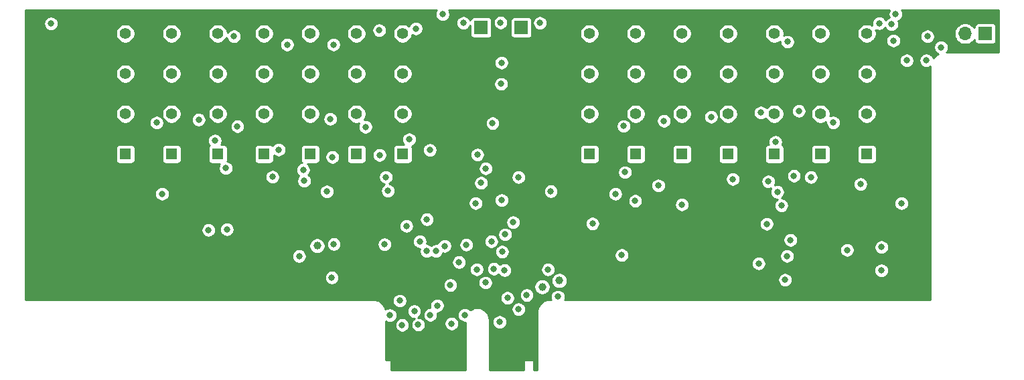
<source format=gbr>
G04 #@! TF.GenerationSoftware,KiCad,Pcbnew,(5.1.5)-3*
G04 #@! TF.CreationDate,2020-01-31T09:50:25-08:00*
G04 #@! TF.ProjectId,pin_driver,70696e5f-6472-4697-9665-722e6b696361,rev?*
G04 #@! TF.SameCoordinates,Original*
G04 #@! TF.FileFunction,Copper,L3,Inr*
G04 #@! TF.FilePolarity,Positive*
%FSLAX46Y46*%
G04 Gerber Fmt 4.6, Leading zero omitted, Abs format (unit mm)*
G04 Created by KiCad (PCBNEW (5.1.5)-3) date 2020-01-31 09:50:25*
%MOMM*%
%LPD*%
G04 APERTURE LIST*
%ADD10O,1.700000X1.700000*%
%ADD11R,1.700000X1.700000*%
%ADD12R,1.400000X1.400000*%
%ADD13C,1.400000*%
%ADD14C,0.800000*%
%ADD15C,1.000000*%
%ADD16C,0.254000*%
G04 APERTURE END LIST*
D10*
X170180000Y-122682000D03*
D11*
X172720000Y-122682000D03*
X114046000Y-121920000D03*
X108966000Y-121920000D03*
D12*
X99060000Y-137922000D03*
D13*
X99060000Y-132842000D03*
X99060000Y-127762000D03*
X99060000Y-122682000D03*
D12*
X93218000Y-137922000D03*
D13*
X93218000Y-132842000D03*
X93218000Y-127762000D03*
X93218000Y-122682000D03*
D12*
X87376000Y-137922000D03*
D13*
X87376000Y-132842000D03*
X87376000Y-127762000D03*
X87376000Y-122682000D03*
D12*
X81534000Y-137922000D03*
D13*
X81534000Y-132842000D03*
X81534000Y-127762000D03*
X81534000Y-122682000D03*
D12*
X75692000Y-137922000D03*
D13*
X75692000Y-132842000D03*
X75692000Y-127762000D03*
X75692000Y-122682000D03*
D12*
X69850000Y-137922000D03*
D13*
X69850000Y-132842000D03*
X69850000Y-127762000D03*
X69850000Y-122682000D03*
D12*
X64008000Y-137922000D03*
D13*
X64008000Y-132842000D03*
X64008000Y-127762000D03*
X64008000Y-122682000D03*
D12*
X157734000Y-137922000D03*
D13*
X157734000Y-132842000D03*
X157734000Y-127762000D03*
X157734000Y-122682000D03*
D12*
X151892000Y-137922000D03*
D13*
X151892000Y-132842000D03*
X151892000Y-127762000D03*
X151892000Y-122682000D03*
D12*
X146050000Y-137922000D03*
D13*
X146050000Y-132842000D03*
X146050000Y-127762000D03*
X146050000Y-122682000D03*
D12*
X140208000Y-137922000D03*
D13*
X140208000Y-132842000D03*
X140208000Y-127762000D03*
X140208000Y-122682000D03*
D12*
X134366000Y-137922000D03*
D13*
X134366000Y-132842000D03*
X134366000Y-127762000D03*
X134366000Y-122682000D03*
D12*
X128524000Y-137922000D03*
D13*
X128524000Y-132842000D03*
X128524000Y-127762000D03*
X128524000Y-122682000D03*
D12*
X122682000Y-137922000D03*
D13*
X122682000Y-132842000D03*
X122682000Y-127762000D03*
X122682000Y-122682000D03*
D14*
X99009200Y-159562800D03*
X101041200Y-159537400D03*
X103428800Y-157099000D03*
X105262260Y-159380340D03*
X106904765Y-158288113D03*
X111328200Y-159181800D03*
X54610000Y-121412000D03*
X126771400Y-150723600D03*
X147421600Y-153847800D03*
X148107400Y-148793200D03*
X162128200Y-144170400D03*
X159588200Y-152654000D03*
X102133400Y-146202400D03*
X97459800Y-158318200D03*
X90119200Y-153568400D03*
X85979000Y-150850600D03*
X102514400Y-137414000D03*
X90373200Y-149326600D03*
X96774000Y-149352000D03*
X99542600Y-147040600D03*
X86487000Y-139928600D03*
X96951800Y-140843000D03*
X146431000Y-142722600D03*
X111556800Y-126365000D03*
X111531400Y-129057400D03*
X110439200Y-134035800D03*
X111582200Y-143764000D03*
X104368600Y-149555200D03*
X102108000Y-150215600D03*
X106197400Y-151612600D03*
X111963200Y-152628600D03*
X117805200Y-142646400D03*
X123063000Y-146735800D03*
X118694200Y-155981400D03*
X144068800Y-151790400D03*
X159613600Y-149707600D03*
X145084800Y-146761200D03*
X140817600Y-141097000D03*
X148539200Y-140665200D03*
X150672800Y-140868400D03*
X146202400Y-136398000D03*
X159308800Y-121386600D03*
X161391600Y-120218200D03*
X165277800Y-126060200D03*
X162788600Y-126085600D03*
X165404800Y-123037600D03*
X74523600Y-147548600D03*
X76860400Y-147472400D03*
X68656200Y-142951200D03*
X76708000Y-139725400D03*
X75336400Y-136220200D03*
X82600800Y-140817600D03*
X94361000Y-134493000D03*
X89916000Y-133502400D03*
X78181200Y-134416800D03*
X73279000Y-133578600D03*
X67970400Y-133959600D03*
X127000000Y-134391400D03*
X132105400Y-133731000D03*
X138074400Y-133223000D03*
X153517600Y-133934200D03*
X147701000Y-123723400D03*
X161112200Y-123571000D03*
X156946600Y-141732000D03*
X127177800Y-140233400D03*
X131394200Y-141909800D03*
X97205800Y-142570200D03*
X89484200Y-142671800D03*
X105105200Y-154508200D03*
X149148800Y-132486400D03*
X111455200Y-121285000D03*
X106730800Y-121335800D03*
X116433600Y-121335800D03*
X113715800Y-140868400D03*
X108508800Y-137998200D03*
X99898200Y-136067800D03*
X104114600Y-120243600D03*
X77749400Y-123037600D03*
X96139000Y-138049000D03*
X90195400Y-138303000D03*
X117449600Y-152552400D03*
X96113600Y-122250200D03*
X84455000Y-124079000D03*
X90322400Y-124079000D03*
X144348200Y-132689600D03*
X83388200Y-137363200D03*
X100736400Y-122047000D03*
X104876600Y-158089600D03*
X53111400Y-128752600D03*
X118592600Y-150647400D03*
X150571200Y-153924000D03*
X151079200Y-147726400D03*
X160553400Y-144170400D03*
X101981000Y-144246600D03*
X147664010Y-150835500D03*
D15*
X118872719Y-153938390D03*
X116713000Y-154736800D03*
D14*
X109575600Y-139750800D03*
X110606607Y-152447431D03*
X108991400Y-141579600D03*
X109524800Y-154203400D03*
X108305600Y-144145000D03*
X108432600Y-152527000D03*
X146954630Y-144430711D03*
X107112232Y-149411687D03*
X103276400Y-150190202D03*
X101236368Y-148988911D03*
X113030000Y-146558000D03*
X86614000Y-141325600D03*
X145288000Y-141401800D03*
D15*
X88265000Y-149529800D03*
D14*
X134366000Y-144322800D03*
X114757200Y-155778200D03*
X128473200Y-143865600D03*
X113724473Y-157555554D03*
X125958600Y-142976600D03*
X112316463Y-156147543D03*
X111633000Y-150291800D03*
X102565200Y-158292800D03*
X110275210Y-148976077D03*
X100533202Y-157810200D03*
X98704400Y-156489400D03*
X112014000Y-148107400D03*
X155244800Y-150063200D03*
X160883600Y-121513600D03*
X167132000Y-124409200D03*
D16*
G36*
X103293104Y-119804501D02*
G01*
X103223224Y-119973204D01*
X103187600Y-120152299D01*
X103187600Y-120334901D01*
X103223224Y-120513996D01*
X103293104Y-120682699D01*
X103394552Y-120834528D01*
X103523672Y-120963648D01*
X103675501Y-121065096D01*
X103844204Y-121134976D01*
X104023299Y-121170600D01*
X104205901Y-121170600D01*
X104384996Y-121134976D01*
X104553699Y-121065096D01*
X104705528Y-120963648D01*
X104834648Y-120834528D01*
X104936096Y-120682699D01*
X105005976Y-120513996D01*
X105041600Y-120334901D01*
X105041600Y-120152299D01*
X105005976Y-119973204D01*
X104936096Y-119804501D01*
X104868276Y-119703000D01*
X160620953Y-119703000D01*
X160570104Y-119779101D01*
X160500224Y-119947804D01*
X160464600Y-120126899D01*
X160464600Y-120309501D01*
X160500224Y-120488596D01*
X160564015Y-120642599D01*
X160444501Y-120692104D01*
X160292672Y-120793552D01*
X160163552Y-120922672D01*
X160136674Y-120962898D01*
X160130296Y-120947501D01*
X160028848Y-120795672D01*
X159899728Y-120666552D01*
X159747899Y-120565104D01*
X159579196Y-120495224D01*
X159400101Y-120459600D01*
X159217499Y-120459600D01*
X159038404Y-120495224D01*
X158869701Y-120565104D01*
X158717872Y-120666552D01*
X158588752Y-120795672D01*
X158487304Y-120947501D01*
X158417424Y-121116204D01*
X158381800Y-121295299D01*
X158381800Y-121477901D01*
X158417424Y-121656996D01*
X158420834Y-121665228D01*
X158315202Y-121594647D01*
X158091903Y-121502153D01*
X157854849Y-121455000D01*
X157613151Y-121455000D01*
X157376097Y-121502153D01*
X157152798Y-121594647D01*
X156951833Y-121728927D01*
X156780927Y-121899833D01*
X156646647Y-122100798D01*
X156554153Y-122324097D01*
X156507000Y-122561151D01*
X156507000Y-122802849D01*
X156554153Y-123039903D01*
X156646647Y-123263202D01*
X156780927Y-123464167D01*
X156951833Y-123635073D01*
X157152798Y-123769353D01*
X157376097Y-123861847D01*
X157613151Y-123909000D01*
X157854849Y-123909000D01*
X158091903Y-123861847D01*
X158315202Y-123769353D01*
X158516167Y-123635073D01*
X158671541Y-123479699D01*
X160185200Y-123479699D01*
X160185200Y-123662301D01*
X160220824Y-123841396D01*
X160290704Y-124010099D01*
X160392152Y-124161928D01*
X160521272Y-124291048D01*
X160673101Y-124392496D01*
X160841804Y-124462376D01*
X161020899Y-124498000D01*
X161203501Y-124498000D01*
X161382596Y-124462376D01*
X161551299Y-124392496D01*
X161703128Y-124291048D01*
X161832248Y-124161928D01*
X161933696Y-124010099D01*
X162003576Y-123841396D01*
X162039200Y-123662301D01*
X162039200Y-123479699D01*
X162003576Y-123300604D01*
X161933696Y-123131901D01*
X161832248Y-122980072D01*
X161798475Y-122946299D01*
X164477800Y-122946299D01*
X164477800Y-123128901D01*
X164513424Y-123307996D01*
X164583304Y-123476699D01*
X164684752Y-123628528D01*
X164813872Y-123757648D01*
X164965701Y-123859096D01*
X165134404Y-123928976D01*
X165313499Y-123964600D01*
X165496101Y-123964600D01*
X165675196Y-123928976D01*
X165843899Y-123859096D01*
X165995728Y-123757648D01*
X166124848Y-123628528D01*
X166226296Y-123476699D01*
X166296176Y-123307996D01*
X166331800Y-123128901D01*
X166331800Y-122946299D01*
X166296176Y-122767204D01*
X166226296Y-122598501D01*
X166191469Y-122546377D01*
X168803000Y-122546377D01*
X168803000Y-122817623D01*
X168855917Y-123083656D01*
X168959718Y-123334254D01*
X169110414Y-123559787D01*
X169302213Y-123751586D01*
X169527746Y-123902282D01*
X169778344Y-124006083D01*
X170044377Y-124059000D01*
X170315623Y-124059000D01*
X170581656Y-124006083D01*
X170832254Y-123902282D01*
X171057787Y-123751586D01*
X171249586Y-123559787D01*
X171340451Y-123423798D01*
X171340451Y-123532000D01*
X171350626Y-123635310D01*
X171380761Y-123734650D01*
X171429696Y-123826202D01*
X171495552Y-123906448D01*
X171575798Y-123972304D01*
X171667350Y-124021239D01*
X171766690Y-124051374D01*
X171870000Y-124061549D01*
X173570000Y-124061549D01*
X173673310Y-124051374D01*
X173772650Y-124021239D01*
X173864202Y-123972304D01*
X173944448Y-123906448D01*
X174010304Y-123826202D01*
X174059239Y-123734650D01*
X174089374Y-123635310D01*
X174099549Y-123532000D01*
X174099549Y-121832000D01*
X174089374Y-121728690D01*
X174059239Y-121629350D01*
X174010304Y-121537798D01*
X173944448Y-121457552D01*
X173864202Y-121391696D01*
X173772650Y-121342761D01*
X173673310Y-121312626D01*
X173570000Y-121302451D01*
X171870000Y-121302451D01*
X171766690Y-121312626D01*
X171667350Y-121342761D01*
X171575798Y-121391696D01*
X171495552Y-121457552D01*
X171429696Y-121537798D01*
X171380761Y-121629350D01*
X171350626Y-121728690D01*
X171340451Y-121832000D01*
X171340451Y-121940202D01*
X171249586Y-121804213D01*
X171057787Y-121612414D01*
X170832254Y-121461718D01*
X170581656Y-121357917D01*
X170315623Y-121305000D01*
X170044377Y-121305000D01*
X169778344Y-121357917D01*
X169527746Y-121461718D01*
X169302213Y-121612414D01*
X169110414Y-121804213D01*
X168959718Y-122029746D01*
X168855917Y-122280344D01*
X168803000Y-122546377D01*
X166191469Y-122546377D01*
X166124848Y-122446672D01*
X165995728Y-122317552D01*
X165843899Y-122216104D01*
X165675196Y-122146224D01*
X165496101Y-122110600D01*
X165313499Y-122110600D01*
X165134404Y-122146224D01*
X164965701Y-122216104D01*
X164813872Y-122317552D01*
X164684752Y-122446672D01*
X164583304Y-122598501D01*
X164513424Y-122767204D01*
X164477800Y-122946299D01*
X161798475Y-122946299D01*
X161703128Y-122850952D01*
X161551299Y-122749504D01*
X161382596Y-122679624D01*
X161203501Y-122644000D01*
X161020899Y-122644000D01*
X160841804Y-122679624D01*
X160673101Y-122749504D01*
X160521272Y-122850952D01*
X160392152Y-122980072D01*
X160290704Y-123131901D01*
X160220824Y-123300604D01*
X160185200Y-123479699D01*
X158671541Y-123479699D01*
X158687073Y-123464167D01*
X158821353Y-123263202D01*
X158913847Y-123039903D01*
X158961000Y-122802849D01*
X158961000Y-122561151D01*
X158913847Y-122324097D01*
X158864304Y-122204490D01*
X158869701Y-122208096D01*
X159038404Y-122277976D01*
X159217499Y-122313600D01*
X159400101Y-122313600D01*
X159579196Y-122277976D01*
X159747899Y-122208096D01*
X159899728Y-122106648D01*
X160028848Y-121977528D01*
X160055726Y-121937302D01*
X160062104Y-121952699D01*
X160163552Y-122104528D01*
X160292672Y-122233648D01*
X160444501Y-122335096D01*
X160613204Y-122404976D01*
X160792299Y-122440600D01*
X160974901Y-122440600D01*
X161153996Y-122404976D01*
X161322699Y-122335096D01*
X161474528Y-122233648D01*
X161603648Y-122104528D01*
X161705096Y-121952699D01*
X161774976Y-121783996D01*
X161810600Y-121604901D01*
X161810600Y-121422299D01*
X161774976Y-121243204D01*
X161711185Y-121089201D01*
X161830699Y-121039696D01*
X161982528Y-120938248D01*
X162111648Y-120809128D01*
X162213096Y-120657299D01*
X162282976Y-120488596D01*
X162318600Y-120309501D01*
X162318600Y-120126899D01*
X162282976Y-119947804D01*
X162213096Y-119779101D01*
X162162247Y-119703000D01*
X174423000Y-119703000D01*
X174423001Y-125026000D01*
X167826176Y-125026000D01*
X167852048Y-125000128D01*
X167953496Y-124848299D01*
X168023376Y-124679596D01*
X168059000Y-124500501D01*
X168059000Y-124317899D01*
X168023376Y-124138804D01*
X167953496Y-123970101D01*
X167852048Y-123818272D01*
X167722928Y-123689152D01*
X167571099Y-123587704D01*
X167402396Y-123517824D01*
X167223301Y-123482200D01*
X167040699Y-123482200D01*
X166861604Y-123517824D01*
X166692901Y-123587704D01*
X166541072Y-123689152D01*
X166411952Y-123818272D01*
X166310504Y-123970101D01*
X166240624Y-124138804D01*
X166205000Y-124317899D01*
X166205000Y-124500501D01*
X166240624Y-124679596D01*
X166310504Y-124848299D01*
X166411952Y-125000128D01*
X166541072Y-125129248D01*
X166692901Y-125230696D01*
X166757395Y-125257411D01*
X166655391Y-125312564D01*
X166612033Y-125341809D01*
X166568273Y-125370445D01*
X166562030Y-125375537D01*
X166371051Y-125533530D01*
X166334239Y-125570600D01*
X166296837Y-125607227D01*
X166291702Y-125613434D01*
X166161996Y-125772470D01*
X166099296Y-125621101D01*
X165997848Y-125469272D01*
X165868728Y-125340152D01*
X165716899Y-125238704D01*
X165548196Y-125168824D01*
X165369101Y-125133200D01*
X165186499Y-125133200D01*
X165007404Y-125168824D01*
X164838701Y-125238704D01*
X164686872Y-125340152D01*
X164557752Y-125469272D01*
X164456304Y-125621101D01*
X164386424Y-125789804D01*
X164350800Y-125968899D01*
X164350800Y-126151501D01*
X164386424Y-126330596D01*
X164456304Y-126499299D01*
X164557752Y-126651128D01*
X164686872Y-126780248D01*
X164838701Y-126881696D01*
X165007404Y-126951576D01*
X165186499Y-126987200D01*
X165369101Y-126987200D01*
X165548196Y-126951576D01*
X165716899Y-126881696D01*
X165794457Y-126829874D01*
X165793000Y-126844665D01*
X165793001Y-156323000D01*
X119556082Y-156323000D01*
X119585576Y-156251796D01*
X119621200Y-156072701D01*
X119621200Y-155890099D01*
X119585576Y-155711004D01*
X119515696Y-155542301D01*
X119414248Y-155390472D01*
X119285128Y-155261352D01*
X119133299Y-155159904D01*
X118964596Y-155090024D01*
X118785501Y-155054400D01*
X118602899Y-155054400D01*
X118423804Y-155090024D01*
X118255101Y-155159904D01*
X118103272Y-155261352D01*
X117974152Y-155390472D01*
X117872704Y-155542301D01*
X117802824Y-155711004D01*
X117767200Y-155890099D01*
X117767200Y-156072701D01*
X117802824Y-156251796D01*
X117832318Y-156323000D01*
X117671664Y-156323000D01*
X117646839Y-156325445D01*
X117640377Y-156325400D01*
X117632359Y-156326187D01*
X117428556Y-156347607D01*
X117377334Y-156358121D01*
X117325956Y-156367922D01*
X117318250Y-156370249D01*
X117318246Y-156370250D01*
X117318243Y-156370251D01*
X117318244Y-156370251D01*
X117122484Y-156430849D01*
X117074262Y-156451119D01*
X117025788Y-156470704D01*
X117018675Y-156474486D01*
X116838412Y-156571953D01*
X116795031Y-156601214D01*
X116751296Y-156629833D01*
X116745053Y-156634925D01*
X116587157Y-156765548D01*
X116550292Y-156802671D01*
X116512943Y-156839246D01*
X116507813Y-156845448D01*
X116507808Y-156845453D01*
X116507804Y-156845458D01*
X116378290Y-157004258D01*
X116349344Y-157047826D01*
X116319804Y-157090967D01*
X116315972Y-157098054D01*
X116219766Y-157278991D01*
X116199828Y-157327363D01*
X116179236Y-157375408D01*
X116176854Y-157383104D01*
X116117624Y-157579282D01*
X116107465Y-157630590D01*
X116096593Y-157681737D01*
X116095751Y-157689749D01*
X116075754Y-157893695D01*
X116075754Y-157893704D01*
X116073000Y-157921665D01*
X116073001Y-165252400D01*
X115620800Y-165252400D01*
X115620800Y-164084000D01*
X115618360Y-164059224D01*
X115611133Y-164035399D01*
X115599397Y-164013443D01*
X115583603Y-163994197D01*
X115564357Y-163978403D01*
X115542401Y-163966667D01*
X115518576Y-163959440D01*
X115493800Y-163957000D01*
X114503200Y-163957000D01*
X114478424Y-163959440D01*
X114454599Y-163966667D01*
X114432643Y-163978403D01*
X114413397Y-163994197D01*
X114397603Y-164013443D01*
X114385867Y-164035399D01*
X114378640Y-164059224D01*
X114376200Y-164084000D01*
X114376200Y-165252400D01*
X110027000Y-165252400D01*
X110027000Y-159090499D01*
X110401200Y-159090499D01*
X110401200Y-159273101D01*
X110436824Y-159452196D01*
X110506704Y-159620899D01*
X110608152Y-159772728D01*
X110737272Y-159901848D01*
X110889101Y-160003296D01*
X111057804Y-160073176D01*
X111236899Y-160108800D01*
X111419501Y-160108800D01*
X111598596Y-160073176D01*
X111767299Y-160003296D01*
X111919128Y-159901848D01*
X112048248Y-159772728D01*
X112149696Y-159620899D01*
X112219576Y-159452196D01*
X112255200Y-159273101D01*
X112255200Y-159090499D01*
X112219576Y-158911404D01*
X112149696Y-158742701D01*
X112048248Y-158590872D01*
X111919128Y-158461752D01*
X111767299Y-158360304D01*
X111598596Y-158290424D01*
X111419501Y-158254800D01*
X111236899Y-158254800D01*
X111057804Y-158290424D01*
X110889101Y-158360304D01*
X110737272Y-158461752D01*
X110608152Y-158590872D01*
X110506704Y-158742701D01*
X110436824Y-158911404D01*
X110401200Y-159090499D01*
X110027000Y-159090499D01*
X110027000Y-158871664D01*
X110024153Y-158842759D01*
X110024153Y-158830431D01*
X110023311Y-158822419D01*
X110002644Y-158638167D01*
X109991770Y-158587009D01*
X109981614Y-158535715D01*
X109979232Y-158528019D01*
X109923171Y-158351290D01*
X109902574Y-158303233D01*
X109882640Y-158254869D01*
X109878808Y-158247783D01*
X109789487Y-158085309D01*
X109759959Y-158042184D01*
X109731000Y-157998598D01*
X109725864Y-157992391D01*
X109606687Y-157850361D01*
X109569318Y-157813767D01*
X109532473Y-157776664D01*
X109526230Y-157771573D01*
X109381735Y-157655396D01*
X109337979Y-157626763D01*
X109294621Y-157597517D01*
X109287508Y-157593735D01*
X109123199Y-157507836D01*
X109074702Y-157488242D01*
X109026498Y-157467979D01*
X109018794Y-157465653D01*
X109018788Y-157465651D01*
X109018782Y-157465650D01*
X109014036Y-157464253D01*
X112797473Y-157464253D01*
X112797473Y-157646855D01*
X112833097Y-157825950D01*
X112902977Y-157994653D01*
X113004425Y-158146482D01*
X113133545Y-158275602D01*
X113285374Y-158377050D01*
X113454077Y-158446930D01*
X113633172Y-158482554D01*
X113815774Y-158482554D01*
X113994869Y-158446930D01*
X114163572Y-158377050D01*
X114315401Y-158275602D01*
X114444521Y-158146482D01*
X114545969Y-157994653D01*
X114615849Y-157825950D01*
X114651473Y-157646855D01*
X114651473Y-157464253D01*
X114615849Y-157285158D01*
X114545969Y-157116455D01*
X114444521Y-156964626D01*
X114315401Y-156835506D01*
X114163572Y-156734058D01*
X113994869Y-156664178D01*
X113815774Y-156628554D01*
X113633172Y-156628554D01*
X113454077Y-156664178D01*
X113285374Y-156734058D01*
X113133545Y-156835506D01*
X113004425Y-156964626D01*
X112902977Y-157116455D01*
X112833097Y-157285158D01*
X112797473Y-157464253D01*
X109014036Y-157464253D01*
X108840922Y-157413303D01*
X108789555Y-157403504D01*
X108738325Y-157392988D01*
X108730307Y-157392202D01*
X108545663Y-157375398D01*
X108493367Y-157375763D01*
X108441071Y-157375398D01*
X108433053Y-157376184D01*
X108248661Y-157395565D01*
X108197429Y-157406082D01*
X108146067Y-157415879D01*
X108138354Y-157418208D01*
X107961238Y-157473034D01*
X107913054Y-157493289D01*
X107864538Y-157512890D01*
X107857425Y-157516673D01*
X107694332Y-157604857D01*
X107650984Y-157634096D01*
X107607215Y-157662737D01*
X107600972Y-157667829D01*
X107597954Y-157670326D01*
X107495693Y-157568065D01*
X107343864Y-157466617D01*
X107175161Y-157396737D01*
X106996066Y-157361113D01*
X106813464Y-157361113D01*
X106634369Y-157396737D01*
X106465666Y-157466617D01*
X106313837Y-157568065D01*
X106184717Y-157697185D01*
X106083269Y-157849014D01*
X106013389Y-158017717D01*
X105977765Y-158196812D01*
X105977765Y-158379414D01*
X106013389Y-158558509D01*
X106083269Y-158727212D01*
X106184717Y-158879041D01*
X106313837Y-159008161D01*
X106465666Y-159109609D01*
X106634369Y-159179489D01*
X106813464Y-159215113D01*
X106973000Y-159215113D01*
X106973001Y-165252400D01*
X97612200Y-165252400D01*
X97612200Y-164084000D01*
X97609760Y-164059224D01*
X97602533Y-164035399D01*
X97590797Y-164013443D01*
X97575003Y-163994197D01*
X97555757Y-163978403D01*
X97533801Y-163966667D01*
X97509976Y-163959440D01*
X97485200Y-163957000D01*
X96927000Y-163957000D01*
X96927000Y-159471499D01*
X98082200Y-159471499D01*
X98082200Y-159654101D01*
X98117824Y-159833196D01*
X98187704Y-160001899D01*
X98289152Y-160153728D01*
X98418272Y-160282848D01*
X98570101Y-160384296D01*
X98738804Y-160454176D01*
X98917899Y-160489800D01*
X99100501Y-160489800D01*
X99279596Y-160454176D01*
X99448299Y-160384296D01*
X99600128Y-160282848D01*
X99729248Y-160153728D01*
X99830696Y-160001899D01*
X99900576Y-159833196D01*
X99936200Y-159654101D01*
X99936200Y-159471499D01*
X99900576Y-159292404D01*
X99830696Y-159123701D01*
X99729248Y-158971872D01*
X99600128Y-158842752D01*
X99448299Y-158741304D01*
X99279596Y-158671424D01*
X99100501Y-158635800D01*
X98917899Y-158635800D01*
X98738804Y-158671424D01*
X98570101Y-158741304D01*
X98418272Y-158842752D01*
X98289152Y-158971872D01*
X98187704Y-159123701D01*
X98117824Y-159292404D01*
X98082200Y-159471499D01*
X96927000Y-159471499D01*
X96927000Y-159077088D01*
X97020701Y-159139696D01*
X97189404Y-159209576D01*
X97368499Y-159245200D01*
X97551101Y-159245200D01*
X97730196Y-159209576D01*
X97898899Y-159139696D01*
X98050728Y-159038248D01*
X98179848Y-158909128D01*
X98281296Y-158757299D01*
X98351176Y-158588596D01*
X98386800Y-158409501D01*
X98386800Y-158226899D01*
X98351176Y-158047804D01*
X98281296Y-157879101D01*
X98179848Y-157727272D01*
X98171475Y-157718899D01*
X99606202Y-157718899D01*
X99606202Y-157901501D01*
X99641826Y-158080596D01*
X99711706Y-158249299D01*
X99813154Y-158401128D01*
X99942274Y-158530248D01*
X100094103Y-158631696D01*
X100262806Y-158701576D01*
X100441901Y-158737200D01*
X100570229Y-158737200D01*
X100450272Y-158817352D01*
X100321152Y-158946472D01*
X100219704Y-159098301D01*
X100149824Y-159267004D01*
X100114200Y-159446099D01*
X100114200Y-159628701D01*
X100149824Y-159807796D01*
X100219704Y-159976499D01*
X100321152Y-160128328D01*
X100450272Y-160257448D01*
X100602101Y-160358896D01*
X100770804Y-160428776D01*
X100949899Y-160464400D01*
X101132501Y-160464400D01*
X101311596Y-160428776D01*
X101480299Y-160358896D01*
X101632128Y-160257448D01*
X101761248Y-160128328D01*
X101862696Y-159976499D01*
X101932576Y-159807796D01*
X101968200Y-159628701D01*
X101968200Y-159446099D01*
X101936960Y-159289039D01*
X104335260Y-159289039D01*
X104335260Y-159471641D01*
X104370884Y-159650736D01*
X104440764Y-159819439D01*
X104542212Y-159971268D01*
X104671332Y-160100388D01*
X104823161Y-160201836D01*
X104991864Y-160271716D01*
X105170959Y-160307340D01*
X105353561Y-160307340D01*
X105532656Y-160271716D01*
X105701359Y-160201836D01*
X105853188Y-160100388D01*
X105982308Y-159971268D01*
X106083756Y-159819439D01*
X106153636Y-159650736D01*
X106189260Y-159471641D01*
X106189260Y-159289039D01*
X106153636Y-159109944D01*
X106083756Y-158941241D01*
X105982308Y-158789412D01*
X105853188Y-158660292D01*
X105701359Y-158558844D01*
X105532656Y-158488964D01*
X105353561Y-158453340D01*
X105170959Y-158453340D01*
X104991864Y-158488964D01*
X104823161Y-158558844D01*
X104671332Y-158660292D01*
X104542212Y-158789412D01*
X104440764Y-158941241D01*
X104370884Y-159109944D01*
X104335260Y-159289039D01*
X101936960Y-159289039D01*
X101932576Y-159267004D01*
X101862696Y-159098301D01*
X101761248Y-158946472D01*
X101632128Y-158817352D01*
X101480299Y-158715904D01*
X101311596Y-158646024D01*
X101132501Y-158610400D01*
X101004173Y-158610400D01*
X101124130Y-158530248D01*
X101253250Y-158401128D01*
X101354698Y-158249299D01*
X101374497Y-158201499D01*
X101638200Y-158201499D01*
X101638200Y-158384101D01*
X101673824Y-158563196D01*
X101743704Y-158731899D01*
X101845152Y-158883728D01*
X101974272Y-159012848D01*
X102126101Y-159114296D01*
X102294804Y-159184176D01*
X102473899Y-159219800D01*
X102656501Y-159219800D01*
X102835596Y-159184176D01*
X103004299Y-159114296D01*
X103156128Y-159012848D01*
X103285248Y-158883728D01*
X103386696Y-158731899D01*
X103456576Y-158563196D01*
X103492200Y-158384101D01*
X103492200Y-158201499D01*
X103457291Y-158026000D01*
X103520101Y-158026000D01*
X103699196Y-157990376D01*
X103867899Y-157920496D01*
X104019728Y-157819048D01*
X104148848Y-157689928D01*
X104250296Y-157538099D01*
X104320176Y-157369396D01*
X104355800Y-157190301D01*
X104355800Y-157007699D01*
X104320176Y-156828604D01*
X104250296Y-156659901D01*
X104148848Y-156508072D01*
X104019728Y-156378952D01*
X103867899Y-156277504D01*
X103699196Y-156207624D01*
X103520101Y-156172000D01*
X103337499Y-156172000D01*
X103158404Y-156207624D01*
X102989701Y-156277504D01*
X102837872Y-156378952D01*
X102708752Y-156508072D01*
X102607304Y-156659901D01*
X102537424Y-156828604D01*
X102501800Y-157007699D01*
X102501800Y-157190301D01*
X102536709Y-157365800D01*
X102473899Y-157365800D01*
X102294804Y-157401424D01*
X102126101Y-157471304D01*
X101974272Y-157572752D01*
X101845152Y-157701872D01*
X101743704Y-157853701D01*
X101673824Y-158022404D01*
X101638200Y-158201499D01*
X101374497Y-158201499D01*
X101424578Y-158080596D01*
X101460202Y-157901501D01*
X101460202Y-157718899D01*
X101424578Y-157539804D01*
X101354698Y-157371101D01*
X101253250Y-157219272D01*
X101124130Y-157090152D01*
X100972301Y-156988704D01*
X100803598Y-156918824D01*
X100624503Y-156883200D01*
X100441901Y-156883200D01*
X100262806Y-156918824D01*
X100094103Y-156988704D01*
X99942274Y-157090152D01*
X99813154Y-157219272D01*
X99711706Y-157371101D01*
X99641826Y-157539804D01*
X99606202Y-157718899D01*
X98171475Y-157718899D01*
X98050728Y-157598152D01*
X97898899Y-157496704D01*
X97730196Y-157426824D01*
X97551101Y-157391200D01*
X97368499Y-157391200D01*
X97189404Y-157426824D01*
X97020701Y-157496704D01*
X96884340Y-157587816D01*
X96882078Y-157575956D01*
X96879749Y-157568244D01*
X96819151Y-157372484D01*
X96798881Y-157324262D01*
X96779296Y-157275788D01*
X96775514Y-157268675D01*
X96678047Y-157088412D01*
X96648786Y-157045031D01*
X96620167Y-157001296D01*
X96615075Y-156995053D01*
X96484452Y-156837157D01*
X96447329Y-156800292D01*
X96410754Y-156762943D01*
X96404552Y-156757813D01*
X96404547Y-156757808D01*
X96404542Y-156757804D01*
X96245742Y-156628290D01*
X96202174Y-156599344D01*
X96159033Y-156569804D01*
X96151946Y-156565972D01*
X95971009Y-156469766D01*
X95922637Y-156449828D01*
X95874592Y-156429236D01*
X95866896Y-156426854D01*
X95771656Y-156398099D01*
X97777400Y-156398099D01*
X97777400Y-156580701D01*
X97813024Y-156759796D01*
X97882904Y-156928499D01*
X97984352Y-157080328D01*
X98113472Y-157209448D01*
X98265301Y-157310896D01*
X98434004Y-157380776D01*
X98613099Y-157416400D01*
X98795701Y-157416400D01*
X98974796Y-157380776D01*
X99143499Y-157310896D01*
X99295328Y-157209448D01*
X99424448Y-157080328D01*
X99525896Y-156928499D01*
X99595776Y-156759796D01*
X99631400Y-156580701D01*
X99631400Y-156398099D01*
X99595776Y-156219004D01*
X99528357Y-156056242D01*
X111389463Y-156056242D01*
X111389463Y-156238844D01*
X111425087Y-156417939D01*
X111494967Y-156586642D01*
X111596415Y-156738471D01*
X111725535Y-156867591D01*
X111877364Y-156969039D01*
X112046067Y-157038919D01*
X112225162Y-157074543D01*
X112407764Y-157074543D01*
X112586859Y-157038919D01*
X112755562Y-156969039D01*
X112907391Y-156867591D01*
X113036511Y-156738471D01*
X113137959Y-156586642D01*
X113207839Y-156417939D01*
X113243463Y-156238844D01*
X113243463Y-156056242D01*
X113207839Y-155877147D01*
X113137959Y-155708444D01*
X113123564Y-155686899D01*
X113830200Y-155686899D01*
X113830200Y-155869501D01*
X113865824Y-156048596D01*
X113935704Y-156217299D01*
X114037152Y-156369128D01*
X114166272Y-156498248D01*
X114318101Y-156599696D01*
X114486804Y-156669576D01*
X114665899Y-156705200D01*
X114848501Y-156705200D01*
X115027596Y-156669576D01*
X115196299Y-156599696D01*
X115348128Y-156498248D01*
X115477248Y-156369128D01*
X115578696Y-156217299D01*
X115648576Y-156048596D01*
X115684200Y-155869501D01*
X115684200Y-155686899D01*
X115648576Y-155507804D01*
X115578696Y-155339101D01*
X115477248Y-155187272D01*
X115348128Y-155058152D01*
X115196299Y-154956704D01*
X115027596Y-154886824D01*
X114848501Y-154851200D01*
X114665899Y-154851200D01*
X114486804Y-154886824D01*
X114318101Y-154956704D01*
X114166272Y-155058152D01*
X114037152Y-155187272D01*
X113935704Y-155339101D01*
X113865824Y-155507804D01*
X113830200Y-155686899D01*
X113123564Y-155686899D01*
X113036511Y-155556615D01*
X112907391Y-155427495D01*
X112755562Y-155326047D01*
X112586859Y-155256167D01*
X112407764Y-155220543D01*
X112225162Y-155220543D01*
X112046067Y-155256167D01*
X111877364Y-155326047D01*
X111725535Y-155427495D01*
X111596415Y-155556615D01*
X111494967Y-155708444D01*
X111425087Y-155877147D01*
X111389463Y-156056242D01*
X99528357Y-156056242D01*
X99525896Y-156050301D01*
X99424448Y-155898472D01*
X99295328Y-155769352D01*
X99143499Y-155667904D01*
X98974796Y-155598024D01*
X98795701Y-155562400D01*
X98613099Y-155562400D01*
X98434004Y-155598024D01*
X98265301Y-155667904D01*
X98113472Y-155769352D01*
X97984352Y-155898472D01*
X97882904Y-156050301D01*
X97813024Y-156219004D01*
X97777400Y-156398099D01*
X95771656Y-156398099D01*
X95670718Y-156367624D01*
X95619410Y-156357465D01*
X95568263Y-156346593D01*
X95560255Y-156345751D01*
X95560251Y-156345751D01*
X95356305Y-156325754D01*
X95356297Y-156325754D01*
X95328336Y-156323000D01*
X51377000Y-156323000D01*
X51377000Y-153477099D01*
X89192200Y-153477099D01*
X89192200Y-153659701D01*
X89227824Y-153838796D01*
X89297704Y-154007499D01*
X89399152Y-154159328D01*
X89528272Y-154288448D01*
X89680101Y-154389896D01*
X89848804Y-154459776D01*
X90027899Y-154495400D01*
X90210501Y-154495400D01*
X90389596Y-154459776D01*
X90493108Y-154416899D01*
X104178200Y-154416899D01*
X104178200Y-154599501D01*
X104213824Y-154778596D01*
X104283704Y-154947299D01*
X104385152Y-155099128D01*
X104514272Y-155228248D01*
X104666101Y-155329696D01*
X104834804Y-155399576D01*
X105013899Y-155435200D01*
X105196501Y-155435200D01*
X105375596Y-155399576D01*
X105544299Y-155329696D01*
X105696128Y-155228248D01*
X105825248Y-155099128D01*
X105926696Y-154947299D01*
X105996576Y-154778596D01*
X106032200Y-154599501D01*
X106032200Y-154416899D01*
X105996576Y-154237804D01*
X105944507Y-154112099D01*
X108597800Y-154112099D01*
X108597800Y-154294701D01*
X108633424Y-154473796D01*
X108703304Y-154642499D01*
X108804752Y-154794328D01*
X108933872Y-154923448D01*
X109085701Y-155024896D01*
X109254404Y-155094776D01*
X109433499Y-155130400D01*
X109616101Y-155130400D01*
X109795196Y-155094776D01*
X109963899Y-155024896D01*
X110115728Y-154923448D01*
X110244848Y-154794328D01*
X110346296Y-154642499D01*
X110349133Y-154635649D01*
X115686000Y-154635649D01*
X115686000Y-154837951D01*
X115725467Y-155036365D01*
X115802885Y-155223267D01*
X115915277Y-155391474D01*
X116058326Y-155534523D01*
X116226533Y-155646915D01*
X116413435Y-155724333D01*
X116611849Y-155763800D01*
X116814151Y-155763800D01*
X117012565Y-155724333D01*
X117199467Y-155646915D01*
X117367674Y-155534523D01*
X117510723Y-155391474D01*
X117623115Y-155223267D01*
X117700533Y-155036365D01*
X117740000Y-154837951D01*
X117740000Y-154635649D01*
X117700533Y-154437235D01*
X117623115Y-154250333D01*
X117510723Y-154082126D01*
X117367674Y-153939077D01*
X117215263Y-153837239D01*
X117845719Y-153837239D01*
X117845719Y-154039541D01*
X117885186Y-154237955D01*
X117962604Y-154424857D01*
X118074996Y-154593064D01*
X118218045Y-154736113D01*
X118386252Y-154848505D01*
X118573154Y-154925923D01*
X118771568Y-154965390D01*
X118973870Y-154965390D01*
X119172284Y-154925923D01*
X119359186Y-154848505D01*
X119527393Y-154736113D01*
X119670442Y-154593064D01*
X119782834Y-154424857D01*
X119860252Y-154237955D01*
X119899719Y-154039541D01*
X119899719Y-153837239D01*
X119883659Y-153756499D01*
X146494600Y-153756499D01*
X146494600Y-153939101D01*
X146530224Y-154118196D01*
X146600104Y-154286899D01*
X146701552Y-154438728D01*
X146830672Y-154567848D01*
X146982501Y-154669296D01*
X147151204Y-154739176D01*
X147330299Y-154774800D01*
X147512901Y-154774800D01*
X147691996Y-154739176D01*
X147860699Y-154669296D01*
X148012528Y-154567848D01*
X148141648Y-154438728D01*
X148243096Y-154286899D01*
X148312976Y-154118196D01*
X148348600Y-153939101D01*
X148348600Y-153756499D01*
X148312976Y-153577404D01*
X148243096Y-153408701D01*
X148141648Y-153256872D01*
X148012528Y-153127752D01*
X147860699Y-153026304D01*
X147691996Y-152956424D01*
X147512901Y-152920800D01*
X147330299Y-152920800D01*
X147151204Y-152956424D01*
X146982501Y-153026304D01*
X146830672Y-153127752D01*
X146701552Y-153256872D01*
X146600104Y-153408701D01*
X146530224Y-153577404D01*
X146494600Y-153756499D01*
X119883659Y-153756499D01*
X119860252Y-153638825D01*
X119782834Y-153451923D01*
X119670442Y-153283716D01*
X119527393Y-153140667D01*
X119359186Y-153028275D01*
X119172284Y-152950857D01*
X118973870Y-152911390D01*
X118771568Y-152911390D01*
X118573154Y-152950857D01*
X118386252Y-153028275D01*
X118218045Y-153140667D01*
X118074996Y-153283716D01*
X117962604Y-153451923D01*
X117885186Y-153638825D01*
X117845719Y-153837239D01*
X117215263Y-153837239D01*
X117199467Y-153826685D01*
X117012565Y-153749267D01*
X116814151Y-153709800D01*
X116611849Y-153709800D01*
X116413435Y-153749267D01*
X116226533Y-153826685D01*
X116058326Y-153939077D01*
X115915277Y-154082126D01*
X115802885Y-154250333D01*
X115725467Y-154437235D01*
X115686000Y-154635649D01*
X110349133Y-154635649D01*
X110416176Y-154473796D01*
X110451800Y-154294701D01*
X110451800Y-154112099D01*
X110416176Y-153933004D01*
X110346296Y-153764301D01*
X110244848Y-153612472D01*
X110115728Y-153483352D01*
X109963899Y-153381904D01*
X109795196Y-153312024D01*
X109616101Y-153276400D01*
X109433499Y-153276400D01*
X109254404Y-153312024D01*
X109085701Y-153381904D01*
X108933872Y-153483352D01*
X108804752Y-153612472D01*
X108703304Y-153764301D01*
X108633424Y-153933004D01*
X108597800Y-154112099D01*
X105944507Y-154112099D01*
X105926696Y-154069101D01*
X105825248Y-153917272D01*
X105696128Y-153788152D01*
X105544299Y-153686704D01*
X105375596Y-153616824D01*
X105196501Y-153581200D01*
X105013899Y-153581200D01*
X104834804Y-153616824D01*
X104666101Y-153686704D01*
X104514272Y-153788152D01*
X104385152Y-153917272D01*
X104283704Y-154069101D01*
X104213824Y-154237804D01*
X104178200Y-154416899D01*
X90493108Y-154416899D01*
X90558299Y-154389896D01*
X90710128Y-154288448D01*
X90839248Y-154159328D01*
X90940696Y-154007499D01*
X91010576Y-153838796D01*
X91046200Y-153659701D01*
X91046200Y-153477099D01*
X91010576Y-153298004D01*
X90940696Y-153129301D01*
X90839248Y-152977472D01*
X90710128Y-152848352D01*
X90558299Y-152746904D01*
X90389596Y-152677024D01*
X90210501Y-152641400D01*
X90027899Y-152641400D01*
X89848804Y-152677024D01*
X89680101Y-152746904D01*
X89528272Y-152848352D01*
X89399152Y-152977472D01*
X89297704Y-153129301D01*
X89227824Y-153298004D01*
X89192200Y-153477099D01*
X51377000Y-153477099D01*
X51377000Y-150759299D01*
X85052000Y-150759299D01*
X85052000Y-150941901D01*
X85087624Y-151120996D01*
X85157504Y-151289699D01*
X85258952Y-151441528D01*
X85388072Y-151570648D01*
X85539901Y-151672096D01*
X85708604Y-151741976D01*
X85887699Y-151777600D01*
X86070301Y-151777600D01*
X86249396Y-151741976D01*
X86418099Y-151672096D01*
X86569928Y-151570648D01*
X86619277Y-151521299D01*
X105270400Y-151521299D01*
X105270400Y-151703901D01*
X105306024Y-151882996D01*
X105375904Y-152051699D01*
X105477352Y-152203528D01*
X105606472Y-152332648D01*
X105758301Y-152434096D01*
X105927004Y-152503976D01*
X106106099Y-152539600D01*
X106288701Y-152539600D01*
X106467796Y-152503976D01*
X106632629Y-152435699D01*
X107505600Y-152435699D01*
X107505600Y-152618301D01*
X107541224Y-152797396D01*
X107611104Y-152966099D01*
X107712552Y-153117928D01*
X107841672Y-153247048D01*
X107993501Y-153348496D01*
X108162204Y-153418376D01*
X108341299Y-153454000D01*
X108523901Y-153454000D01*
X108702996Y-153418376D01*
X108871699Y-153348496D01*
X109023528Y-153247048D01*
X109152648Y-153117928D01*
X109254096Y-152966099D01*
X109323976Y-152797396D01*
X109359600Y-152618301D01*
X109359600Y-152435699D01*
X109343773Y-152356130D01*
X109679607Y-152356130D01*
X109679607Y-152538732D01*
X109715231Y-152717827D01*
X109785111Y-152886530D01*
X109886559Y-153038359D01*
X110015679Y-153167479D01*
X110167508Y-153268927D01*
X110336211Y-153338807D01*
X110515306Y-153374431D01*
X110697908Y-153374431D01*
X110877003Y-153338807D01*
X111045706Y-153268927D01*
X111197535Y-153167479D01*
X111204033Y-153160981D01*
X111243152Y-153219528D01*
X111372272Y-153348648D01*
X111524101Y-153450096D01*
X111692804Y-153519976D01*
X111871899Y-153555600D01*
X112054501Y-153555600D01*
X112233596Y-153519976D01*
X112402299Y-153450096D01*
X112554128Y-153348648D01*
X112683248Y-153219528D01*
X112784696Y-153067699D01*
X112854576Y-152898996D01*
X112890200Y-152719901D01*
X112890200Y-152537299D01*
X112875043Y-152461099D01*
X116522600Y-152461099D01*
X116522600Y-152643701D01*
X116558224Y-152822796D01*
X116628104Y-152991499D01*
X116729552Y-153143328D01*
X116858672Y-153272448D01*
X117010501Y-153373896D01*
X117179204Y-153443776D01*
X117358299Y-153479400D01*
X117540901Y-153479400D01*
X117719996Y-153443776D01*
X117888699Y-153373896D01*
X118040528Y-153272448D01*
X118169648Y-153143328D01*
X118271096Y-152991499D01*
X118340976Y-152822796D01*
X118376600Y-152643701D01*
X118376600Y-152461099D01*
X118340976Y-152282004D01*
X118271096Y-152113301D01*
X118169648Y-151961472D01*
X118040528Y-151832352D01*
X117888699Y-151730904D01*
X117811916Y-151699099D01*
X143141800Y-151699099D01*
X143141800Y-151881701D01*
X143177424Y-152060796D01*
X143247304Y-152229499D01*
X143348752Y-152381328D01*
X143477872Y-152510448D01*
X143629701Y-152611896D01*
X143798404Y-152681776D01*
X143977499Y-152717400D01*
X144160101Y-152717400D01*
X144339196Y-152681776D01*
X144507899Y-152611896D01*
X144581528Y-152562699D01*
X158661200Y-152562699D01*
X158661200Y-152745301D01*
X158696824Y-152924396D01*
X158766704Y-153093099D01*
X158868152Y-153244928D01*
X158997272Y-153374048D01*
X159149101Y-153475496D01*
X159317804Y-153545376D01*
X159496899Y-153581000D01*
X159679501Y-153581000D01*
X159858596Y-153545376D01*
X160027299Y-153475496D01*
X160179128Y-153374048D01*
X160308248Y-153244928D01*
X160409696Y-153093099D01*
X160479576Y-152924396D01*
X160515200Y-152745301D01*
X160515200Y-152562699D01*
X160479576Y-152383604D01*
X160409696Y-152214901D01*
X160308248Y-152063072D01*
X160179128Y-151933952D01*
X160027299Y-151832504D01*
X159858596Y-151762624D01*
X159679501Y-151727000D01*
X159496899Y-151727000D01*
X159317804Y-151762624D01*
X159149101Y-151832504D01*
X158997272Y-151933952D01*
X158868152Y-152063072D01*
X158766704Y-152214901D01*
X158696824Y-152383604D01*
X158661200Y-152562699D01*
X144581528Y-152562699D01*
X144659728Y-152510448D01*
X144788848Y-152381328D01*
X144890296Y-152229499D01*
X144960176Y-152060796D01*
X144995800Y-151881701D01*
X144995800Y-151699099D01*
X144960176Y-151520004D01*
X144890296Y-151351301D01*
X144788848Y-151199472D01*
X144659728Y-151070352D01*
X144507899Y-150968904D01*
X144339196Y-150899024D01*
X144160101Y-150863400D01*
X143977499Y-150863400D01*
X143798404Y-150899024D01*
X143629701Y-150968904D01*
X143477872Y-151070352D01*
X143348752Y-151199472D01*
X143247304Y-151351301D01*
X143177424Y-151520004D01*
X143141800Y-151699099D01*
X117811916Y-151699099D01*
X117719996Y-151661024D01*
X117540901Y-151625400D01*
X117358299Y-151625400D01*
X117179204Y-151661024D01*
X117010501Y-151730904D01*
X116858672Y-151832352D01*
X116729552Y-151961472D01*
X116628104Y-152113301D01*
X116558224Y-152282004D01*
X116522600Y-152461099D01*
X112875043Y-152461099D01*
X112854576Y-152358204D01*
X112784696Y-152189501D01*
X112683248Y-152037672D01*
X112554128Y-151908552D01*
X112402299Y-151807104D01*
X112233596Y-151737224D01*
X112054501Y-151701600D01*
X111871899Y-151701600D01*
X111692804Y-151737224D01*
X111524101Y-151807104D01*
X111372272Y-151908552D01*
X111365774Y-151915050D01*
X111326655Y-151856503D01*
X111197535Y-151727383D01*
X111045706Y-151625935D01*
X110877003Y-151556055D01*
X110697908Y-151520431D01*
X110515306Y-151520431D01*
X110336211Y-151556055D01*
X110167508Y-151625935D01*
X110015679Y-151727383D01*
X109886559Y-151856503D01*
X109785111Y-152008332D01*
X109715231Y-152177035D01*
X109679607Y-152356130D01*
X109343773Y-152356130D01*
X109323976Y-152256604D01*
X109254096Y-152087901D01*
X109152648Y-151936072D01*
X109023528Y-151806952D01*
X108871699Y-151705504D01*
X108702996Y-151635624D01*
X108523901Y-151600000D01*
X108341299Y-151600000D01*
X108162204Y-151635624D01*
X107993501Y-151705504D01*
X107841672Y-151806952D01*
X107712552Y-151936072D01*
X107611104Y-152087901D01*
X107541224Y-152256604D01*
X107505600Y-152435699D01*
X106632629Y-152435699D01*
X106636499Y-152434096D01*
X106788328Y-152332648D01*
X106917448Y-152203528D01*
X107018896Y-152051699D01*
X107088776Y-151882996D01*
X107124400Y-151703901D01*
X107124400Y-151521299D01*
X107088776Y-151342204D01*
X107018896Y-151173501D01*
X106917448Y-151021672D01*
X106788328Y-150892552D01*
X106636499Y-150791104D01*
X106467796Y-150721224D01*
X106288701Y-150685600D01*
X106106099Y-150685600D01*
X105927004Y-150721224D01*
X105758301Y-150791104D01*
X105606472Y-150892552D01*
X105477352Y-151021672D01*
X105375904Y-151173501D01*
X105306024Y-151342204D01*
X105270400Y-151521299D01*
X86619277Y-151521299D01*
X86699048Y-151441528D01*
X86800496Y-151289699D01*
X86870376Y-151120996D01*
X86906000Y-150941901D01*
X86906000Y-150759299D01*
X86870376Y-150580204D01*
X86800496Y-150411501D01*
X86699048Y-150259672D01*
X86569928Y-150130552D01*
X86418099Y-150029104D01*
X86249396Y-149959224D01*
X86070301Y-149923600D01*
X85887699Y-149923600D01*
X85708604Y-149959224D01*
X85539901Y-150029104D01*
X85388072Y-150130552D01*
X85258952Y-150259672D01*
X85157504Y-150411501D01*
X85087624Y-150580204D01*
X85052000Y-150759299D01*
X51377000Y-150759299D01*
X51377000Y-149428649D01*
X87238000Y-149428649D01*
X87238000Y-149630951D01*
X87277467Y-149829365D01*
X87354885Y-150016267D01*
X87467277Y-150184474D01*
X87610326Y-150327523D01*
X87778533Y-150439915D01*
X87965435Y-150517333D01*
X88163849Y-150556800D01*
X88366151Y-150556800D01*
X88564565Y-150517333D01*
X88751467Y-150439915D01*
X88919674Y-150327523D01*
X89062723Y-150184474D01*
X89175115Y-150016267D01*
X89252533Y-149829365D01*
X89292000Y-149630951D01*
X89292000Y-149428649D01*
X89253541Y-149235299D01*
X89446200Y-149235299D01*
X89446200Y-149417901D01*
X89481824Y-149596996D01*
X89551704Y-149765699D01*
X89653152Y-149917528D01*
X89782272Y-150046648D01*
X89934101Y-150148096D01*
X90102804Y-150217976D01*
X90281899Y-150253600D01*
X90464501Y-150253600D01*
X90643596Y-150217976D01*
X90812299Y-150148096D01*
X90964128Y-150046648D01*
X91093248Y-149917528D01*
X91194696Y-149765699D01*
X91264576Y-149596996D01*
X91300200Y-149417901D01*
X91300200Y-149260699D01*
X95847000Y-149260699D01*
X95847000Y-149443301D01*
X95882624Y-149622396D01*
X95952504Y-149791099D01*
X96053952Y-149942928D01*
X96183072Y-150072048D01*
X96334901Y-150173496D01*
X96503604Y-150243376D01*
X96682699Y-150279000D01*
X96865301Y-150279000D01*
X97044396Y-150243376D01*
X97213099Y-150173496D01*
X97364928Y-150072048D01*
X97494048Y-149942928D01*
X97595496Y-149791099D01*
X97665376Y-149622396D01*
X97701000Y-149443301D01*
X97701000Y-149260699D01*
X97665376Y-149081604D01*
X97595496Y-148912901D01*
X97585279Y-148897610D01*
X100309368Y-148897610D01*
X100309368Y-149080212D01*
X100344992Y-149259307D01*
X100414872Y-149428010D01*
X100516320Y-149579839D01*
X100645440Y-149708959D01*
X100797269Y-149810407D01*
X100965972Y-149880287D01*
X101145067Y-149915911D01*
X101228758Y-149915911D01*
X101216624Y-149945204D01*
X101181000Y-150124299D01*
X101181000Y-150306901D01*
X101216624Y-150485996D01*
X101286504Y-150654699D01*
X101387952Y-150806528D01*
X101517072Y-150935648D01*
X101668901Y-151037096D01*
X101837604Y-151106976D01*
X102016699Y-151142600D01*
X102199301Y-151142600D01*
X102378396Y-151106976D01*
X102547099Y-151037096D01*
X102698928Y-150935648D01*
X102708763Y-150925813D01*
X102837301Y-151011698D01*
X103006004Y-151081578D01*
X103185099Y-151117202D01*
X103367701Y-151117202D01*
X103546796Y-151081578D01*
X103715499Y-151011698D01*
X103867328Y-150910250D01*
X103996448Y-150781130D01*
X104097896Y-150629301D01*
X104167776Y-150460598D01*
X104167811Y-150460422D01*
X104277299Y-150482200D01*
X104459901Y-150482200D01*
X104638996Y-150446576D01*
X104807699Y-150376696D01*
X104959528Y-150275248D01*
X105088648Y-150146128D01*
X105190096Y-149994299D01*
X105259976Y-149825596D01*
X105295600Y-149646501D01*
X105295600Y-149463899D01*
X105267054Y-149320386D01*
X106185232Y-149320386D01*
X106185232Y-149502988D01*
X106220856Y-149682083D01*
X106290736Y-149850786D01*
X106392184Y-150002615D01*
X106521304Y-150131735D01*
X106673133Y-150233183D01*
X106841836Y-150303063D01*
X107020931Y-150338687D01*
X107203533Y-150338687D01*
X107382628Y-150303063D01*
X107551331Y-150233183D01*
X107600246Y-150200499D01*
X110706000Y-150200499D01*
X110706000Y-150383101D01*
X110741624Y-150562196D01*
X110811504Y-150730899D01*
X110912952Y-150882728D01*
X111042072Y-151011848D01*
X111193901Y-151113296D01*
X111362604Y-151183176D01*
X111541699Y-151218800D01*
X111724301Y-151218800D01*
X111903396Y-151183176D01*
X112072099Y-151113296D01*
X112223928Y-151011848D01*
X112353048Y-150882728D01*
X112454496Y-150730899D01*
X112495338Y-150632299D01*
X125844400Y-150632299D01*
X125844400Y-150814901D01*
X125880024Y-150993996D01*
X125949904Y-151162699D01*
X126051352Y-151314528D01*
X126180472Y-151443648D01*
X126332301Y-151545096D01*
X126501004Y-151614976D01*
X126680099Y-151650600D01*
X126862701Y-151650600D01*
X127041796Y-151614976D01*
X127210499Y-151545096D01*
X127362328Y-151443648D01*
X127491448Y-151314528D01*
X127592896Y-151162699D01*
X127662776Y-150993996D01*
X127698400Y-150814901D01*
X127698400Y-150744199D01*
X146737010Y-150744199D01*
X146737010Y-150926801D01*
X146772634Y-151105896D01*
X146842514Y-151274599D01*
X146943962Y-151426428D01*
X147073082Y-151555548D01*
X147224911Y-151656996D01*
X147393614Y-151726876D01*
X147572709Y-151762500D01*
X147755311Y-151762500D01*
X147934406Y-151726876D01*
X148103109Y-151656996D01*
X148254938Y-151555548D01*
X148384058Y-151426428D01*
X148485506Y-151274599D01*
X148555386Y-151105896D01*
X148591010Y-150926801D01*
X148591010Y-150744199D01*
X148555386Y-150565104D01*
X148485506Y-150396401D01*
X148384058Y-150244572D01*
X148254938Y-150115452D01*
X148103109Y-150014004D01*
X148001460Y-149971899D01*
X154317800Y-149971899D01*
X154317800Y-150154501D01*
X154353424Y-150333596D01*
X154423304Y-150502299D01*
X154524752Y-150654128D01*
X154653872Y-150783248D01*
X154805701Y-150884696D01*
X154974404Y-150954576D01*
X155153499Y-150990200D01*
X155336101Y-150990200D01*
X155515196Y-150954576D01*
X155683899Y-150884696D01*
X155835728Y-150783248D01*
X155964848Y-150654128D01*
X156066296Y-150502299D01*
X156136176Y-150333596D01*
X156171800Y-150154501D01*
X156171800Y-149971899D01*
X156136176Y-149792804D01*
X156066296Y-149624101D01*
X156061083Y-149616299D01*
X158686600Y-149616299D01*
X158686600Y-149798901D01*
X158722224Y-149977996D01*
X158792104Y-150146699D01*
X158893552Y-150298528D01*
X159022672Y-150427648D01*
X159174501Y-150529096D01*
X159343204Y-150598976D01*
X159522299Y-150634600D01*
X159704901Y-150634600D01*
X159883996Y-150598976D01*
X160052699Y-150529096D01*
X160204528Y-150427648D01*
X160333648Y-150298528D01*
X160435096Y-150146699D01*
X160504976Y-149977996D01*
X160540600Y-149798901D01*
X160540600Y-149616299D01*
X160504976Y-149437204D01*
X160435096Y-149268501D01*
X160333648Y-149116672D01*
X160204528Y-148987552D01*
X160052699Y-148886104D01*
X159883996Y-148816224D01*
X159704901Y-148780600D01*
X159522299Y-148780600D01*
X159343204Y-148816224D01*
X159174501Y-148886104D01*
X159022672Y-148987552D01*
X158893552Y-149116672D01*
X158792104Y-149268501D01*
X158722224Y-149437204D01*
X158686600Y-149616299D01*
X156061083Y-149616299D01*
X155964848Y-149472272D01*
X155835728Y-149343152D01*
X155683899Y-149241704D01*
X155515196Y-149171824D01*
X155336101Y-149136200D01*
X155153499Y-149136200D01*
X154974404Y-149171824D01*
X154805701Y-149241704D01*
X154653872Y-149343152D01*
X154524752Y-149472272D01*
X154423304Y-149624101D01*
X154353424Y-149792804D01*
X154317800Y-149971899D01*
X148001460Y-149971899D01*
X147934406Y-149944124D01*
X147755311Y-149908500D01*
X147572709Y-149908500D01*
X147393614Y-149944124D01*
X147224911Y-150014004D01*
X147073082Y-150115452D01*
X146943962Y-150244572D01*
X146842514Y-150396401D01*
X146772634Y-150565104D01*
X146737010Y-150744199D01*
X127698400Y-150744199D01*
X127698400Y-150632299D01*
X127662776Y-150453204D01*
X127592896Y-150284501D01*
X127491448Y-150132672D01*
X127362328Y-150003552D01*
X127210499Y-149902104D01*
X127041796Y-149832224D01*
X126862701Y-149796600D01*
X126680099Y-149796600D01*
X126501004Y-149832224D01*
X126332301Y-149902104D01*
X126180472Y-150003552D01*
X126051352Y-150132672D01*
X125949904Y-150284501D01*
X125880024Y-150453204D01*
X125844400Y-150632299D01*
X112495338Y-150632299D01*
X112524376Y-150562196D01*
X112560000Y-150383101D01*
X112560000Y-150200499D01*
X112524376Y-150021404D01*
X112454496Y-149852701D01*
X112353048Y-149700872D01*
X112223928Y-149571752D01*
X112072099Y-149470304D01*
X111903396Y-149400424D01*
X111724301Y-149364800D01*
X111541699Y-149364800D01*
X111362604Y-149400424D01*
X111193901Y-149470304D01*
X111042072Y-149571752D01*
X110912952Y-149700872D01*
X110811504Y-149852701D01*
X110741624Y-150021404D01*
X110706000Y-150200499D01*
X107600246Y-150200499D01*
X107703160Y-150131735D01*
X107832280Y-150002615D01*
X107933728Y-149850786D01*
X108003608Y-149682083D01*
X108039232Y-149502988D01*
X108039232Y-149320386D01*
X108003608Y-149141291D01*
X107933728Y-148972588D01*
X107875055Y-148884776D01*
X109348210Y-148884776D01*
X109348210Y-149067378D01*
X109383834Y-149246473D01*
X109453714Y-149415176D01*
X109555162Y-149567005D01*
X109684282Y-149696125D01*
X109836111Y-149797573D01*
X110004814Y-149867453D01*
X110183909Y-149903077D01*
X110366511Y-149903077D01*
X110545606Y-149867453D01*
X110714309Y-149797573D01*
X110866138Y-149696125D01*
X110995258Y-149567005D01*
X111096706Y-149415176D01*
X111166586Y-149246473D01*
X111202210Y-149067378D01*
X111202210Y-148884776D01*
X111166586Y-148705681D01*
X111096706Y-148536978D01*
X110995258Y-148385149D01*
X110866138Y-148256029D01*
X110714309Y-148154581D01*
X110545606Y-148084701D01*
X110366511Y-148049077D01*
X110183909Y-148049077D01*
X110004814Y-148084701D01*
X109836111Y-148154581D01*
X109684282Y-148256029D01*
X109555162Y-148385149D01*
X109453714Y-148536978D01*
X109383834Y-148705681D01*
X109348210Y-148884776D01*
X107875055Y-148884776D01*
X107832280Y-148820759D01*
X107703160Y-148691639D01*
X107551331Y-148590191D01*
X107382628Y-148520311D01*
X107203533Y-148484687D01*
X107020931Y-148484687D01*
X106841836Y-148520311D01*
X106673133Y-148590191D01*
X106521304Y-148691639D01*
X106392184Y-148820759D01*
X106290736Y-148972588D01*
X106220856Y-149141291D01*
X106185232Y-149320386D01*
X105267054Y-149320386D01*
X105259976Y-149284804D01*
X105190096Y-149116101D01*
X105088648Y-148964272D01*
X104959528Y-148835152D01*
X104807699Y-148733704D01*
X104638996Y-148663824D01*
X104459901Y-148628200D01*
X104277299Y-148628200D01*
X104098204Y-148663824D01*
X103929501Y-148733704D01*
X103777672Y-148835152D01*
X103648552Y-148964272D01*
X103547104Y-149116101D01*
X103477224Y-149284804D01*
X103477189Y-149284980D01*
X103367701Y-149263202D01*
X103185099Y-149263202D01*
X103006004Y-149298826D01*
X102837301Y-149368706D01*
X102685472Y-149470154D01*
X102675637Y-149479989D01*
X102547099Y-149394104D01*
X102378396Y-149324224D01*
X102199301Y-149288600D01*
X102115610Y-149288600D01*
X102127744Y-149259307D01*
X102163368Y-149080212D01*
X102163368Y-148897610D01*
X102127744Y-148718515D01*
X102057864Y-148549812D01*
X101956416Y-148397983D01*
X101827296Y-148268863D01*
X101675467Y-148167415D01*
X101506764Y-148097535D01*
X101327669Y-148061911D01*
X101145067Y-148061911D01*
X100965972Y-148097535D01*
X100797269Y-148167415D01*
X100645440Y-148268863D01*
X100516320Y-148397983D01*
X100414872Y-148549812D01*
X100344992Y-148718515D01*
X100309368Y-148897610D01*
X97585279Y-148897610D01*
X97494048Y-148761072D01*
X97364928Y-148631952D01*
X97213099Y-148530504D01*
X97044396Y-148460624D01*
X96865301Y-148425000D01*
X96682699Y-148425000D01*
X96503604Y-148460624D01*
X96334901Y-148530504D01*
X96183072Y-148631952D01*
X96053952Y-148761072D01*
X95952504Y-148912901D01*
X95882624Y-149081604D01*
X95847000Y-149260699D01*
X91300200Y-149260699D01*
X91300200Y-149235299D01*
X91264576Y-149056204D01*
X91194696Y-148887501D01*
X91093248Y-148735672D01*
X90964128Y-148606552D01*
X90812299Y-148505104D01*
X90643596Y-148435224D01*
X90464501Y-148399600D01*
X90281899Y-148399600D01*
X90102804Y-148435224D01*
X89934101Y-148505104D01*
X89782272Y-148606552D01*
X89653152Y-148735672D01*
X89551704Y-148887501D01*
X89481824Y-149056204D01*
X89446200Y-149235299D01*
X89253541Y-149235299D01*
X89252533Y-149230235D01*
X89175115Y-149043333D01*
X89062723Y-148875126D01*
X88919674Y-148732077D01*
X88751467Y-148619685D01*
X88564565Y-148542267D01*
X88366151Y-148502800D01*
X88163849Y-148502800D01*
X87965435Y-148542267D01*
X87778533Y-148619685D01*
X87610326Y-148732077D01*
X87467277Y-148875126D01*
X87354885Y-149043333D01*
X87277467Y-149230235D01*
X87238000Y-149428649D01*
X51377000Y-149428649D01*
X51377000Y-147457299D01*
X73596600Y-147457299D01*
X73596600Y-147639901D01*
X73632224Y-147818996D01*
X73702104Y-147987699D01*
X73803552Y-148139528D01*
X73932672Y-148268648D01*
X74084501Y-148370096D01*
X74253204Y-148439976D01*
X74432299Y-148475600D01*
X74614901Y-148475600D01*
X74793996Y-148439976D01*
X74962699Y-148370096D01*
X75114528Y-148268648D01*
X75243648Y-148139528D01*
X75345096Y-147987699D01*
X75414976Y-147818996D01*
X75450600Y-147639901D01*
X75450600Y-147457299D01*
X75435443Y-147381099D01*
X75933400Y-147381099D01*
X75933400Y-147563701D01*
X75969024Y-147742796D01*
X76038904Y-147911499D01*
X76140352Y-148063328D01*
X76269472Y-148192448D01*
X76421301Y-148293896D01*
X76590004Y-148363776D01*
X76769099Y-148399400D01*
X76951701Y-148399400D01*
X77130796Y-148363776D01*
X77299499Y-148293896D01*
X77451328Y-148192448D01*
X77580448Y-148063328D01*
X77612005Y-148016099D01*
X111087000Y-148016099D01*
X111087000Y-148198701D01*
X111122624Y-148377796D01*
X111192504Y-148546499D01*
X111293952Y-148698328D01*
X111423072Y-148827448D01*
X111574901Y-148928896D01*
X111743604Y-148998776D01*
X111922699Y-149034400D01*
X112105301Y-149034400D01*
X112284396Y-148998776D01*
X112453099Y-148928896D01*
X112604928Y-148827448D01*
X112730477Y-148701899D01*
X147180400Y-148701899D01*
X147180400Y-148884501D01*
X147216024Y-149063596D01*
X147285904Y-149232299D01*
X147387352Y-149384128D01*
X147516472Y-149513248D01*
X147668301Y-149614696D01*
X147837004Y-149684576D01*
X148016099Y-149720200D01*
X148198701Y-149720200D01*
X148377796Y-149684576D01*
X148546499Y-149614696D01*
X148698328Y-149513248D01*
X148827448Y-149384128D01*
X148928896Y-149232299D01*
X148998776Y-149063596D01*
X149034400Y-148884501D01*
X149034400Y-148701899D01*
X148998776Y-148522804D01*
X148928896Y-148354101D01*
X148827448Y-148202272D01*
X148698328Y-148073152D01*
X148546499Y-147971704D01*
X148377796Y-147901824D01*
X148198701Y-147866200D01*
X148016099Y-147866200D01*
X147837004Y-147901824D01*
X147668301Y-147971704D01*
X147516472Y-148073152D01*
X147387352Y-148202272D01*
X147285904Y-148354101D01*
X147216024Y-148522804D01*
X147180400Y-148701899D01*
X112730477Y-148701899D01*
X112734048Y-148698328D01*
X112835496Y-148546499D01*
X112905376Y-148377796D01*
X112941000Y-148198701D01*
X112941000Y-148016099D01*
X112905376Y-147837004D01*
X112835496Y-147668301D01*
X112734048Y-147516472D01*
X112604928Y-147387352D01*
X112596872Y-147381969D01*
X112759604Y-147449376D01*
X112938699Y-147485000D01*
X113121301Y-147485000D01*
X113300396Y-147449376D01*
X113469099Y-147379496D01*
X113620928Y-147278048D01*
X113750048Y-147148928D01*
X113851496Y-146997099D01*
X113921376Y-146828396D01*
X113957000Y-146649301D01*
X113957000Y-146644499D01*
X122136000Y-146644499D01*
X122136000Y-146827101D01*
X122171624Y-147006196D01*
X122241504Y-147174899D01*
X122342952Y-147326728D01*
X122472072Y-147455848D01*
X122623901Y-147557296D01*
X122792604Y-147627176D01*
X122971699Y-147662800D01*
X123154301Y-147662800D01*
X123333396Y-147627176D01*
X123502099Y-147557296D01*
X123653928Y-147455848D01*
X123783048Y-147326728D01*
X123884496Y-147174899D01*
X123954376Y-147006196D01*
X123990000Y-146827101D01*
X123990000Y-146669899D01*
X144157800Y-146669899D01*
X144157800Y-146852501D01*
X144193424Y-147031596D01*
X144263304Y-147200299D01*
X144364752Y-147352128D01*
X144493872Y-147481248D01*
X144645701Y-147582696D01*
X144814404Y-147652576D01*
X144993499Y-147688200D01*
X145176101Y-147688200D01*
X145355196Y-147652576D01*
X145523899Y-147582696D01*
X145675728Y-147481248D01*
X145804848Y-147352128D01*
X145906296Y-147200299D01*
X145976176Y-147031596D01*
X146011800Y-146852501D01*
X146011800Y-146669899D01*
X145976176Y-146490804D01*
X145906296Y-146322101D01*
X145804848Y-146170272D01*
X145675728Y-146041152D01*
X145523899Y-145939704D01*
X145355196Y-145869824D01*
X145176101Y-145834200D01*
X144993499Y-145834200D01*
X144814404Y-145869824D01*
X144645701Y-145939704D01*
X144493872Y-146041152D01*
X144364752Y-146170272D01*
X144263304Y-146322101D01*
X144193424Y-146490804D01*
X144157800Y-146669899D01*
X123990000Y-146669899D01*
X123990000Y-146644499D01*
X123954376Y-146465404D01*
X123884496Y-146296701D01*
X123783048Y-146144872D01*
X123653928Y-146015752D01*
X123502099Y-145914304D01*
X123333396Y-145844424D01*
X123154301Y-145808800D01*
X122971699Y-145808800D01*
X122792604Y-145844424D01*
X122623901Y-145914304D01*
X122472072Y-146015752D01*
X122342952Y-146144872D01*
X122241504Y-146296701D01*
X122171624Y-146465404D01*
X122136000Y-146644499D01*
X113957000Y-146644499D01*
X113957000Y-146466699D01*
X113921376Y-146287604D01*
X113851496Y-146118901D01*
X113750048Y-145967072D01*
X113620928Y-145837952D01*
X113469099Y-145736504D01*
X113300396Y-145666624D01*
X113121301Y-145631000D01*
X112938699Y-145631000D01*
X112759604Y-145666624D01*
X112590901Y-145736504D01*
X112439072Y-145837952D01*
X112309952Y-145967072D01*
X112208504Y-146118901D01*
X112138624Y-146287604D01*
X112103000Y-146466699D01*
X112103000Y-146649301D01*
X112138624Y-146828396D01*
X112208504Y-146997099D01*
X112309952Y-147148928D01*
X112439072Y-147278048D01*
X112447128Y-147283431D01*
X112284396Y-147216024D01*
X112105301Y-147180400D01*
X111922699Y-147180400D01*
X111743604Y-147216024D01*
X111574901Y-147285904D01*
X111423072Y-147387352D01*
X111293952Y-147516472D01*
X111192504Y-147668301D01*
X111122624Y-147837004D01*
X111087000Y-148016099D01*
X77612005Y-148016099D01*
X77681896Y-147911499D01*
X77751776Y-147742796D01*
X77787400Y-147563701D01*
X77787400Y-147381099D01*
X77751776Y-147202004D01*
X77681896Y-147033301D01*
X77625769Y-146949299D01*
X98615600Y-146949299D01*
X98615600Y-147131901D01*
X98651224Y-147310996D01*
X98721104Y-147479699D01*
X98822552Y-147631528D01*
X98951672Y-147760648D01*
X99103501Y-147862096D01*
X99272204Y-147931976D01*
X99451299Y-147967600D01*
X99633901Y-147967600D01*
X99812996Y-147931976D01*
X99981699Y-147862096D01*
X100133528Y-147760648D01*
X100262648Y-147631528D01*
X100364096Y-147479699D01*
X100433976Y-147310996D01*
X100469600Y-147131901D01*
X100469600Y-146949299D01*
X100433976Y-146770204D01*
X100364096Y-146601501D01*
X100262648Y-146449672D01*
X100133528Y-146320552D01*
X99981699Y-146219104D01*
X99812996Y-146149224D01*
X99633901Y-146113600D01*
X99451299Y-146113600D01*
X99272204Y-146149224D01*
X99103501Y-146219104D01*
X98951672Y-146320552D01*
X98822552Y-146449672D01*
X98721104Y-146601501D01*
X98651224Y-146770204D01*
X98615600Y-146949299D01*
X77625769Y-146949299D01*
X77580448Y-146881472D01*
X77451328Y-146752352D01*
X77299499Y-146650904D01*
X77130796Y-146581024D01*
X76951701Y-146545400D01*
X76769099Y-146545400D01*
X76590004Y-146581024D01*
X76421301Y-146650904D01*
X76269472Y-146752352D01*
X76140352Y-146881472D01*
X76038904Y-147033301D01*
X75969024Y-147202004D01*
X75933400Y-147381099D01*
X75435443Y-147381099D01*
X75414976Y-147278204D01*
X75345096Y-147109501D01*
X75243648Y-146957672D01*
X75114528Y-146828552D01*
X74962699Y-146727104D01*
X74793996Y-146657224D01*
X74614901Y-146621600D01*
X74432299Y-146621600D01*
X74253204Y-146657224D01*
X74084501Y-146727104D01*
X73932672Y-146828552D01*
X73803552Y-146957672D01*
X73702104Y-147109501D01*
X73632224Y-147278204D01*
X73596600Y-147457299D01*
X51377000Y-147457299D01*
X51377000Y-146111099D01*
X101206400Y-146111099D01*
X101206400Y-146293701D01*
X101242024Y-146472796D01*
X101311904Y-146641499D01*
X101413352Y-146793328D01*
X101542472Y-146922448D01*
X101694301Y-147023896D01*
X101863004Y-147093776D01*
X102042099Y-147129400D01*
X102224701Y-147129400D01*
X102403796Y-147093776D01*
X102572499Y-147023896D01*
X102724328Y-146922448D01*
X102853448Y-146793328D01*
X102954896Y-146641499D01*
X103024776Y-146472796D01*
X103060400Y-146293701D01*
X103060400Y-146111099D01*
X103024776Y-145932004D01*
X102954896Y-145763301D01*
X102853448Y-145611472D01*
X102724328Y-145482352D01*
X102572499Y-145380904D01*
X102403796Y-145311024D01*
X102224701Y-145275400D01*
X102042099Y-145275400D01*
X101863004Y-145311024D01*
X101694301Y-145380904D01*
X101542472Y-145482352D01*
X101413352Y-145611472D01*
X101311904Y-145763301D01*
X101242024Y-145932004D01*
X101206400Y-146111099D01*
X51377000Y-146111099D01*
X51377000Y-144053699D01*
X107378600Y-144053699D01*
X107378600Y-144236301D01*
X107414224Y-144415396D01*
X107484104Y-144584099D01*
X107585552Y-144735928D01*
X107714672Y-144865048D01*
X107866501Y-144966496D01*
X108035204Y-145036376D01*
X108214299Y-145072000D01*
X108396901Y-145072000D01*
X108575996Y-145036376D01*
X108744699Y-144966496D01*
X108896528Y-144865048D01*
X109025648Y-144735928D01*
X109127096Y-144584099D01*
X109196976Y-144415396D01*
X109232600Y-144236301D01*
X109232600Y-144053699D01*
X109196976Y-143874604D01*
X109127096Y-143705901D01*
X109104912Y-143672699D01*
X110655200Y-143672699D01*
X110655200Y-143855301D01*
X110690824Y-144034396D01*
X110760704Y-144203099D01*
X110862152Y-144354928D01*
X110991272Y-144484048D01*
X111143101Y-144585496D01*
X111311804Y-144655376D01*
X111490899Y-144691000D01*
X111673501Y-144691000D01*
X111852596Y-144655376D01*
X112021299Y-144585496D01*
X112173128Y-144484048D01*
X112302248Y-144354928D01*
X112403696Y-144203099D01*
X112473576Y-144034396D01*
X112509200Y-143855301D01*
X112509200Y-143672699D01*
X112473576Y-143493604D01*
X112403696Y-143324901D01*
X112302248Y-143173072D01*
X112173128Y-143043952D01*
X112021299Y-142942504D01*
X111852596Y-142872624D01*
X111673501Y-142837000D01*
X111490899Y-142837000D01*
X111311804Y-142872624D01*
X111143101Y-142942504D01*
X110991272Y-143043952D01*
X110862152Y-143173072D01*
X110760704Y-143324901D01*
X110690824Y-143493604D01*
X110655200Y-143672699D01*
X109104912Y-143672699D01*
X109025648Y-143554072D01*
X108896528Y-143424952D01*
X108744699Y-143323504D01*
X108575996Y-143253624D01*
X108396901Y-143218000D01*
X108214299Y-143218000D01*
X108035204Y-143253624D01*
X107866501Y-143323504D01*
X107714672Y-143424952D01*
X107585552Y-143554072D01*
X107484104Y-143705901D01*
X107414224Y-143874604D01*
X107378600Y-144053699D01*
X51377000Y-144053699D01*
X51377000Y-142859899D01*
X67729200Y-142859899D01*
X67729200Y-143042501D01*
X67764824Y-143221596D01*
X67834704Y-143390299D01*
X67936152Y-143542128D01*
X68065272Y-143671248D01*
X68217101Y-143772696D01*
X68385804Y-143842576D01*
X68564899Y-143878200D01*
X68747501Y-143878200D01*
X68926596Y-143842576D01*
X69095299Y-143772696D01*
X69247128Y-143671248D01*
X69376248Y-143542128D01*
X69477696Y-143390299D01*
X69547576Y-143221596D01*
X69583200Y-143042501D01*
X69583200Y-142859899D01*
X69547576Y-142680804D01*
X69506028Y-142580499D01*
X88557200Y-142580499D01*
X88557200Y-142763101D01*
X88592824Y-142942196D01*
X88662704Y-143110899D01*
X88764152Y-143262728D01*
X88893272Y-143391848D01*
X89045101Y-143493296D01*
X89213804Y-143563176D01*
X89392899Y-143598800D01*
X89575501Y-143598800D01*
X89754596Y-143563176D01*
X89923299Y-143493296D01*
X90075128Y-143391848D01*
X90204248Y-143262728D01*
X90305696Y-143110899D01*
X90375576Y-142942196D01*
X90411200Y-142763101D01*
X90411200Y-142580499D01*
X90375576Y-142401404D01*
X90305696Y-142232701D01*
X90204248Y-142080872D01*
X90075128Y-141951752D01*
X89923299Y-141850304D01*
X89754596Y-141780424D01*
X89575501Y-141744800D01*
X89392899Y-141744800D01*
X89213804Y-141780424D01*
X89045101Y-141850304D01*
X88893272Y-141951752D01*
X88764152Y-142080872D01*
X88662704Y-142232701D01*
X88592824Y-142401404D01*
X88557200Y-142580499D01*
X69506028Y-142580499D01*
X69477696Y-142512101D01*
X69376248Y-142360272D01*
X69247128Y-142231152D01*
X69095299Y-142129704D01*
X68926596Y-142059824D01*
X68747501Y-142024200D01*
X68564899Y-142024200D01*
X68385804Y-142059824D01*
X68217101Y-142129704D01*
X68065272Y-142231152D01*
X67936152Y-142360272D01*
X67834704Y-142512101D01*
X67764824Y-142680804D01*
X67729200Y-142859899D01*
X51377000Y-142859899D01*
X51377000Y-140726299D01*
X81673800Y-140726299D01*
X81673800Y-140908901D01*
X81709424Y-141087996D01*
X81779304Y-141256699D01*
X81880752Y-141408528D01*
X82009872Y-141537648D01*
X82161701Y-141639096D01*
X82330404Y-141708976D01*
X82509499Y-141744600D01*
X82692101Y-141744600D01*
X82871196Y-141708976D01*
X83039899Y-141639096D01*
X83191728Y-141537648D01*
X83320848Y-141408528D01*
X83422296Y-141256699D01*
X83492176Y-141087996D01*
X83527800Y-140908901D01*
X83527800Y-140726299D01*
X83492176Y-140547204D01*
X83422296Y-140378501D01*
X83320848Y-140226672D01*
X83191728Y-140097552D01*
X83039899Y-139996104D01*
X82871196Y-139926224D01*
X82692101Y-139890600D01*
X82509499Y-139890600D01*
X82330404Y-139926224D01*
X82161701Y-139996104D01*
X82009872Y-140097552D01*
X81880752Y-140226672D01*
X81779304Y-140378501D01*
X81709424Y-140547204D01*
X81673800Y-140726299D01*
X51377000Y-140726299D01*
X51377000Y-137222000D01*
X62778451Y-137222000D01*
X62778451Y-138622000D01*
X62788626Y-138725310D01*
X62818761Y-138824650D01*
X62867696Y-138916202D01*
X62933552Y-138996448D01*
X63013798Y-139062304D01*
X63105350Y-139111239D01*
X63204690Y-139141374D01*
X63308000Y-139151549D01*
X64708000Y-139151549D01*
X64811310Y-139141374D01*
X64910650Y-139111239D01*
X65002202Y-139062304D01*
X65082448Y-138996448D01*
X65148304Y-138916202D01*
X65197239Y-138824650D01*
X65227374Y-138725310D01*
X65237549Y-138622000D01*
X65237549Y-137222000D01*
X68620451Y-137222000D01*
X68620451Y-138622000D01*
X68630626Y-138725310D01*
X68660761Y-138824650D01*
X68709696Y-138916202D01*
X68775552Y-138996448D01*
X68855798Y-139062304D01*
X68947350Y-139111239D01*
X69046690Y-139141374D01*
X69150000Y-139151549D01*
X70550000Y-139151549D01*
X70653310Y-139141374D01*
X70752650Y-139111239D01*
X70844202Y-139062304D01*
X70924448Y-138996448D01*
X70990304Y-138916202D01*
X71039239Y-138824650D01*
X71069374Y-138725310D01*
X71079549Y-138622000D01*
X71079549Y-137222000D01*
X71069374Y-137118690D01*
X71039239Y-137019350D01*
X70990304Y-136927798D01*
X70924448Y-136847552D01*
X70844202Y-136781696D01*
X70752650Y-136732761D01*
X70653310Y-136702626D01*
X70550000Y-136692451D01*
X69150000Y-136692451D01*
X69046690Y-136702626D01*
X68947350Y-136732761D01*
X68855798Y-136781696D01*
X68775552Y-136847552D01*
X68709696Y-136927798D01*
X68660761Y-137019350D01*
X68630626Y-137118690D01*
X68620451Y-137222000D01*
X65237549Y-137222000D01*
X65227374Y-137118690D01*
X65197239Y-137019350D01*
X65148304Y-136927798D01*
X65082448Y-136847552D01*
X65002202Y-136781696D01*
X64910650Y-136732761D01*
X64811310Y-136702626D01*
X64708000Y-136692451D01*
X63308000Y-136692451D01*
X63204690Y-136702626D01*
X63105350Y-136732761D01*
X63013798Y-136781696D01*
X62933552Y-136847552D01*
X62867696Y-136927798D01*
X62818761Y-137019350D01*
X62788626Y-137118690D01*
X62778451Y-137222000D01*
X51377000Y-137222000D01*
X51377000Y-136128899D01*
X74409400Y-136128899D01*
X74409400Y-136311501D01*
X74445024Y-136490596D01*
X74514904Y-136659299D01*
X74616352Y-136811128D01*
X74636899Y-136831675D01*
X74617552Y-136847552D01*
X74551696Y-136927798D01*
X74502761Y-137019350D01*
X74472626Y-137118690D01*
X74462451Y-137222000D01*
X74462451Y-138622000D01*
X74472626Y-138725310D01*
X74502761Y-138824650D01*
X74551696Y-138916202D01*
X74617552Y-138996448D01*
X74697798Y-139062304D01*
X74789350Y-139111239D01*
X74888690Y-139141374D01*
X74992000Y-139151549D01*
X75976542Y-139151549D01*
X75886504Y-139286301D01*
X75816624Y-139455004D01*
X75781000Y-139634099D01*
X75781000Y-139816701D01*
X75816624Y-139995796D01*
X75886504Y-140164499D01*
X75987952Y-140316328D01*
X76117072Y-140445448D01*
X76268901Y-140546896D01*
X76437604Y-140616776D01*
X76616699Y-140652400D01*
X76799301Y-140652400D01*
X76978396Y-140616776D01*
X77147099Y-140546896D01*
X77298928Y-140445448D01*
X77428048Y-140316328D01*
X77529496Y-140164499D01*
X77599376Y-139995796D01*
X77630902Y-139837299D01*
X85560000Y-139837299D01*
X85560000Y-140019901D01*
X85595624Y-140198996D01*
X85665504Y-140367699D01*
X85766952Y-140519528D01*
X85896072Y-140648648D01*
X85946369Y-140682255D01*
X85893952Y-140734672D01*
X85792504Y-140886501D01*
X85722624Y-141055204D01*
X85687000Y-141234299D01*
X85687000Y-141416901D01*
X85722624Y-141595996D01*
X85792504Y-141764699D01*
X85893952Y-141916528D01*
X86023072Y-142045648D01*
X86174901Y-142147096D01*
X86343604Y-142216976D01*
X86522699Y-142252600D01*
X86705301Y-142252600D01*
X86884396Y-142216976D01*
X87053099Y-142147096D01*
X87204928Y-142045648D01*
X87334048Y-141916528D01*
X87435496Y-141764699D01*
X87505376Y-141595996D01*
X87541000Y-141416901D01*
X87541000Y-141234299D01*
X87505376Y-141055204D01*
X87435496Y-140886501D01*
X87345425Y-140751699D01*
X96024800Y-140751699D01*
X96024800Y-140934301D01*
X96060424Y-141113396D01*
X96130304Y-141282099D01*
X96231752Y-141433928D01*
X96360872Y-141563048D01*
X96512701Y-141664496D01*
X96681404Y-141734376D01*
X96763658Y-141750737D01*
X96614872Y-141850152D01*
X96485752Y-141979272D01*
X96384304Y-142131101D01*
X96314424Y-142299804D01*
X96278800Y-142478899D01*
X96278800Y-142661501D01*
X96314424Y-142840596D01*
X96384304Y-143009299D01*
X96485752Y-143161128D01*
X96614872Y-143290248D01*
X96766701Y-143391696D01*
X96935404Y-143461576D01*
X97114499Y-143497200D01*
X97297101Y-143497200D01*
X97476196Y-143461576D01*
X97644899Y-143391696D01*
X97796728Y-143290248D01*
X97925848Y-143161128D01*
X98027296Y-143009299D01*
X98097176Y-142840596D01*
X98132800Y-142661501D01*
X98132800Y-142555099D01*
X116878200Y-142555099D01*
X116878200Y-142737701D01*
X116913824Y-142916796D01*
X116983704Y-143085499D01*
X117085152Y-143237328D01*
X117214272Y-143366448D01*
X117366101Y-143467896D01*
X117534804Y-143537776D01*
X117713899Y-143573400D01*
X117896501Y-143573400D01*
X118075596Y-143537776D01*
X118244299Y-143467896D01*
X118396128Y-143366448D01*
X118525248Y-143237328D01*
X118626696Y-143085499D01*
X118696576Y-142916796D01*
X118702841Y-142885299D01*
X125031600Y-142885299D01*
X125031600Y-143067901D01*
X125067224Y-143246996D01*
X125137104Y-143415699D01*
X125238552Y-143567528D01*
X125367672Y-143696648D01*
X125519501Y-143798096D01*
X125688204Y-143867976D01*
X125867299Y-143903600D01*
X126049901Y-143903600D01*
X126228996Y-143867976D01*
X126397699Y-143798096D01*
X126433314Y-143774299D01*
X127546200Y-143774299D01*
X127546200Y-143956901D01*
X127581824Y-144135996D01*
X127651704Y-144304699D01*
X127753152Y-144456528D01*
X127882272Y-144585648D01*
X128034101Y-144687096D01*
X128202804Y-144756976D01*
X128381899Y-144792600D01*
X128564501Y-144792600D01*
X128743596Y-144756976D01*
X128912299Y-144687096D01*
X129064128Y-144585648D01*
X129193248Y-144456528D01*
X129294696Y-144304699D01*
X129325016Y-144231499D01*
X133439000Y-144231499D01*
X133439000Y-144414101D01*
X133474624Y-144593196D01*
X133544504Y-144761899D01*
X133645952Y-144913728D01*
X133775072Y-145042848D01*
X133926901Y-145144296D01*
X134095604Y-145214176D01*
X134274699Y-145249800D01*
X134457301Y-145249800D01*
X134636396Y-145214176D01*
X134805099Y-145144296D01*
X134956928Y-145042848D01*
X135086048Y-144913728D01*
X135187496Y-144761899D01*
X135257376Y-144593196D01*
X135293000Y-144414101D01*
X135293000Y-144231499D01*
X135257376Y-144052404D01*
X135187496Y-143883701D01*
X135086048Y-143731872D01*
X134956928Y-143602752D01*
X134805099Y-143501304D01*
X134636396Y-143431424D01*
X134457301Y-143395800D01*
X134274699Y-143395800D01*
X134095604Y-143431424D01*
X133926901Y-143501304D01*
X133775072Y-143602752D01*
X133645952Y-143731872D01*
X133544504Y-143883701D01*
X133474624Y-144052404D01*
X133439000Y-144231499D01*
X129325016Y-144231499D01*
X129364576Y-144135996D01*
X129400200Y-143956901D01*
X129400200Y-143774299D01*
X129364576Y-143595204D01*
X129294696Y-143426501D01*
X129193248Y-143274672D01*
X129064128Y-143145552D01*
X128912299Y-143044104D01*
X128743596Y-142974224D01*
X128564501Y-142938600D01*
X128381899Y-142938600D01*
X128202804Y-142974224D01*
X128034101Y-143044104D01*
X127882272Y-143145552D01*
X127753152Y-143274672D01*
X127651704Y-143426501D01*
X127581824Y-143595204D01*
X127546200Y-143774299D01*
X126433314Y-143774299D01*
X126549528Y-143696648D01*
X126678648Y-143567528D01*
X126780096Y-143415699D01*
X126849976Y-143246996D01*
X126885600Y-143067901D01*
X126885600Y-142885299D01*
X126849976Y-142706204D01*
X126780096Y-142537501D01*
X126678648Y-142385672D01*
X126549528Y-142256552D01*
X126397699Y-142155104D01*
X126228996Y-142085224D01*
X126049901Y-142049600D01*
X125867299Y-142049600D01*
X125688204Y-142085224D01*
X125519501Y-142155104D01*
X125367672Y-142256552D01*
X125238552Y-142385672D01*
X125137104Y-142537501D01*
X125067224Y-142706204D01*
X125031600Y-142885299D01*
X118702841Y-142885299D01*
X118732200Y-142737701D01*
X118732200Y-142555099D01*
X118696576Y-142376004D01*
X118626696Y-142207301D01*
X118525248Y-142055472D01*
X118396128Y-141926352D01*
X118244299Y-141824904D01*
X118228837Y-141818499D01*
X130467200Y-141818499D01*
X130467200Y-142001101D01*
X130502824Y-142180196D01*
X130572704Y-142348899D01*
X130674152Y-142500728D01*
X130803272Y-142629848D01*
X130955101Y-142731296D01*
X131123804Y-142801176D01*
X131302899Y-142836800D01*
X131485501Y-142836800D01*
X131664596Y-142801176D01*
X131833299Y-142731296D01*
X131985128Y-142629848D01*
X132114248Y-142500728D01*
X132215696Y-142348899D01*
X132285576Y-142180196D01*
X132321200Y-142001101D01*
X132321200Y-141818499D01*
X132285576Y-141639404D01*
X132215696Y-141470701D01*
X132114248Y-141318872D01*
X131985128Y-141189752D01*
X131833299Y-141088304D01*
X131664596Y-141018424D01*
X131600623Y-141005699D01*
X139890600Y-141005699D01*
X139890600Y-141188301D01*
X139926224Y-141367396D01*
X139996104Y-141536099D01*
X140097552Y-141687928D01*
X140226672Y-141817048D01*
X140378501Y-141918496D01*
X140547204Y-141988376D01*
X140726299Y-142024000D01*
X140908901Y-142024000D01*
X141087996Y-141988376D01*
X141256699Y-141918496D01*
X141408528Y-141817048D01*
X141537648Y-141687928D01*
X141639096Y-141536099D01*
X141708976Y-141367396D01*
X141720293Y-141310499D01*
X144361000Y-141310499D01*
X144361000Y-141493101D01*
X144396624Y-141672196D01*
X144466504Y-141840899D01*
X144567952Y-141992728D01*
X144697072Y-142121848D01*
X144848901Y-142223296D01*
X145017604Y-142293176D01*
X145196699Y-142328800D01*
X145379301Y-142328800D01*
X145558396Y-142293176D01*
X145620124Y-142267607D01*
X145609504Y-142283501D01*
X145539624Y-142452204D01*
X145504000Y-142631299D01*
X145504000Y-142813901D01*
X145539624Y-142992996D01*
X145609504Y-143161699D01*
X145710952Y-143313528D01*
X145840072Y-143442648D01*
X145991901Y-143544096D01*
X146160604Y-143613976D01*
X146339699Y-143649600D01*
X146455090Y-143649600D01*
X146363702Y-143710663D01*
X146234582Y-143839783D01*
X146133134Y-143991612D01*
X146063254Y-144160315D01*
X146027630Y-144339410D01*
X146027630Y-144522012D01*
X146063254Y-144701107D01*
X146133134Y-144869810D01*
X146234582Y-145021639D01*
X146363702Y-145150759D01*
X146515531Y-145252207D01*
X146684234Y-145322087D01*
X146863329Y-145357711D01*
X147045931Y-145357711D01*
X147225026Y-145322087D01*
X147393729Y-145252207D01*
X147545558Y-145150759D01*
X147674678Y-145021639D01*
X147776126Y-144869810D01*
X147846006Y-144701107D01*
X147881630Y-144522012D01*
X147881630Y-144339410D01*
X147846006Y-144160315D01*
X147812365Y-144079099D01*
X161201200Y-144079099D01*
X161201200Y-144261701D01*
X161236824Y-144440796D01*
X161306704Y-144609499D01*
X161408152Y-144761328D01*
X161537272Y-144890448D01*
X161689101Y-144991896D01*
X161857804Y-145061776D01*
X162036899Y-145097400D01*
X162219501Y-145097400D01*
X162398596Y-145061776D01*
X162567299Y-144991896D01*
X162719128Y-144890448D01*
X162848248Y-144761328D01*
X162949696Y-144609499D01*
X163019576Y-144440796D01*
X163055200Y-144261701D01*
X163055200Y-144079099D01*
X163019576Y-143900004D01*
X162949696Y-143731301D01*
X162848248Y-143579472D01*
X162719128Y-143450352D01*
X162567299Y-143348904D01*
X162398596Y-143279024D01*
X162219501Y-143243400D01*
X162036899Y-143243400D01*
X161857804Y-143279024D01*
X161689101Y-143348904D01*
X161537272Y-143450352D01*
X161408152Y-143579472D01*
X161306704Y-143731301D01*
X161236824Y-143900004D01*
X161201200Y-144079099D01*
X147812365Y-144079099D01*
X147776126Y-143991612D01*
X147674678Y-143839783D01*
X147545558Y-143710663D01*
X147393729Y-143609215D01*
X147225026Y-143539335D01*
X147045931Y-143503711D01*
X146930540Y-143503711D01*
X147021928Y-143442648D01*
X147151048Y-143313528D01*
X147252496Y-143161699D01*
X147322376Y-142992996D01*
X147358000Y-142813901D01*
X147358000Y-142631299D01*
X147322376Y-142452204D01*
X147252496Y-142283501D01*
X147151048Y-142131672D01*
X147021928Y-142002552D01*
X146870099Y-141901104D01*
X146701396Y-141831224D01*
X146522301Y-141795600D01*
X146339699Y-141795600D01*
X146160604Y-141831224D01*
X146098876Y-141856793D01*
X146109496Y-141840899D01*
X146179376Y-141672196D01*
X146215000Y-141493101D01*
X146215000Y-141310499D01*
X146179376Y-141131404D01*
X146109496Y-140962701D01*
X146008048Y-140810872D01*
X145878928Y-140681752D01*
X145727099Y-140580304D01*
X145711637Y-140573899D01*
X147612200Y-140573899D01*
X147612200Y-140756501D01*
X147647824Y-140935596D01*
X147717704Y-141104299D01*
X147819152Y-141256128D01*
X147948272Y-141385248D01*
X148100101Y-141486696D01*
X148268804Y-141556576D01*
X148447899Y-141592200D01*
X148630501Y-141592200D01*
X148809596Y-141556576D01*
X148978299Y-141486696D01*
X149130128Y-141385248D01*
X149259248Y-141256128D01*
X149360696Y-141104299D01*
X149430576Y-140935596D01*
X149462102Y-140777099D01*
X149745800Y-140777099D01*
X149745800Y-140959701D01*
X149781424Y-141138796D01*
X149851304Y-141307499D01*
X149952752Y-141459328D01*
X150081872Y-141588448D01*
X150233701Y-141689896D01*
X150402404Y-141759776D01*
X150581499Y-141795400D01*
X150764101Y-141795400D01*
X150943196Y-141759776D01*
X151111899Y-141689896D01*
X151185528Y-141640699D01*
X156019600Y-141640699D01*
X156019600Y-141823301D01*
X156055224Y-142002396D01*
X156125104Y-142171099D01*
X156226552Y-142322928D01*
X156355672Y-142452048D01*
X156507501Y-142553496D01*
X156676204Y-142623376D01*
X156855299Y-142659000D01*
X157037901Y-142659000D01*
X157216996Y-142623376D01*
X157385699Y-142553496D01*
X157537528Y-142452048D01*
X157666648Y-142322928D01*
X157768096Y-142171099D01*
X157837976Y-142002396D01*
X157873600Y-141823301D01*
X157873600Y-141640699D01*
X157837976Y-141461604D01*
X157768096Y-141292901D01*
X157666648Y-141141072D01*
X157537528Y-141011952D01*
X157385699Y-140910504D01*
X157216996Y-140840624D01*
X157037901Y-140805000D01*
X156855299Y-140805000D01*
X156676204Y-140840624D01*
X156507501Y-140910504D01*
X156355672Y-141011952D01*
X156226552Y-141141072D01*
X156125104Y-141292901D01*
X156055224Y-141461604D01*
X156019600Y-141640699D01*
X151185528Y-141640699D01*
X151263728Y-141588448D01*
X151392848Y-141459328D01*
X151494296Y-141307499D01*
X151564176Y-141138796D01*
X151599800Y-140959701D01*
X151599800Y-140777099D01*
X151564176Y-140598004D01*
X151494296Y-140429301D01*
X151392848Y-140277472D01*
X151263728Y-140148352D01*
X151111899Y-140046904D01*
X150943196Y-139977024D01*
X150764101Y-139941400D01*
X150581499Y-139941400D01*
X150402404Y-139977024D01*
X150233701Y-140046904D01*
X150081872Y-140148352D01*
X149952752Y-140277472D01*
X149851304Y-140429301D01*
X149781424Y-140598004D01*
X149745800Y-140777099D01*
X149462102Y-140777099D01*
X149466200Y-140756501D01*
X149466200Y-140573899D01*
X149430576Y-140394804D01*
X149360696Y-140226101D01*
X149259248Y-140074272D01*
X149130128Y-139945152D01*
X148978299Y-139843704D01*
X148809596Y-139773824D01*
X148630501Y-139738200D01*
X148447899Y-139738200D01*
X148268804Y-139773824D01*
X148100101Y-139843704D01*
X147948272Y-139945152D01*
X147819152Y-140074272D01*
X147717704Y-140226101D01*
X147647824Y-140394804D01*
X147612200Y-140573899D01*
X145711637Y-140573899D01*
X145558396Y-140510424D01*
X145379301Y-140474800D01*
X145196699Y-140474800D01*
X145017604Y-140510424D01*
X144848901Y-140580304D01*
X144697072Y-140681752D01*
X144567952Y-140810872D01*
X144466504Y-140962701D01*
X144396624Y-141131404D01*
X144361000Y-141310499D01*
X141720293Y-141310499D01*
X141744600Y-141188301D01*
X141744600Y-141005699D01*
X141708976Y-140826604D01*
X141639096Y-140657901D01*
X141537648Y-140506072D01*
X141408528Y-140376952D01*
X141256699Y-140275504D01*
X141087996Y-140205624D01*
X140908901Y-140170000D01*
X140726299Y-140170000D01*
X140547204Y-140205624D01*
X140378501Y-140275504D01*
X140226672Y-140376952D01*
X140097552Y-140506072D01*
X139996104Y-140657901D01*
X139926224Y-140826604D01*
X139890600Y-141005699D01*
X131600623Y-141005699D01*
X131485501Y-140982800D01*
X131302899Y-140982800D01*
X131123804Y-141018424D01*
X130955101Y-141088304D01*
X130803272Y-141189752D01*
X130674152Y-141318872D01*
X130572704Y-141470701D01*
X130502824Y-141639404D01*
X130467200Y-141818499D01*
X118228837Y-141818499D01*
X118075596Y-141755024D01*
X117896501Y-141719400D01*
X117713899Y-141719400D01*
X117534804Y-141755024D01*
X117366101Y-141824904D01*
X117214272Y-141926352D01*
X117085152Y-142055472D01*
X116983704Y-142207301D01*
X116913824Y-142376004D01*
X116878200Y-142555099D01*
X98132800Y-142555099D01*
X98132800Y-142478899D01*
X98097176Y-142299804D01*
X98027296Y-142131101D01*
X97925848Y-141979272D01*
X97796728Y-141850152D01*
X97644899Y-141748704D01*
X97476196Y-141678824D01*
X97393942Y-141662463D01*
X97542728Y-141563048D01*
X97617477Y-141488299D01*
X108064400Y-141488299D01*
X108064400Y-141670901D01*
X108100024Y-141849996D01*
X108169904Y-142018699D01*
X108271352Y-142170528D01*
X108400472Y-142299648D01*
X108552301Y-142401096D01*
X108721004Y-142470976D01*
X108900099Y-142506600D01*
X109082701Y-142506600D01*
X109261796Y-142470976D01*
X109430499Y-142401096D01*
X109582328Y-142299648D01*
X109711448Y-142170528D01*
X109812896Y-142018699D01*
X109882776Y-141849996D01*
X109918400Y-141670901D01*
X109918400Y-141488299D01*
X109882776Y-141309204D01*
X109812896Y-141140501D01*
X109711448Y-140988672D01*
X109582328Y-140859552D01*
X109458928Y-140777099D01*
X112788800Y-140777099D01*
X112788800Y-140959701D01*
X112824424Y-141138796D01*
X112894304Y-141307499D01*
X112995752Y-141459328D01*
X113124872Y-141588448D01*
X113276701Y-141689896D01*
X113445404Y-141759776D01*
X113624499Y-141795400D01*
X113807101Y-141795400D01*
X113986196Y-141759776D01*
X114154899Y-141689896D01*
X114306728Y-141588448D01*
X114435848Y-141459328D01*
X114537296Y-141307499D01*
X114607176Y-141138796D01*
X114642800Y-140959701D01*
X114642800Y-140777099D01*
X114607176Y-140598004D01*
X114537296Y-140429301D01*
X114435848Y-140277472D01*
X114306728Y-140148352D01*
X114297370Y-140142099D01*
X126250800Y-140142099D01*
X126250800Y-140324701D01*
X126286424Y-140503796D01*
X126356304Y-140672499D01*
X126457752Y-140824328D01*
X126586872Y-140953448D01*
X126738701Y-141054896D01*
X126907404Y-141124776D01*
X127086499Y-141160400D01*
X127269101Y-141160400D01*
X127448196Y-141124776D01*
X127616899Y-141054896D01*
X127768728Y-140953448D01*
X127897848Y-140824328D01*
X127999296Y-140672499D01*
X128069176Y-140503796D01*
X128104800Y-140324701D01*
X128104800Y-140142099D01*
X128069176Y-139963004D01*
X127999296Y-139794301D01*
X127897848Y-139642472D01*
X127768728Y-139513352D01*
X127616899Y-139411904D01*
X127448196Y-139342024D01*
X127269101Y-139306400D01*
X127086499Y-139306400D01*
X126907404Y-139342024D01*
X126738701Y-139411904D01*
X126586872Y-139513352D01*
X126457752Y-139642472D01*
X126356304Y-139794301D01*
X126286424Y-139963004D01*
X126250800Y-140142099D01*
X114297370Y-140142099D01*
X114154899Y-140046904D01*
X113986196Y-139977024D01*
X113807101Y-139941400D01*
X113624499Y-139941400D01*
X113445404Y-139977024D01*
X113276701Y-140046904D01*
X113124872Y-140148352D01*
X112995752Y-140277472D01*
X112894304Y-140429301D01*
X112824424Y-140598004D01*
X112788800Y-140777099D01*
X109458928Y-140777099D01*
X109430499Y-140758104D01*
X109261796Y-140688224D01*
X109082701Y-140652600D01*
X108900099Y-140652600D01*
X108721004Y-140688224D01*
X108552301Y-140758104D01*
X108400472Y-140859552D01*
X108271352Y-140988672D01*
X108169904Y-141140501D01*
X108100024Y-141309204D01*
X108064400Y-141488299D01*
X97617477Y-141488299D01*
X97671848Y-141433928D01*
X97773296Y-141282099D01*
X97843176Y-141113396D01*
X97878800Y-140934301D01*
X97878800Y-140751699D01*
X97843176Y-140572604D01*
X97773296Y-140403901D01*
X97671848Y-140252072D01*
X97542728Y-140122952D01*
X97390899Y-140021504D01*
X97222196Y-139951624D01*
X97043101Y-139916000D01*
X96860499Y-139916000D01*
X96681404Y-139951624D01*
X96512701Y-140021504D01*
X96360872Y-140122952D01*
X96231752Y-140252072D01*
X96130304Y-140403901D01*
X96060424Y-140572604D01*
X96024800Y-140751699D01*
X87345425Y-140751699D01*
X87334048Y-140734672D01*
X87204928Y-140605552D01*
X87154631Y-140571945D01*
X87207048Y-140519528D01*
X87308496Y-140367699D01*
X87378376Y-140198996D01*
X87414000Y-140019901D01*
X87414000Y-139837299D01*
X87378634Y-139659499D01*
X108648600Y-139659499D01*
X108648600Y-139842101D01*
X108684224Y-140021196D01*
X108754104Y-140189899D01*
X108855552Y-140341728D01*
X108984672Y-140470848D01*
X109136501Y-140572296D01*
X109305204Y-140642176D01*
X109484299Y-140677800D01*
X109666901Y-140677800D01*
X109845996Y-140642176D01*
X110014699Y-140572296D01*
X110166528Y-140470848D01*
X110295648Y-140341728D01*
X110397096Y-140189899D01*
X110466976Y-140021196D01*
X110502600Y-139842101D01*
X110502600Y-139659499D01*
X110466976Y-139480404D01*
X110397096Y-139311701D01*
X110295648Y-139159872D01*
X110166528Y-139030752D01*
X110014699Y-138929304D01*
X109845996Y-138859424D01*
X109666901Y-138823800D01*
X109484299Y-138823800D01*
X109305204Y-138859424D01*
X109136501Y-138929304D01*
X108984672Y-139030752D01*
X108855552Y-139159872D01*
X108754104Y-139311701D01*
X108684224Y-139480404D01*
X108648600Y-139659499D01*
X87378634Y-139659499D01*
X87378376Y-139658204D01*
X87308496Y-139489501D01*
X87207048Y-139337672D01*
X87077928Y-139208552D01*
X86992616Y-139151549D01*
X88076000Y-139151549D01*
X88179310Y-139141374D01*
X88278650Y-139111239D01*
X88370202Y-139062304D01*
X88450448Y-138996448D01*
X88516304Y-138916202D01*
X88565239Y-138824650D01*
X88595374Y-138725310D01*
X88605549Y-138622000D01*
X88605549Y-138211699D01*
X89268400Y-138211699D01*
X89268400Y-138394301D01*
X89304024Y-138573396D01*
X89373904Y-138742099D01*
X89475352Y-138893928D01*
X89604472Y-139023048D01*
X89756301Y-139124496D01*
X89925004Y-139194376D01*
X90104099Y-139230000D01*
X90286701Y-139230000D01*
X90465796Y-139194376D01*
X90634499Y-139124496D01*
X90786328Y-139023048D01*
X90915448Y-138893928D01*
X91016896Y-138742099D01*
X91086776Y-138573396D01*
X91122400Y-138394301D01*
X91122400Y-138211699D01*
X91086776Y-138032604D01*
X91016896Y-137863901D01*
X90915448Y-137712072D01*
X90786328Y-137582952D01*
X90634499Y-137481504D01*
X90465796Y-137411624D01*
X90286701Y-137376000D01*
X90104099Y-137376000D01*
X89925004Y-137411624D01*
X89756301Y-137481504D01*
X89604472Y-137582952D01*
X89475352Y-137712072D01*
X89373904Y-137863901D01*
X89304024Y-138032604D01*
X89268400Y-138211699D01*
X88605549Y-138211699D01*
X88605549Y-137222000D01*
X91988451Y-137222000D01*
X91988451Y-138622000D01*
X91998626Y-138725310D01*
X92028761Y-138824650D01*
X92077696Y-138916202D01*
X92143552Y-138996448D01*
X92223798Y-139062304D01*
X92315350Y-139111239D01*
X92414690Y-139141374D01*
X92518000Y-139151549D01*
X93918000Y-139151549D01*
X94021310Y-139141374D01*
X94120650Y-139111239D01*
X94212202Y-139062304D01*
X94292448Y-138996448D01*
X94358304Y-138916202D01*
X94407239Y-138824650D01*
X94437374Y-138725310D01*
X94447549Y-138622000D01*
X94447549Y-137957699D01*
X95212000Y-137957699D01*
X95212000Y-138140301D01*
X95247624Y-138319396D01*
X95317504Y-138488099D01*
X95418952Y-138639928D01*
X95548072Y-138769048D01*
X95699901Y-138870496D01*
X95868604Y-138940376D01*
X96047699Y-138976000D01*
X96230301Y-138976000D01*
X96409396Y-138940376D01*
X96578099Y-138870496D01*
X96729928Y-138769048D01*
X96859048Y-138639928D01*
X96960496Y-138488099D01*
X97030376Y-138319396D01*
X97066000Y-138140301D01*
X97066000Y-137957699D01*
X97030376Y-137778604D01*
X96960496Y-137609901D01*
X96859048Y-137458072D01*
X96729928Y-137328952D01*
X96578099Y-137227504D01*
X96564812Y-137222000D01*
X97830451Y-137222000D01*
X97830451Y-138622000D01*
X97840626Y-138725310D01*
X97870761Y-138824650D01*
X97919696Y-138916202D01*
X97985552Y-138996448D01*
X98065798Y-139062304D01*
X98157350Y-139111239D01*
X98256690Y-139141374D01*
X98360000Y-139151549D01*
X99760000Y-139151549D01*
X99863310Y-139141374D01*
X99962650Y-139111239D01*
X100054202Y-139062304D01*
X100134448Y-138996448D01*
X100200304Y-138916202D01*
X100249239Y-138824650D01*
X100279374Y-138725310D01*
X100289549Y-138622000D01*
X100289549Y-137322699D01*
X101587400Y-137322699D01*
X101587400Y-137505301D01*
X101623024Y-137684396D01*
X101692904Y-137853099D01*
X101794352Y-138004928D01*
X101923472Y-138134048D01*
X102075301Y-138235496D01*
X102244004Y-138305376D01*
X102423099Y-138341000D01*
X102605701Y-138341000D01*
X102784796Y-138305376D01*
X102953499Y-138235496D01*
X103105328Y-138134048D01*
X103234448Y-138004928D01*
X103299948Y-137906899D01*
X107581800Y-137906899D01*
X107581800Y-138089501D01*
X107617424Y-138268596D01*
X107687304Y-138437299D01*
X107788752Y-138589128D01*
X107917872Y-138718248D01*
X108069701Y-138819696D01*
X108238404Y-138889576D01*
X108417499Y-138925200D01*
X108600101Y-138925200D01*
X108779196Y-138889576D01*
X108947899Y-138819696D01*
X109099728Y-138718248D01*
X109228848Y-138589128D01*
X109330296Y-138437299D01*
X109400176Y-138268596D01*
X109435800Y-138089501D01*
X109435800Y-137906899D01*
X109400176Y-137727804D01*
X109330296Y-137559101D01*
X109228848Y-137407272D01*
X109099728Y-137278152D01*
X109015690Y-137222000D01*
X121452451Y-137222000D01*
X121452451Y-138622000D01*
X121462626Y-138725310D01*
X121492761Y-138824650D01*
X121541696Y-138916202D01*
X121607552Y-138996448D01*
X121687798Y-139062304D01*
X121779350Y-139111239D01*
X121878690Y-139141374D01*
X121982000Y-139151549D01*
X123382000Y-139151549D01*
X123485310Y-139141374D01*
X123584650Y-139111239D01*
X123676202Y-139062304D01*
X123756448Y-138996448D01*
X123822304Y-138916202D01*
X123871239Y-138824650D01*
X123901374Y-138725310D01*
X123911549Y-138622000D01*
X123911549Y-137222000D01*
X127294451Y-137222000D01*
X127294451Y-138622000D01*
X127304626Y-138725310D01*
X127334761Y-138824650D01*
X127383696Y-138916202D01*
X127449552Y-138996448D01*
X127529798Y-139062304D01*
X127621350Y-139111239D01*
X127720690Y-139141374D01*
X127824000Y-139151549D01*
X129224000Y-139151549D01*
X129327310Y-139141374D01*
X129426650Y-139111239D01*
X129518202Y-139062304D01*
X129598448Y-138996448D01*
X129664304Y-138916202D01*
X129713239Y-138824650D01*
X129743374Y-138725310D01*
X129753549Y-138622000D01*
X129753549Y-137222000D01*
X133136451Y-137222000D01*
X133136451Y-138622000D01*
X133146626Y-138725310D01*
X133176761Y-138824650D01*
X133225696Y-138916202D01*
X133291552Y-138996448D01*
X133371798Y-139062304D01*
X133463350Y-139111239D01*
X133562690Y-139141374D01*
X133666000Y-139151549D01*
X135066000Y-139151549D01*
X135169310Y-139141374D01*
X135268650Y-139111239D01*
X135360202Y-139062304D01*
X135440448Y-138996448D01*
X135506304Y-138916202D01*
X135555239Y-138824650D01*
X135585374Y-138725310D01*
X135595549Y-138622000D01*
X135595549Y-137222000D01*
X138978451Y-137222000D01*
X138978451Y-138622000D01*
X138988626Y-138725310D01*
X139018761Y-138824650D01*
X139067696Y-138916202D01*
X139133552Y-138996448D01*
X139213798Y-139062304D01*
X139305350Y-139111239D01*
X139404690Y-139141374D01*
X139508000Y-139151549D01*
X140908000Y-139151549D01*
X141011310Y-139141374D01*
X141110650Y-139111239D01*
X141202202Y-139062304D01*
X141282448Y-138996448D01*
X141348304Y-138916202D01*
X141397239Y-138824650D01*
X141427374Y-138725310D01*
X141437549Y-138622000D01*
X141437549Y-137222000D01*
X144820451Y-137222000D01*
X144820451Y-138622000D01*
X144830626Y-138725310D01*
X144860761Y-138824650D01*
X144909696Y-138916202D01*
X144975552Y-138996448D01*
X145055798Y-139062304D01*
X145147350Y-139111239D01*
X145246690Y-139141374D01*
X145350000Y-139151549D01*
X146750000Y-139151549D01*
X146853310Y-139141374D01*
X146952650Y-139111239D01*
X147044202Y-139062304D01*
X147124448Y-138996448D01*
X147190304Y-138916202D01*
X147239239Y-138824650D01*
X147269374Y-138725310D01*
X147279549Y-138622000D01*
X147279549Y-137222000D01*
X150662451Y-137222000D01*
X150662451Y-138622000D01*
X150672626Y-138725310D01*
X150702761Y-138824650D01*
X150751696Y-138916202D01*
X150817552Y-138996448D01*
X150897798Y-139062304D01*
X150989350Y-139111239D01*
X151088690Y-139141374D01*
X151192000Y-139151549D01*
X152592000Y-139151549D01*
X152695310Y-139141374D01*
X152794650Y-139111239D01*
X152886202Y-139062304D01*
X152966448Y-138996448D01*
X153032304Y-138916202D01*
X153081239Y-138824650D01*
X153111374Y-138725310D01*
X153121549Y-138622000D01*
X153121549Y-137222000D01*
X156504451Y-137222000D01*
X156504451Y-138622000D01*
X156514626Y-138725310D01*
X156544761Y-138824650D01*
X156593696Y-138916202D01*
X156659552Y-138996448D01*
X156739798Y-139062304D01*
X156831350Y-139111239D01*
X156930690Y-139141374D01*
X157034000Y-139151549D01*
X158434000Y-139151549D01*
X158537310Y-139141374D01*
X158636650Y-139111239D01*
X158728202Y-139062304D01*
X158808448Y-138996448D01*
X158874304Y-138916202D01*
X158923239Y-138824650D01*
X158953374Y-138725310D01*
X158963549Y-138622000D01*
X158963549Y-137222000D01*
X158953374Y-137118690D01*
X158923239Y-137019350D01*
X158874304Y-136927798D01*
X158808448Y-136847552D01*
X158728202Y-136781696D01*
X158636650Y-136732761D01*
X158537310Y-136702626D01*
X158434000Y-136692451D01*
X157034000Y-136692451D01*
X156930690Y-136702626D01*
X156831350Y-136732761D01*
X156739798Y-136781696D01*
X156659552Y-136847552D01*
X156593696Y-136927798D01*
X156544761Y-137019350D01*
X156514626Y-137118690D01*
X156504451Y-137222000D01*
X153121549Y-137222000D01*
X153111374Y-137118690D01*
X153081239Y-137019350D01*
X153032304Y-136927798D01*
X152966448Y-136847552D01*
X152886202Y-136781696D01*
X152794650Y-136732761D01*
X152695310Y-136702626D01*
X152592000Y-136692451D01*
X151192000Y-136692451D01*
X151088690Y-136702626D01*
X150989350Y-136732761D01*
X150897798Y-136781696D01*
X150817552Y-136847552D01*
X150751696Y-136927798D01*
X150702761Y-137019350D01*
X150672626Y-137118690D01*
X150662451Y-137222000D01*
X147279549Y-137222000D01*
X147269374Y-137118690D01*
X147239239Y-137019350D01*
X147190304Y-136927798D01*
X147124448Y-136847552D01*
X147046174Y-136783315D01*
X147093776Y-136668396D01*
X147129400Y-136489301D01*
X147129400Y-136306699D01*
X147093776Y-136127604D01*
X147023896Y-135958901D01*
X146922448Y-135807072D01*
X146793328Y-135677952D01*
X146641499Y-135576504D01*
X146472796Y-135506624D01*
X146293701Y-135471000D01*
X146111099Y-135471000D01*
X145932004Y-135506624D01*
X145763301Y-135576504D01*
X145611472Y-135677952D01*
X145482352Y-135807072D01*
X145380904Y-135958901D01*
X145311024Y-136127604D01*
X145275400Y-136306699D01*
X145275400Y-136489301D01*
X145311024Y-136668396D01*
X145322125Y-136695196D01*
X145246690Y-136702626D01*
X145147350Y-136732761D01*
X145055798Y-136781696D01*
X144975552Y-136847552D01*
X144909696Y-136927798D01*
X144860761Y-137019350D01*
X144830626Y-137118690D01*
X144820451Y-137222000D01*
X141437549Y-137222000D01*
X141427374Y-137118690D01*
X141397239Y-137019350D01*
X141348304Y-136927798D01*
X141282448Y-136847552D01*
X141202202Y-136781696D01*
X141110650Y-136732761D01*
X141011310Y-136702626D01*
X140908000Y-136692451D01*
X139508000Y-136692451D01*
X139404690Y-136702626D01*
X139305350Y-136732761D01*
X139213798Y-136781696D01*
X139133552Y-136847552D01*
X139067696Y-136927798D01*
X139018761Y-137019350D01*
X138988626Y-137118690D01*
X138978451Y-137222000D01*
X135595549Y-137222000D01*
X135585374Y-137118690D01*
X135555239Y-137019350D01*
X135506304Y-136927798D01*
X135440448Y-136847552D01*
X135360202Y-136781696D01*
X135268650Y-136732761D01*
X135169310Y-136702626D01*
X135066000Y-136692451D01*
X133666000Y-136692451D01*
X133562690Y-136702626D01*
X133463350Y-136732761D01*
X133371798Y-136781696D01*
X133291552Y-136847552D01*
X133225696Y-136927798D01*
X133176761Y-137019350D01*
X133146626Y-137118690D01*
X133136451Y-137222000D01*
X129753549Y-137222000D01*
X129743374Y-137118690D01*
X129713239Y-137019350D01*
X129664304Y-136927798D01*
X129598448Y-136847552D01*
X129518202Y-136781696D01*
X129426650Y-136732761D01*
X129327310Y-136702626D01*
X129224000Y-136692451D01*
X127824000Y-136692451D01*
X127720690Y-136702626D01*
X127621350Y-136732761D01*
X127529798Y-136781696D01*
X127449552Y-136847552D01*
X127383696Y-136927798D01*
X127334761Y-137019350D01*
X127304626Y-137118690D01*
X127294451Y-137222000D01*
X123911549Y-137222000D01*
X123901374Y-137118690D01*
X123871239Y-137019350D01*
X123822304Y-136927798D01*
X123756448Y-136847552D01*
X123676202Y-136781696D01*
X123584650Y-136732761D01*
X123485310Y-136702626D01*
X123382000Y-136692451D01*
X121982000Y-136692451D01*
X121878690Y-136702626D01*
X121779350Y-136732761D01*
X121687798Y-136781696D01*
X121607552Y-136847552D01*
X121541696Y-136927798D01*
X121492761Y-137019350D01*
X121462626Y-137118690D01*
X121452451Y-137222000D01*
X109015690Y-137222000D01*
X108947899Y-137176704D01*
X108779196Y-137106824D01*
X108600101Y-137071200D01*
X108417499Y-137071200D01*
X108238404Y-137106824D01*
X108069701Y-137176704D01*
X107917872Y-137278152D01*
X107788752Y-137407272D01*
X107687304Y-137559101D01*
X107617424Y-137727804D01*
X107581800Y-137906899D01*
X103299948Y-137906899D01*
X103335896Y-137853099D01*
X103405776Y-137684396D01*
X103441400Y-137505301D01*
X103441400Y-137322699D01*
X103405776Y-137143604D01*
X103335896Y-136974901D01*
X103234448Y-136823072D01*
X103105328Y-136693952D01*
X102953499Y-136592504D01*
X102784796Y-136522624D01*
X102605701Y-136487000D01*
X102423099Y-136487000D01*
X102244004Y-136522624D01*
X102075301Y-136592504D01*
X101923472Y-136693952D01*
X101794352Y-136823072D01*
X101692904Y-136974901D01*
X101623024Y-137143604D01*
X101587400Y-137322699D01*
X100289549Y-137322699D01*
X100289549Y-137222000D01*
X100279374Y-137118690D01*
X100249239Y-137019350D01*
X100208288Y-136942735D01*
X100337299Y-136889296D01*
X100489128Y-136787848D01*
X100618248Y-136658728D01*
X100719696Y-136506899D01*
X100789576Y-136338196D01*
X100825200Y-136159101D01*
X100825200Y-135976499D01*
X100789576Y-135797404D01*
X100719696Y-135628701D01*
X100618248Y-135476872D01*
X100489128Y-135347752D01*
X100337299Y-135246304D01*
X100168596Y-135176424D01*
X99989501Y-135140800D01*
X99806899Y-135140800D01*
X99627804Y-135176424D01*
X99459101Y-135246304D01*
X99307272Y-135347752D01*
X99178152Y-135476872D01*
X99076704Y-135628701D01*
X99006824Y-135797404D01*
X98971200Y-135976499D01*
X98971200Y-136159101D01*
X99006824Y-136338196D01*
X99076704Y-136506899D01*
X99178152Y-136658728D01*
X99211875Y-136692451D01*
X98360000Y-136692451D01*
X98256690Y-136702626D01*
X98157350Y-136732761D01*
X98065798Y-136781696D01*
X97985552Y-136847552D01*
X97919696Y-136927798D01*
X97870761Y-137019350D01*
X97840626Y-137118690D01*
X97830451Y-137222000D01*
X96564812Y-137222000D01*
X96409396Y-137157624D01*
X96230301Y-137122000D01*
X96047699Y-137122000D01*
X95868604Y-137157624D01*
X95699901Y-137227504D01*
X95548072Y-137328952D01*
X95418952Y-137458072D01*
X95317504Y-137609901D01*
X95247624Y-137778604D01*
X95212000Y-137957699D01*
X94447549Y-137957699D01*
X94447549Y-137222000D01*
X94437374Y-137118690D01*
X94407239Y-137019350D01*
X94358304Y-136927798D01*
X94292448Y-136847552D01*
X94212202Y-136781696D01*
X94120650Y-136732761D01*
X94021310Y-136702626D01*
X93918000Y-136692451D01*
X92518000Y-136692451D01*
X92414690Y-136702626D01*
X92315350Y-136732761D01*
X92223798Y-136781696D01*
X92143552Y-136847552D01*
X92077696Y-136927798D01*
X92028761Y-137019350D01*
X91998626Y-137118690D01*
X91988451Y-137222000D01*
X88605549Y-137222000D01*
X88595374Y-137118690D01*
X88565239Y-137019350D01*
X88516304Y-136927798D01*
X88450448Y-136847552D01*
X88370202Y-136781696D01*
X88278650Y-136732761D01*
X88179310Y-136702626D01*
X88076000Y-136692451D01*
X86676000Y-136692451D01*
X86572690Y-136702626D01*
X86473350Y-136732761D01*
X86381798Y-136781696D01*
X86301552Y-136847552D01*
X86235696Y-136927798D01*
X86186761Y-137019350D01*
X86156626Y-137118690D01*
X86146451Y-137222000D01*
X86146451Y-138622000D01*
X86156626Y-138725310D01*
X86186761Y-138824650D01*
X86235696Y-138916202D01*
X86301552Y-138996448D01*
X86324972Y-139015668D01*
X86216604Y-139037224D01*
X86047901Y-139107104D01*
X85896072Y-139208552D01*
X85766952Y-139337672D01*
X85665504Y-139489501D01*
X85595624Y-139658204D01*
X85560000Y-139837299D01*
X77630902Y-139837299D01*
X77635000Y-139816701D01*
X77635000Y-139634099D01*
X77599376Y-139455004D01*
X77529496Y-139286301D01*
X77428048Y-139134472D01*
X77298928Y-139005352D01*
X77147099Y-138903904D01*
X76978396Y-138834024D01*
X76884086Y-138815265D01*
X76911374Y-138725310D01*
X76921549Y-138622000D01*
X76921549Y-137222000D01*
X80304451Y-137222000D01*
X80304451Y-138622000D01*
X80314626Y-138725310D01*
X80344761Y-138824650D01*
X80393696Y-138916202D01*
X80459552Y-138996448D01*
X80539798Y-139062304D01*
X80631350Y-139111239D01*
X80730690Y-139141374D01*
X80834000Y-139151549D01*
X82234000Y-139151549D01*
X82337310Y-139141374D01*
X82436650Y-139111239D01*
X82528202Y-139062304D01*
X82608448Y-138996448D01*
X82674304Y-138916202D01*
X82723239Y-138824650D01*
X82753374Y-138725310D01*
X82763549Y-138622000D01*
X82763549Y-138049525D01*
X82797272Y-138083248D01*
X82949101Y-138184696D01*
X83117804Y-138254576D01*
X83296899Y-138290200D01*
X83479501Y-138290200D01*
X83658596Y-138254576D01*
X83827299Y-138184696D01*
X83979128Y-138083248D01*
X84108248Y-137954128D01*
X84209696Y-137802299D01*
X84279576Y-137633596D01*
X84315200Y-137454501D01*
X84315200Y-137271899D01*
X84279576Y-137092804D01*
X84209696Y-136924101D01*
X84108248Y-136772272D01*
X83979128Y-136643152D01*
X83827299Y-136541704D01*
X83658596Y-136471824D01*
X83479501Y-136436200D01*
X83296899Y-136436200D01*
X83117804Y-136471824D01*
X82949101Y-136541704D01*
X82797272Y-136643152D01*
X82668152Y-136772272D01*
X82613632Y-136853868D01*
X82608448Y-136847552D01*
X82528202Y-136781696D01*
X82436650Y-136732761D01*
X82337310Y-136702626D01*
X82234000Y-136692451D01*
X80834000Y-136692451D01*
X80730690Y-136702626D01*
X80631350Y-136732761D01*
X80539798Y-136781696D01*
X80459552Y-136847552D01*
X80393696Y-136927798D01*
X80344761Y-137019350D01*
X80314626Y-137118690D01*
X80304451Y-137222000D01*
X76921549Y-137222000D01*
X76911374Y-137118690D01*
X76881239Y-137019350D01*
X76832304Y-136927798D01*
X76766448Y-136847552D01*
X76686202Y-136781696D01*
X76594650Y-136732761D01*
X76495310Y-136702626D01*
X76392000Y-136692451D01*
X76135745Y-136692451D01*
X76157896Y-136659299D01*
X76227776Y-136490596D01*
X76263400Y-136311501D01*
X76263400Y-136128899D01*
X76227776Y-135949804D01*
X76157896Y-135781101D01*
X76056448Y-135629272D01*
X75927328Y-135500152D01*
X75775499Y-135398704D01*
X75606796Y-135328824D01*
X75427701Y-135293200D01*
X75245099Y-135293200D01*
X75066004Y-135328824D01*
X74897301Y-135398704D01*
X74745472Y-135500152D01*
X74616352Y-135629272D01*
X74514904Y-135781101D01*
X74445024Y-135949804D01*
X74409400Y-136128899D01*
X51377000Y-136128899D01*
X51377000Y-132721151D01*
X62781000Y-132721151D01*
X62781000Y-132962849D01*
X62828153Y-133199903D01*
X62920647Y-133423202D01*
X63054927Y-133624167D01*
X63225833Y-133795073D01*
X63426798Y-133929353D01*
X63650097Y-134021847D01*
X63887151Y-134069000D01*
X64128849Y-134069000D01*
X64365903Y-134021847D01*
X64589202Y-133929353D01*
X64680576Y-133868299D01*
X67043400Y-133868299D01*
X67043400Y-134050901D01*
X67079024Y-134229996D01*
X67148904Y-134398699D01*
X67250352Y-134550528D01*
X67379472Y-134679648D01*
X67531301Y-134781096D01*
X67700004Y-134850976D01*
X67879099Y-134886600D01*
X68061701Y-134886600D01*
X68240796Y-134850976D01*
X68409499Y-134781096D01*
X68561328Y-134679648D01*
X68690448Y-134550528D01*
X68791896Y-134398699D01*
X68861776Y-134229996D01*
X68897400Y-134050901D01*
X68897400Y-133868299D01*
X68861776Y-133689204D01*
X68791896Y-133520501D01*
X68690448Y-133368672D01*
X68561328Y-133239552D01*
X68409499Y-133138104D01*
X68240796Y-133068224D01*
X68061701Y-133032600D01*
X67879099Y-133032600D01*
X67700004Y-133068224D01*
X67531301Y-133138104D01*
X67379472Y-133239552D01*
X67250352Y-133368672D01*
X67148904Y-133520501D01*
X67079024Y-133689204D01*
X67043400Y-133868299D01*
X64680576Y-133868299D01*
X64790167Y-133795073D01*
X64961073Y-133624167D01*
X65095353Y-133423202D01*
X65187847Y-133199903D01*
X65235000Y-132962849D01*
X65235000Y-132721151D01*
X68623000Y-132721151D01*
X68623000Y-132962849D01*
X68670153Y-133199903D01*
X68762647Y-133423202D01*
X68896927Y-133624167D01*
X69067833Y-133795073D01*
X69268798Y-133929353D01*
X69492097Y-134021847D01*
X69729151Y-134069000D01*
X69970849Y-134069000D01*
X70207903Y-134021847D01*
X70431202Y-133929353D01*
X70632167Y-133795073D01*
X70803073Y-133624167D01*
X70894524Y-133487299D01*
X72352000Y-133487299D01*
X72352000Y-133669901D01*
X72387624Y-133848996D01*
X72457504Y-134017699D01*
X72558952Y-134169528D01*
X72688072Y-134298648D01*
X72839901Y-134400096D01*
X73008604Y-134469976D01*
X73187699Y-134505600D01*
X73370301Y-134505600D01*
X73549396Y-134469976D01*
X73718099Y-134400096D01*
X73829742Y-134325499D01*
X77254200Y-134325499D01*
X77254200Y-134508101D01*
X77289824Y-134687196D01*
X77359704Y-134855899D01*
X77461152Y-135007728D01*
X77590272Y-135136848D01*
X77742101Y-135238296D01*
X77910804Y-135308176D01*
X78089899Y-135343800D01*
X78272501Y-135343800D01*
X78451596Y-135308176D01*
X78620299Y-135238296D01*
X78772128Y-135136848D01*
X78901248Y-135007728D01*
X79002696Y-134855899D01*
X79072576Y-134687196D01*
X79108200Y-134508101D01*
X79108200Y-134325499D01*
X79072576Y-134146404D01*
X79002696Y-133977701D01*
X78901248Y-133825872D01*
X78772128Y-133696752D01*
X78620299Y-133595304D01*
X78451596Y-133525424D01*
X78272501Y-133489800D01*
X78089899Y-133489800D01*
X77910804Y-133525424D01*
X77742101Y-133595304D01*
X77590272Y-133696752D01*
X77461152Y-133825872D01*
X77359704Y-133977701D01*
X77289824Y-134146404D01*
X77254200Y-134325499D01*
X73829742Y-134325499D01*
X73869928Y-134298648D01*
X73999048Y-134169528D01*
X74100496Y-134017699D01*
X74170376Y-133848996D01*
X74206000Y-133669901D01*
X74206000Y-133487299D01*
X74170376Y-133308204D01*
X74100496Y-133139501D01*
X73999048Y-132987672D01*
X73869928Y-132858552D01*
X73718099Y-132757104D01*
X73631302Y-132721151D01*
X74465000Y-132721151D01*
X74465000Y-132962849D01*
X74512153Y-133199903D01*
X74604647Y-133423202D01*
X74738927Y-133624167D01*
X74909833Y-133795073D01*
X75110798Y-133929353D01*
X75334097Y-134021847D01*
X75571151Y-134069000D01*
X75812849Y-134069000D01*
X76049903Y-134021847D01*
X76273202Y-133929353D01*
X76474167Y-133795073D01*
X76645073Y-133624167D01*
X76779353Y-133423202D01*
X76871847Y-133199903D01*
X76919000Y-132962849D01*
X76919000Y-132721151D01*
X80307000Y-132721151D01*
X80307000Y-132962849D01*
X80354153Y-133199903D01*
X80446647Y-133423202D01*
X80580927Y-133624167D01*
X80751833Y-133795073D01*
X80952798Y-133929353D01*
X81176097Y-134021847D01*
X81413151Y-134069000D01*
X81654849Y-134069000D01*
X81891903Y-134021847D01*
X82115202Y-133929353D01*
X82316167Y-133795073D01*
X82487073Y-133624167D01*
X82621353Y-133423202D01*
X82713847Y-133199903D01*
X82761000Y-132962849D01*
X82761000Y-132721151D01*
X86149000Y-132721151D01*
X86149000Y-132962849D01*
X86196153Y-133199903D01*
X86288647Y-133423202D01*
X86422927Y-133624167D01*
X86593833Y-133795073D01*
X86794798Y-133929353D01*
X87018097Y-134021847D01*
X87255151Y-134069000D01*
X87496849Y-134069000D01*
X87733903Y-134021847D01*
X87957202Y-133929353D01*
X88158167Y-133795073D01*
X88329073Y-133624167D01*
X88463353Y-133423202D01*
X88468366Y-133411099D01*
X88989000Y-133411099D01*
X88989000Y-133593701D01*
X89024624Y-133772796D01*
X89094504Y-133941499D01*
X89195952Y-134093328D01*
X89325072Y-134222448D01*
X89476901Y-134323896D01*
X89645604Y-134393776D01*
X89824699Y-134429400D01*
X90007301Y-134429400D01*
X90186396Y-134393776D01*
X90355099Y-134323896D01*
X90506928Y-134222448D01*
X90636048Y-134093328D01*
X90737496Y-133941499D01*
X90807376Y-133772796D01*
X90843000Y-133593701D01*
X90843000Y-133411099D01*
X90807376Y-133232004D01*
X90737496Y-133063301D01*
X90636048Y-132911472D01*
X90506928Y-132782352D01*
X90415334Y-132721151D01*
X91991000Y-132721151D01*
X91991000Y-132962849D01*
X92038153Y-133199903D01*
X92130647Y-133423202D01*
X92264927Y-133624167D01*
X92435833Y-133795073D01*
X92636798Y-133929353D01*
X92860097Y-134021847D01*
X93097151Y-134069000D01*
X93338849Y-134069000D01*
X93558625Y-134025284D01*
X93539504Y-134053901D01*
X93469624Y-134222604D01*
X93434000Y-134401699D01*
X93434000Y-134584301D01*
X93469624Y-134763396D01*
X93539504Y-134932099D01*
X93640952Y-135083928D01*
X93770072Y-135213048D01*
X93921901Y-135314496D01*
X94090604Y-135384376D01*
X94269699Y-135420000D01*
X94452301Y-135420000D01*
X94631396Y-135384376D01*
X94800099Y-135314496D01*
X94951928Y-135213048D01*
X95081048Y-135083928D01*
X95182496Y-134932099D01*
X95252376Y-134763396D01*
X95288000Y-134584301D01*
X95288000Y-134401699D01*
X95252376Y-134222604D01*
X95182496Y-134053901D01*
X95081048Y-133902072D01*
X94951928Y-133772952D01*
X94800099Y-133671504D01*
X94631396Y-133601624D01*
X94452301Y-133566000D01*
X94269699Y-133566000D01*
X94200779Y-133579709D01*
X94305353Y-133423202D01*
X94397847Y-133199903D01*
X94445000Y-132962849D01*
X94445000Y-132721151D01*
X97833000Y-132721151D01*
X97833000Y-132962849D01*
X97880153Y-133199903D01*
X97972647Y-133423202D01*
X98106927Y-133624167D01*
X98277833Y-133795073D01*
X98478798Y-133929353D01*
X98702097Y-134021847D01*
X98939151Y-134069000D01*
X99180849Y-134069000D01*
X99417903Y-134021847D01*
X99604636Y-133944499D01*
X109512200Y-133944499D01*
X109512200Y-134127101D01*
X109547824Y-134306196D01*
X109617704Y-134474899D01*
X109719152Y-134626728D01*
X109848272Y-134755848D01*
X110000101Y-134857296D01*
X110168804Y-134927176D01*
X110347899Y-134962800D01*
X110530501Y-134962800D01*
X110709596Y-134927176D01*
X110878299Y-134857296D01*
X111030128Y-134755848D01*
X111159248Y-134626728D01*
X111260696Y-134474899D01*
X111330576Y-134306196D01*
X111331788Y-134300099D01*
X126073000Y-134300099D01*
X126073000Y-134482701D01*
X126108624Y-134661796D01*
X126178504Y-134830499D01*
X126279952Y-134982328D01*
X126409072Y-135111448D01*
X126560901Y-135212896D01*
X126729604Y-135282776D01*
X126908699Y-135318400D01*
X127091301Y-135318400D01*
X127270396Y-135282776D01*
X127439099Y-135212896D01*
X127590928Y-135111448D01*
X127720048Y-134982328D01*
X127821496Y-134830499D01*
X127891376Y-134661796D01*
X127927000Y-134482701D01*
X127927000Y-134300099D01*
X127891376Y-134121004D01*
X127821496Y-133952301D01*
X127720048Y-133800472D01*
X127590928Y-133671352D01*
X127439099Y-133569904D01*
X127270396Y-133500024D01*
X127091301Y-133464400D01*
X126908699Y-133464400D01*
X126729604Y-133500024D01*
X126560901Y-133569904D01*
X126409072Y-133671352D01*
X126279952Y-133800472D01*
X126178504Y-133952301D01*
X126108624Y-134121004D01*
X126073000Y-134300099D01*
X111331788Y-134300099D01*
X111366200Y-134127101D01*
X111366200Y-133944499D01*
X111330576Y-133765404D01*
X111260696Y-133596701D01*
X111159248Y-133444872D01*
X111030128Y-133315752D01*
X110878299Y-133214304D01*
X110709596Y-133144424D01*
X110530501Y-133108800D01*
X110347899Y-133108800D01*
X110168804Y-133144424D01*
X110000101Y-133214304D01*
X109848272Y-133315752D01*
X109719152Y-133444872D01*
X109617704Y-133596701D01*
X109547824Y-133765404D01*
X109512200Y-133944499D01*
X99604636Y-133944499D01*
X99641202Y-133929353D01*
X99842167Y-133795073D01*
X100013073Y-133624167D01*
X100147353Y-133423202D01*
X100239847Y-133199903D01*
X100287000Y-132962849D01*
X100287000Y-132721151D01*
X121455000Y-132721151D01*
X121455000Y-132962849D01*
X121502153Y-133199903D01*
X121594647Y-133423202D01*
X121728927Y-133624167D01*
X121899833Y-133795073D01*
X122100798Y-133929353D01*
X122324097Y-134021847D01*
X122561151Y-134069000D01*
X122802849Y-134069000D01*
X123039903Y-134021847D01*
X123263202Y-133929353D01*
X123464167Y-133795073D01*
X123635073Y-133624167D01*
X123769353Y-133423202D01*
X123861847Y-133199903D01*
X123909000Y-132962849D01*
X123909000Y-132721151D01*
X127297000Y-132721151D01*
X127297000Y-132962849D01*
X127344153Y-133199903D01*
X127436647Y-133423202D01*
X127570927Y-133624167D01*
X127741833Y-133795073D01*
X127942798Y-133929353D01*
X128166097Y-134021847D01*
X128403151Y-134069000D01*
X128644849Y-134069000D01*
X128881903Y-134021847D01*
X129105202Y-133929353D01*
X129306167Y-133795073D01*
X129461541Y-133639699D01*
X131178400Y-133639699D01*
X131178400Y-133822301D01*
X131214024Y-134001396D01*
X131283904Y-134170099D01*
X131385352Y-134321928D01*
X131514472Y-134451048D01*
X131666301Y-134552496D01*
X131835004Y-134622376D01*
X132014099Y-134658000D01*
X132196701Y-134658000D01*
X132375796Y-134622376D01*
X132544499Y-134552496D01*
X132696328Y-134451048D01*
X132825448Y-134321928D01*
X132926896Y-134170099D01*
X132996776Y-134001396D01*
X133032400Y-133822301D01*
X133032400Y-133639699D01*
X132996776Y-133460604D01*
X132926896Y-133291901D01*
X132825448Y-133140072D01*
X132696328Y-133010952D01*
X132544499Y-132909504D01*
X132375796Y-132839624D01*
X132196701Y-132804000D01*
X132014099Y-132804000D01*
X131835004Y-132839624D01*
X131666301Y-132909504D01*
X131514472Y-133010952D01*
X131385352Y-133140072D01*
X131283904Y-133291901D01*
X131214024Y-133460604D01*
X131178400Y-133639699D01*
X129461541Y-133639699D01*
X129477073Y-133624167D01*
X129611353Y-133423202D01*
X129703847Y-133199903D01*
X129751000Y-132962849D01*
X129751000Y-132721151D01*
X133139000Y-132721151D01*
X133139000Y-132962849D01*
X133186153Y-133199903D01*
X133278647Y-133423202D01*
X133412927Y-133624167D01*
X133583833Y-133795073D01*
X133784798Y-133929353D01*
X134008097Y-134021847D01*
X134245151Y-134069000D01*
X134486849Y-134069000D01*
X134723903Y-134021847D01*
X134947202Y-133929353D01*
X135148167Y-133795073D01*
X135319073Y-133624167D01*
X135453353Y-133423202D01*
X135545847Y-133199903D01*
X135559413Y-133131699D01*
X137147400Y-133131699D01*
X137147400Y-133314301D01*
X137183024Y-133493396D01*
X137252904Y-133662099D01*
X137354352Y-133813928D01*
X137483472Y-133943048D01*
X137635301Y-134044496D01*
X137804004Y-134114376D01*
X137983099Y-134150000D01*
X138165701Y-134150000D01*
X138344796Y-134114376D01*
X138513499Y-134044496D01*
X138665328Y-133943048D01*
X138794448Y-133813928D01*
X138895896Y-133662099D01*
X138965776Y-133493396D01*
X139001400Y-133314301D01*
X139001400Y-133131699D01*
X138965776Y-132952604D01*
X138895896Y-132783901D01*
X138853969Y-132721151D01*
X138981000Y-132721151D01*
X138981000Y-132962849D01*
X139028153Y-133199903D01*
X139120647Y-133423202D01*
X139254927Y-133624167D01*
X139425833Y-133795073D01*
X139626798Y-133929353D01*
X139850097Y-134021847D01*
X140087151Y-134069000D01*
X140328849Y-134069000D01*
X140565903Y-134021847D01*
X140789202Y-133929353D01*
X140990167Y-133795073D01*
X141161073Y-133624167D01*
X141295353Y-133423202D01*
X141387847Y-133199903D01*
X141435000Y-132962849D01*
X141435000Y-132721151D01*
X141410564Y-132598299D01*
X143421200Y-132598299D01*
X143421200Y-132780901D01*
X143456824Y-132959996D01*
X143526704Y-133128699D01*
X143628152Y-133280528D01*
X143757272Y-133409648D01*
X143909101Y-133511096D01*
X144077804Y-133580976D01*
X144256899Y-133616600D01*
X144439501Y-133616600D01*
X144618596Y-133580976D01*
X144787299Y-133511096D01*
X144939128Y-133409648D01*
X144951789Y-133396987D01*
X144962647Y-133423202D01*
X145096927Y-133624167D01*
X145267833Y-133795073D01*
X145468798Y-133929353D01*
X145692097Y-134021847D01*
X145929151Y-134069000D01*
X146170849Y-134069000D01*
X146407903Y-134021847D01*
X146631202Y-133929353D01*
X146832167Y-133795073D01*
X147003073Y-133624167D01*
X147137353Y-133423202D01*
X147229847Y-133199903D01*
X147277000Y-132962849D01*
X147277000Y-132721151D01*
X147229847Y-132484097D01*
X147192983Y-132395099D01*
X148221800Y-132395099D01*
X148221800Y-132577701D01*
X148257424Y-132756796D01*
X148327304Y-132925499D01*
X148428752Y-133077328D01*
X148557872Y-133206448D01*
X148709701Y-133307896D01*
X148878404Y-133377776D01*
X149057499Y-133413400D01*
X149240101Y-133413400D01*
X149419196Y-133377776D01*
X149587899Y-133307896D01*
X149739728Y-133206448D01*
X149868848Y-133077328D01*
X149970296Y-132925499D01*
X150040176Y-132756796D01*
X150047266Y-132721151D01*
X150665000Y-132721151D01*
X150665000Y-132962849D01*
X150712153Y-133199903D01*
X150804647Y-133423202D01*
X150938927Y-133624167D01*
X151109833Y-133795073D01*
X151310798Y-133929353D01*
X151534097Y-134021847D01*
X151771151Y-134069000D01*
X152012849Y-134069000D01*
X152249903Y-134021847D01*
X152473202Y-133929353D01*
X152590600Y-133850910D01*
X152590600Y-134025501D01*
X152626224Y-134204596D01*
X152696104Y-134373299D01*
X152797552Y-134525128D01*
X152926672Y-134654248D01*
X153078501Y-134755696D01*
X153247204Y-134825576D01*
X153426299Y-134861200D01*
X153608901Y-134861200D01*
X153787996Y-134825576D01*
X153956699Y-134755696D01*
X154108528Y-134654248D01*
X154237648Y-134525128D01*
X154339096Y-134373299D01*
X154408976Y-134204596D01*
X154444600Y-134025501D01*
X154444600Y-133842899D01*
X154408976Y-133663804D01*
X154339096Y-133495101D01*
X154237648Y-133343272D01*
X154108528Y-133214152D01*
X153956699Y-133112704D01*
X153787996Y-133042824D01*
X153608901Y-133007200D01*
X153426299Y-133007200D01*
X153247204Y-133042824D01*
X153090152Y-133107878D01*
X153119000Y-132962849D01*
X153119000Y-132721151D01*
X156507000Y-132721151D01*
X156507000Y-132962849D01*
X156554153Y-133199903D01*
X156646647Y-133423202D01*
X156780927Y-133624167D01*
X156951833Y-133795073D01*
X157152798Y-133929353D01*
X157376097Y-134021847D01*
X157613151Y-134069000D01*
X157854849Y-134069000D01*
X158091903Y-134021847D01*
X158315202Y-133929353D01*
X158516167Y-133795073D01*
X158687073Y-133624167D01*
X158821353Y-133423202D01*
X158913847Y-133199903D01*
X158961000Y-132962849D01*
X158961000Y-132721151D01*
X158913847Y-132484097D01*
X158821353Y-132260798D01*
X158687073Y-132059833D01*
X158516167Y-131888927D01*
X158315202Y-131754647D01*
X158091903Y-131662153D01*
X157854849Y-131615000D01*
X157613151Y-131615000D01*
X157376097Y-131662153D01*
X157152798Y-131754647D01*
X156951833Y-131888927D01*
X156780927Y-132059833D01*
X156646647Y-132260798D01*
X156554153Y-132484097D01*
X156507000Y-132721151D01*
X153119000Y-132721151D01*
X153071847Y-132484097D01*
X152979353Y-132260798D01*
X152845073Y-132059833D01*
X152674167Y-131888927D01*
X152473202Y-131754647D01*
X152249903Y-131662153D01*
X152012849Y-131615000D01*
X151771151Y-131615000D01*
X151534097Y-131662153D01*
X151310798Y-131754647D01*
X151109833Y-131888927D01*
X150938927Y-132059833D01*
X150804647Y-132260798D01*
X150712153Y-132484097D01*
X150665000Y-132721151D01*
X150047266Y-132721151D01*
X150075800Y-132577701D01*
X150075800Y-132395099D01*
X150040176Y-132216004D01*
X149970296Y-132047301D01*
X149868848Y-131895472D01*
X149739728Y-131766352D01*
X149587899Y-131664904D01*
X149419196Y-131595024D01*
X149240101Y-131559400D01*
X149057499Y-131559400D01*
X148878404Y-131595024D01*
X148709701Y-131664904D01*
X148557872Y-131766352D01*
X148428752Y-131895472D01*
X148327304Y-132047301D01*
X148257424Y-132216004D01*
X148221800Y-132395099D01*
X147192983Y-132395099D01*
X147137353Y-132260798D01*
X147003073Y-132059833D01*
X146832167Y-131888927D01*
X146631202Y-131754647D01*
X146407903Y-131662153D01*
X146170849Y-131615000D01*
X145929151Y-131615000D01*
X145692097Y-131662153D01*
X145468798Y-131754647D01*
X145267833Y-131888927D01*
X145096927Y-132059833D01*
X145069612Y-132100713D01*
X145068248Y-132098672D01*
X144939128Y-131969552D01*
X144787299Y-131868104D01*
X144618596Y-131798224D01*
X144439501Y-131762600D01*
X144256899Y-131762600D01*
X144077804Y-131798224D01*
X143909101Y-131868104D01*
X143757272Y-131969552D01*
X143628152Y-132098672D01*
X143526704Y-132250501D01*
X143456824Y-132419204D01*
X143421200Y-132598299D01*
X141410564Y-132598299D01*
X141387847Y-132484097D01*
X141295353Y-132260798D01*
X141161073Y-132059833D01*
X140990167Y-131888927D01*
X140789202Y-131754647D01*
X140565903Y-131662153D01*
X140328849Y-131615000D01*
X140087151Y-131615000D01*
X139850097Y-131662153D01*
X139626798Y-131754647D01*
X139425833Y-131888927D01*
X139254927Y-132059833D01*
X139120647Y-132260798D01*
X139028153Y-132484097D01*
X138981000Y-132721151D01*
X138853969Y-132721151D01*
X138794448Y-132632072D01*
X138665328Y-132502952D01*
X138513499Y-132401504D01*
X138344796Y-132331624D01*
X138165701Y-132296000D01*
X137983099Y-132296000D01*
X137804004Y-132331624D01*
X137635301Y-132401504D01*
X137483472Y-132502952D01*
X137354352Y-132632072D01*
X137252904Y-132783901D01*
X137183024Y-132952604D01*
X137147400Y-133131699D01*
X135559413Y-133131699D01*
X135593000Y-132962849D01*
X135593000Y-132721151D01*
X135545847Y-132484097D01*
X135453353Y-132260798D01*
X135319073Y-132059833D01*
X135148167Y-131888927D01*
X134947202Y-131754647D01*
X134723903Y-131662153D01*
X134486849Y-131615000D01*
X134245151Y-131615000D01*
X134008097Y-131662153D01*
X133784798Y-131754647D01*
X133583833Y-131888927D01*
X133412927Y-132059833D01*
X133278647Y-132260798D01*
X133186153Y-132484097D01*
X133139000Y-132721151D01*
X129751000Y-132721151D01*
X129703847Y-132484097D01*
X129611353Y-132260798D01*
X129477073Y-132059833D01*
X129306167Y-131888927D01*
X129105202Y-131754647D01*
X128881903Y-131662153D01*
X128644849Y-131615000D01*
X128403151Y-131615000D01*
X128166097Y-131662153D01*
X127942798Y-131754647D01*
X127741833Y-131888927D01*
X127570927Y-132059833D01*
X127436647Y-132260798D01*
X127344153Y-132484097D01*
X127297000Y-132721151D01*
X123909000Y-132721151D01*
X123861847Y-132484097D01*
X123769353Y-132260798D01*
X123635073Y-132059833D01*
X123464167Y-131888927D01*
X123263202Y-131754647D01*
X123039903Y-131662153D01*
X122802849Y-131615000D01*
X122561151Y-131615000D01*
X122324097Y-131662153D01*
X122100798Y-131754647D01*
X121899833Y-131888927D01*
X121728927Y-132059833D01*
X121594647Y-132260798D01*
X121502153Y-132484097D01*
X121455000Y-132721151D01*
X100287000Y-132721151D01*
X100239847Y-132484097D01*
X100147353Y-132260798D01*
X100013073Y-132059833D01*
X99842167Y-131888927D01*
X99641202Y-131754647D01*
X99417903Y-131662153D01*
X99180849Y-131615000D01*
X98939151Y-131615000D01*
X98702097Y-131662153D01*
X98478798Y-131754647D01*
X98277833Y-131888927D01*
X98106927Y-132059833D01*
X97972647Y-132260798D01*
X97880153Y-132484097D01*
X97833000Y-132721151D01*
X94445000Y-132721151D01*
X94397847Y-132484097D01*
X94305353Y-132260798D01*
X94171073Y-132059833D01*
X94000167Y-131888927D01*
X93799202Y-131754647D01*
X93575903Y-131662153D01*
X93338849Y-131615000D01*
X93097151Y-131615000D01*
X92860097Y-131662153D01*
X92636798Y-131754647D01*
X92435833Y-131888927D01*
X92264927Y-132059833D01*
X92130647Y-132260798D01*
X92038153Y-132484097D01*
X91991000Y-132721151D01*
X90415334Y-132721151D01*
X90355099Y-132680904D01*
X90186396Y-132611024D01*
X90007301Y-132575400D01*
X89824699Y-132575400D01*
X89645604Y-132611024D01*
X89476901Y-132680904D01*
X89325072Y-132782352D01*
X89195952Y-132911472D01*
X89094504Y-133063301D01*
X89024624Y-133232004D01*
X88989000Y-133411099D01*
X88468366Y-133411099D01*
X88555847Y-133199903D01*
X88603000Y-132962849D01*
X88603000Y-132721151D01*
X88555847Y-132484097D01*
X88463353Y-132260798D01*
X88329073Y-132059833D01*
X88158167Y-131888927D01*
X87957202Y-131754647D01*
X87733903Y-131662153D01*
X87496849Y-131615000D01*
X87255151Y-131615000D01*
X87018097Y-131662153D01*
X86794798Y-131754647D01*
X86593833Y-131888927D01*
X86422927Y-132059833D01*
X86288647Y-132260798D01*
X86196153Y-132484097D01*
X86149000Y-132721151D01*
X82761000Y-132721151D01*
X82713847Y-132484097D01*
X82621353Y-132260798D01*
X82487073Y-132059833D01*
X82316167Y-131888927D01*
X82115202Y-131754647D01*
X81891903Y-131662153D01*
X81654849Y-131615000D01*
X81413151Y-131615000D01*
X81176097Y-131662153D01*
X80952798Y-131754647D01*
X80751833Y-131888927D01*
X80580927Y-132059833D01*
X80446647Y-132260798D01*
X80354153Y-132484097D01*
X80307000Y-132721151D01*
X76919000Y-132721151D01*
X76871847Y-132484097D01*
X76779353Y-132260798D01*
X76645073Y-132059833D01*
X76474167Y-131888927D01*
X76273202Y-131754647D01*
X76049903Y-131662153D01*
X75812849Y-131615000D01*
X75571151Y-131615000D01*
X75334097Y-131662153D01*
X75110798Y-131754647D01*
X74909833Y-131888927D01*
X74738927Y-132059833D01*
X74604647Y-132260798D01*
X74512153Y-132484097D01*
X74465000Y-132721151D01*
X73631302Y-132721151D01*
X73549396Y-132687224D01*
X73370301Y-132651600D01*
X73187699Y-132651600D01*
X73008604Y-132687224D01*
X72839901Y-132757104D01*
X72688072Y-132858552D01*
X72558952Y-132987672D01*
X72457504Y-133139501D01*
X72387624Y-133308204D01*
X72352000Y-133487299D01*
X70894524Y-133487299D01*
X70937353Y-133423202D01*
X71029847Y-133199903D01*
X71077000Y-132962849D01*
X71077000Y-132721151D01*
X71029847Y-132484097D01*
X70937353Y-132260798D01*
X70803073Y-132059833D01*
X70632167Y-131888927D01*
X70431202Y-131754647D01*
X70207903Y-131662153D01*
X69970849Y-131615000D01*
X69729151Y-131615000D01*
X69492097Y-131662153D01*
X69268798Y-131754647D01*
X69067833Y-131888927D01*
X68896927Y-132059833D01*
X68762647Y-132260798D01*
X68670153Y-132484097D01*
X68623000Y-132721151D01*
X65235000Y-132721151D01*
X65187847Y-132484097D01*
X65095353Y-132260798D01*
X64961073Y-132059833D01*
X64790167Y-131888927D01*
X64589202Y-131754647D01*
X64365903Y-131662153D01*
X64128849Y-131615000D01*
X63887151Y-131615000D01*
X63650097Y-131662153D01*
X63426798Y-131754647D01*
X63225833Y-131888927D01*
X63054927Y-132059833D01*
X62920647Y-132260798D01*
X62828153Y-132484097D01*
X62781000Y-132721151D01*
X51377000Y-132721151D01*
X51377000Y-127641151D01*
X62781000Y-127641151D01*
X62781000Y-127882849D01*
X62828153Y-128119903D01*
X62920647Y-128343202D01*
X63054927Y-128544167D01*
X63225833Y-128715073D01*
X63426798Y-128849353D01*
X63650097Y-128941847D01*
X63887151Y-128989000D01*
X64128849Y-128989000D01*
X64365903Y-128941847D01*
X64589202Y-128849353D01*
X64790167Y-128715073D01*
X64961073Y-128544167D01*
X65095353Y-128343202D01*
X65187847Y-128119903D01*
X65235000Y-127882849D01*
X65235000Y-127641151D01*
X68623000Y-127641151D01*
X68623000Y-127882849D01*
X68670153Y-128119903D01*
X68762647Y-128343202D01*
X68896927Y-128544167D01*
X69067833Y-128715073D01*
X69268798Y-128849353D01*
X69492097Y-128941847D01*
X69729151Y-128989000D01*
X69970849Y-128989000D01*
X70207903Y-128941847D01*
X70431202Y-128849353D01*
X70632167Y-128715073D01*
X70803073Y-128544167D01*
X70937353Y-128343202D01*
X71029847Y-128119903D01*
X71077000Y-127882849D01*
X71077000Y-127641151D01*
X74465000Y-127641151D01*
X74465000Y-127882849D01*
X74512153Y-128119903D01*
X74604647Y-128343202D01*
X74738927Y-128544167D01*
X74909833Y-128715073D01*
X75110798Y-128849353D01*
X75334097Y-128941847D01*
X75571151Y-128989000D01*
X75812849Y-128989000D01*
X76049903Y-128941847D01*
X76273202Y-128849353D01*
X76474167Y-128715073D01*
X76645073Y-128544167D01*
X76779353Y-128343202D01*
X76871847Y-128119903D01*
X76919000Y-127882849D01*
X76919000Y-127641151D01*
X80307000Y-127641151D01*
X80307000Y-127882849D01*
X80354153Y-128119903D01*
X80446647Y-128343202D01*
X80580927Y-128544167D01*
X80751833Y-128715073D01*
X80952798Y-128849353D01*
X81176097Y-128941847D01*
X81413151Y-128989000D01*
X81654849Y-128989000D01*
X81891903Y-128941847D01*
X82115202Y-128849353D01*
X82316167Y-128715073D01*
X82487073Y-128544167D01*
X82621353Y-128343202D01*
X82713847Y-128119903D01*
X82761000Y-127882849D01*
X82761000Y-127641151D01*
X86149000Y-127641151D01*
X86149000Y-127882849D01*
X86196153Y-128119903D01*
X86288647Y-128343202D01*
X86422927Y-128544167D01*
X86593833Y-128715073D01*
X86794798Y-128849353D01*
X87018097Y-128941847D01*
X87255151Y-128989000D01*
X87496849Y-128989000D01*
X87733903Y-128941847D01*
X87957202Y-128849353D01*
X88158167Y-128715073D01*
X88329073Y-128544167D01*
X88463353Y-128343202D01*
X88555847Y-128119903D01*
X88603000Y-127882849D01*
X88603000Y-127641151D01*
X91991000Y-127641151D01*
X91991000Y-127882849D01*
X92038153Y-128119903D01*
X92130647Y-128343202D01*
X92264927Y-128544167D01*
X92435833Y-128715073D01*
X92636798Y-128849353D01*
X92860097Y-128941847D01*
X93097151Y-128989000D01*
X93338849Y-128989000D01*
X93575903Y-128941847D01*
X93799202Y-128849353D01*
X94000167Y-128715073D01*
X94171073Y-128544167D01*
X94305353Y-128343202D01*
X94397847Y-128119903D01*
X94445000Y-127882849D01*
X94445000Y-127641151D01*
X97833000Y-127641151D01*
X97833000Y-127882849D01*
X97880153Y-128119903D01*
X97972647Y-128343202D01*
X98106927Y-128544167D01*
X98277833Y-128715073D01*
X98478798Y-128849353D01*
X98702097Y-128941847D01*
X98939151Y-128989000D01*
X99180849Y-128989000D01*
X99295980Y-128966099D01*
X110604400Y-128966099D01*
X110604400Y-129148701D01*
X110640024Y-129327796D01*
X110709904Y-129496499D01*
X110811352Y-129648328D01*
X110940472Y-129777448D01*
X111092301Y-129878896D01*
X111261004Y-129948776D01*
X111440099Y-129984400D01*
X111622701Y-129984400D01*
X111801796Y-129948776D01*
X111970499Y-129878896D01*
X112122328Y-129777448D01*
X112251448Y-129648328D01*
X112352896Y-129496499D01*
X112422776Y-129327796D01*
X112458400Y-129148701D01*
X112458400Y-128966099D01*
X112422776Y-128787004D01*
X112352896Y-128618301D01*
X112251448Y-128466472D01*
X112122328Y-128337352D01*
X111970499Y-128235904D01*
X111801796Y-128166024D01*
X111622701Y-128130400D01*
X111440099Y-128130400D01*
X111261004Y-128166024D01*
X111092301Y-128235904D01*
X110940472Y-128337352D01*
X110811352Y-128466472D01*
X110709904Y-128618301D01*
X110640024Y-128787004D01*
X110604400Y-128966099D01*
X99295980Y-128966099D01*
X99417903Y-128941847D01*
X99641202Y-128849353D01*
X99842167Y-128715073D01*
X100013073Y-128544167D01*
X100147353Y-128343202D01*
X100239847Y-128119903D01*
X100287000Y-127882849D01*
X100287000Y-127641151D01*
X121455000Y-127641151D01*
X121455000Y-127882849D01*
X121502153Y-128119903D01*
X121594647Y-128343202D01*
X121728927Y-128544167D01*
X121899833Y-128715073D01*
X122100798Y-128849353D01*
X122324097Y-128941847D01*
X122561151Y-128989000D01*
X122802849Y-128989000D01*
X123039903Y-128941847D01*
X123263202Y-128849353D01*
X123464167Y-128715073D01*
X123635073Y-128544167D01*
X123769353Y-128343202D01*
X123861847Y-128119903D01*
X123909000Y-127882849D01*
X123909000Y-127641151D01*
X127297000Y-127641151D01*
X127297000Y-127882849D01*
X127344153Y-128119903D01*
X127436647Y-128343202D01*
X127570927Y-128544167D01*
X127741833Y-128715073D01*
X127942798Y-128849353D01*
X128166097Y-128941847D01*
X128403151Y-128989000D01*
X128644849Y-128989000D01*
X128881903Y-128941847D01*
X129105202Y-128849353D01*
X129306167Y-128715073D01*
X129477073Y-128544167D01*
X129611353Y-128343202D01*
X129703847Y-128119903D01*
X129751000Y-127882849D01*
X129751000Y-127641151D01*
X133139000Y-127641151D01*
X133139000Y-127882849D01*
X133186153Y-128119903D01*
X133278647Y-128343202D01*
X133412927Y-128544167D01*
X133583833Y-128715073D01*
X133784798Y-128849353D01*
X134008097Y-128941847D01*
X134245151Y-128989000D01*
X134486849Y-128989000D01*
X134723903Y-128941847D01*
X134947202Y-128849353D01*
X135148167Y-128715073D01*
X135319073Y-128544167D01*
X135453353Y-128343202D01*
X135545847Y-128119903D01*
X135593000Y-127882849D01*
X135593000Y-127641151D01*
X138981000Y-127641151D01*
X138981000Y-127882849D01*
X139028153Y-128119903D01*
X139120647Y-128343202D01*
X139254927Y-128544167D01*
X139425833Y-128715073D01*
X139626798Y-128849353D01*
X139850097Y-128941847D01*
X140087151Y-128989000D01*
X140328849Y-128989000D01*
X140565903Y-128941847D01*
X140789202Y-128849353D01*
X140990167Y-128715073D01*
X141161073Y-128544167D01*
X141295353Y-128343202D01*
X141387847Y-128119903D01*
X141435000Y-127882849D01*
X141435000Y-127641151D01*
X144823000Y-127641151D01*
X144823000Y-127882849D01*
X144870153Y-128119903D01*
X144962647Y-128343202D01*
X145096927Y-128544167D01*
X145267833Y-128715073D01*
X145468798Y-128849353D01*
X145692097Y-128941847D01*
X145929151Y-128989000D01*
X146170849Y-128989000D01*
X146407903Y-128941847D01*
X146631202Y-128849353D01*
X146832167Y-128715073D01*
X147003073Y-128544167D01*
X147137353Y-128343202D01*
X147229847Y-128119903D01*
X147277000Y-127882849D01*
X147277000Y-127641151D01*
X150665000Y-127641151D01*
X150665000Y-127882849D01*
X150712153Y-128119903D01*
X150804647Y-128343202D01*
X150938927Y-128544167D01*
X151109833Y-128715073D01*
X151310798Y-128849353D01*
X151534097Y-128941847D01*
X151771151Y-128989000D01*
X152012849Y-128989000D01*
X152249903Y-128941847D01*
X152473202Y-128849353D01*
X152674167Y-128715073D01*
X152845073Y-128544167D01*
X152979353Y-128343202D01*
X153071847Y-128119903D01*
X153119000Y-127882849D01*
X153119000Y-127641151D01*
X156507000Y-127641151D01*
X156507000Y-127882849D01*
X156554153Y-128119903D01*
X156646647Y-128343202D01*
X156780927Y-128544167D01*
X156951833Y-128715073D01*
X157152798Y-128849353D01*
X157376097Y-128941847D01*
X157613151Y-128989000D01*
X157854849Y-128989000D01*
X158091903Y-128941847D01*
X158315202Y-128849353D01*
X158516167Y-128715073D01*
X158687073Y-128544167D01*
X158821353Y-128343202D01*
X158913847Y-128119903D01*
X158961000Y-127882849D01*
X158961000Y-127641151D01*
X158913847Y-127404097D01*
X158821353Y-127180798D01*
X158687073Y-126979833D01*
X158516167Y-126808927D01*
X158315202Y-126674647D01*
X158091903Y-126582153D01*
X157854849Y-126535000D01*
X157613151Y-126535000D01*
X157376097Y-126582153D01*
X157152798Y-126674647D01*
X156951833Y-126808927D01*
X156780927Y-126979833D01*
X156646647Y-127180798D01*
X156554153Y-127404097D01*
X156507000Y-127641151D01*
X153119000Y-127641151D01*
X153071847Y-127404097D01*
X152979353Y-127180798D01*
X152845073Y-126979833D01*
X152674167Y-126808927D01*
X152473202Y-126674647D01*
X152249903Y-126582153D01*
X152012849Y-126535000D01*
X151771151Y-126535000D01*
X151534097Y-126582153D01*
X151310798Y-126674647D01*
X151109833Y-126808927D01*
X150938927Y-126979833D01*
X150804647Y-127180798D01*
X150712153Y-127404097D01*
X150665000Y-127641151D01*
X147277000Y-127641151D01*
X147229847Y-127404097D01*
X147137353Y-127180798D01*
X147003073Y-126979833D01*
X146832167Y-126808927D01*
X146631202Y-126674647D01*
X146407903Y-126582153D01*
X146170849Y-126535000D01*
X145929151Y-126535000D01*
X145692097Y-126582153D01*
X145468798Y-126674647D01*
X145267833Y-126808927D01*
X145096927Y-126979833D01*
X144962647Y-127180798D01*
X144870153Y-127404097D01*
X144823000Y-127641151D01*
X141435000Y-127641151D01*
X141387847Y-127404097D01*
X141295353Y-127180798D01*
X141161073Y-126979833D01*
X140990167Y-126808927D01*
X140789202Y-126674647D01*
X140565903Y-126582153D01*
X140328849Y-126535000D01*
X140087151Y-126535000D01*
X139850097Y-126582153D01*
X139626798Y-126674647D01*
X139425833Y-126808927D01*
X139254927Y-126979833D01*
X139120647Y-127180798D01*
X139028153Y-127404097D01*
X138981000Y-127641151D01*
X135593000Y-127641151D01*
X135545847Y-127404097D01*
X135453353Y-127180798D01*
X135319073Y-126979833D01*
X135148167Y-126808927D01*
X134947202Y-126674647D01*
X134723903Y-126582153D01*
X134486849Y-126535000D01*
X134245151Y-126535000D01*
X134008097Y-126582153D01*
X133784798Y-126674647D01*
X133583833Y-126808927D01*
X133412927Y-126979833D01*
X133278647Y-127180798D01*
X133186153Y-127404097D01*
X133139000Y-127641151D01*
X129751000Y-127641151D01*
X129703847Y-127404097D01*
X129611353Y-127180798D01*
X129477073Y-126979833D01*
X129306167Y-126808927D01*
X129105202Y-126674647D01*
X128881903Y-126582153D01*
X128644849Y-126535000D01*
X128403151Y-126535000D01*
X128166097Y-126582153D01*
X127942798Y-126674647D01*
X127741833Y-126808927D01*
X127570927Y-126979833D01*
X127436647Y-127180798D01*
X127344153Y-127404097D01*
X127297000Y-127641151D01*
X123909000Y-127641151D01*
X123861847Y-127404097D01*
X123769353Y-127180798D01*
X123635073Y-126979833D01*
X123464167Y-126808927D01*
X123263202Y-126674647D01*
X123039903Y-126582153D01*
X122802849Y-126535000D01*
X122561151Y-126535000D01*
X122324097Y-126582153D01*
X122100798Y-126674647D01*
X121899833Y-126808927D01*
X121728927Y-126979833D01*
X121594647Y-127180798D01*
X121502153Y-127404097D01*
X121455000Y-127641151D01*
X100287000Y-127641151D01*
X100239847Y-127404097D01*
X100147353Y-127180798D01*
X100013073Y-126979833D01*
X99842167Y-126808927D01*
X99641202Y-126674647D01*
X99417903Y-126582153D01*
X99180849Y-126535000D01*
X98939151Y-126535000D01*
X98702097Y-126582153D01*
X98478798Y-126674647D01*
X98277833Y-126808927D01*
X98106927Y-126979833D01*
X97972647Y-127180798D01*
X97880153Y-127404097D01*
X97833000Y-127641151D01*
X94445000Y-127641151D01*
X94397847Y-127404097D01*
X94305353Y-127180798D01*
X94171073Y-126979833D01*
X94000167Y-126808927D01*
X93799202Y-126674647D01*
X93575903Y-126582153D01*
X93338849Y-126535000D01*
X93097151Y-126535000D01*
X92860097Y-126582153D01*
X92636798Y-126674647D01*
X92435833Y-126808927D01*
X92264927Y-126979833D01*
X92130647Y-127180798D01*
X92038153Y-127404097D01*
X91991000Y-127641151D01*
X88603000Y-127641151D01*
X88555847Y-127404097D01*
X88463353Y-127180798D01*
X88329073Y-126979833D01*
X88158167Y-126808927D01*
X87957202Y-126674647D01*
X87733903Y-126582153D01*
X87496849Y-126535000D01*
X87255151Y-126535000D01*
X87018097Y-126582153D01*
X86794798Y-126674647D01*
X86593833Y-126808927D01*
X86422927Y-126979833D01*
X86288647Y-127180798D01*
X86196153Y-127404097D01*
X86149000Y-127641151D01*
X82761000Y-127641151D01*
X82713847Y-127404097D01*
X82621353Y-127180798D01*
X82487073Y-126979833D01*
X82316167Y-126808927D01*
X82115202Y-126674647D01*
X81891903Y-126582153D01*
X81654849Y-126535000D01*
X81413151Y-126535000D01*
X81176097Y-126582153D01*
X80952798Y-126674647D01*
X80751833Y-126808927D01*
X80580927Y-126979833D01*
X80446647Y-127180798D01*
X80354153Y-127404097D01*
X80307000Y-127641151D01*
X76919000Y-127641151D01*
X76871847Y-127404097D01*
X76779353Y-127180798D01*
X76645073Y-126979833D01*
X76474167Y-126808927D01*
X76273202Y-126674647D01*
X76049903Y-126582153D01*
X75812849Y-126535000D01*
X75571151Y-126535000D01*
X75334097Y-126582153D01*
X75110798Y-126674647D01*
X74909833Y-126808927D01*
X74738927Y-126979833D01*
X74604647Y-127180798D01*
X74512153Y-127404097D01*
X74465000Y-127641151D01*
X71077000Y-127641151D01*
X71029847Y-127404097D01*
X70937353Y-127180798D01*
X70803073Y-126979833D01*
X70632167Y-126808927D01*
X70431202Y-126674647D01*
X70207903Y-126582153D01*
X69970849Y-126535000D01*
X69729151Y-126535000D01*
X69492097Y-126582153D01*
X69268798Y-126674647D01*
X69067833Y-126808927D01*
X68896927Y-126979833D01*
X68762647Y-127180798D01*
X68670153Y-127404097D01*
X68623000Y-127641151D01*
X65235000Y-127641151D01*
X65187847Y-127404097D01*
X65095353Y-127180798D01*
X64961073Y-126979833D01*
X64790167Y-126808927D01*
X64589202Y-126674647D01*
X64365903Y-126582153D01*
X64128849Y-126535000D01*
X63887151Y-126535000D01*
X63650097Y-126582153D01*
X63426798Y-126674647D01*
X63225833Y-126808927D01*
X63054927Y-126979833D01*
X62920647Y-127180798D01*
X62828153Y-127404097D01*
X62781000Y-127641151D01*
X51377000Y-127641151D01*
X51377000Y-126273699D01*
X110629800Y-126273699D01*
X110629800Y-126456301D01*
X110665424Y-126635396D01*
X110735304Y-126804099D01*
X110836752Y-126955928D01*
X110965872Y-127085048D01*
X111117701Y-127186496D01*
X111286404Y-127256376D01*
X111465499Y-127292000D01*
X111648101Y-127292000D01*
X111827196Y-127256376D01*
X111995899Y-127186496D01*
X112147728Y-127085048D01*
X112276848Y-126955928D01*
X112378296Y-126804099D01*
X112448176Y-126635396D01*
X112483800Y-126456301D01*
X112483800Y-126273699D01*
X112448176Y-126094604D01*
X112406628Y-125994299D01*
X161861600Y-125994299D01*
X161861600Y-126176901D01*
X161897224Y-126355996D01*
X161967104Y-126524699D01*
X162068552Y-126676528D01*
X162197672Y-126805648D01*
X162349501Y-126907096D01*
X162518204Y-126976976D01*
X162697299Y-127012600D01*
X162879901Y-127012600D01*
X163058996Y-126976976D01*
X163227699Y-126907096D01*
X163379528Y-126805648D01*
X163508648Y-126676528D01*
X163610096Y-126524699D01*
X163679976Y-126355996D01*
X163715600Y-126176901D01*
X163715600Y-125994299D01*
X163679976Y-125815204D01*
X163610096Y-125646501D01*
X163508648Y-125494672D01*
X163379528Y-125365552D01*
X163227699Y-125264104D01*
X163058996Y-125194224D01*
X162879901Y-125158600D01*
X162697299Y-125158600D01*
X162518204Y-125194224D01*
X162349501Y-125264104D01*
X162197672Y-125365552D01*
X162068552Y-125494672D01*
X161967104Y-125646501D01*
X161897224Y-125815204D01*
X161861600Y-125994299D01*
X112406628Y-125994299D01*
X112378296Y-125925901D01*
X112276848Y-125774072D01*
X112147728Y-125644952D01*
X111995899Y-125543504D01*
X111827196Y-125473624D01*
X111648101Y-125438000D01*
X111465499Y-125438000D01*
X111286404Y-125473624D01*
X111117701Y-125543504D01*
X110965872Y-125644952D01*
X110836752Y-125774072D01*
X110735304Y-125925901D01*
X110665424Y-126094604D01*
X110629800Y-126273699D01*
X51377000Y-126273699D01*
X51377000Y-123987699D01*
X83528000Y-123987699D01*
X83528000Y-124170301D01*
X83563624Y-124349396D01*
X83633504Y-124518099D01*
X83734952Y-124669928D01*
X83864072Y-124799048D01*
X84015901Y-124900496D01*
X84184604Y-124970376D01*
X84363699Y-125006000D01*
X84546301Y-125006000D01*
X84725396Y-124970376D01*
X84894099Y-124900496D01*
X85045928Y-124799048D01*
X85175048Y-124669928D01*
X85276496Y-124518099D01*
X85346376Y-124349396D01*
X85382000Y-124170301D01*
X85382000Y-123987699D01*
X89395400Y-123987699D01*
X89395400Y-124170301D01*
X89431024Y-124349396D01*
X89500904Y-124518099D01*
X89602352Y-124669928D01*
X89731472Y-124799048D01*
X89883301Y-124900496D01*
X90052004Y-124970376D01*
X90231099Y-125006000D01*
X90413701Y-125006000D01*
X90592796Y-124970376D01*
X90761499Y-124900496D01*
X90913328Y-124799048D01*
X91042448Y-124669928D01*
X91143896Y-124518099D01*
X91213776Y-124349396D01*
X91249400Y-124170301D01*
X91249400Y-123987699D01*
X91213776Y-123808604D01*
X91143896Y-123639901D01*
X91042448Y-123488072D01*
X90913328Y-123358952D01*
X90761499Y-123257504D01*
X90592796Y-123187624D01*
X90413701Y-123152000D01*
X90231099Y-123152000D01*
X90052004Y-123187624D01*
X89883301Y-123257504D01*
X89731472Y-123358952D01*
X89602352Y-123488072D01*
X89500904Y-123639901D01*
X89431024Y-123808604D01*
X89395400Y-123987699D01*
X85382000Y-123987699D01*
X85346376Y-123808604D01*
X85276496Y-123639901D01*
X85175048Y-123488072D01*
X85045928Y-123358952D01*
X84894099Y-123257504D01*
X84725396Y-123187624D01*
X84546301Y-123152000D01*
X84363699Y-123152000D01*
X84184604Y-123187624D01*
X84015901Y-123257504D01*
X83864072Y-123358952D01*
X83734952Y-123488072D01*
X83633504Y-123639901D01*
X83563624Y-123808604D01*
X83528000Y-123987699D01*
X51377000Y-123987699D01*
X51377000Y-122561151D01*
X62781000Y-122561151D01*
X62781000Y-122802849D01*
X62828153Y-123039903D01*
X62920647Y-123263202D01*
X63054927Y-123464167D01*
X63225833Y-123635073D01*
X63426798Y-123769353D01*
X63650097Y-123861847D01*
X63887151Y-123909000D01*
X64128849Y-123909000D01*
X64365903Y-123861847D01*
X64589202Y-123769353D01*
X64790167Y-123635073D01*
X64961073Y-123464167D01*
X65095353Y-123263202D01*
X65187847Y-123039903D01*
X65235000Y-122802849D01*
X65235000Y-122561151D01*
X68623000Y-122561151D01*
X68623000Y-122802849D01*
X68670153Y-123039903D01*
X68762647Y-123263202D01*
X68896927Y-123464167D01*
X69067833Y-123635073D01*
X69268798Y-123769353D01*
X69492097Y-123861847D01*
X69729151Y-123909000D01*
X69970849Y-123909000D01*
X70207903Y-123861847D01*
X70431202Y-123769353D01*
X70632167Y-123635073D01*
X70803073Y-123464167D01*
X70937353Y-123263202D01*
X71029847Y-123039903D01*
X71077000Y-122802849D01*
X71077000Y-122561151D01*
X74465000Y-122561151D01*
X74465000Y-122802849D01*
X74512153Y-123039903D01*
X74604647Y-123263202D01*
X74738927Y-123464167D01*
X74909833Y-123635073D01*
X75110798Y-123769353D01*
X75334097Y-123861847D01*
X75571151Y-123909000D01*
X75812849Y-123909000D01*
X76049903Y-123861847D01*
X76273202Y-123769353D01*
X76474167Y-123635073D01*
X76645073Y-123464167D01*
X76779353Y-123263202D01*
X76826482Y-123149423D01*
X76858024Y-123307996D01*
X76927904Y-123476699D01*
X77029352Y-123628528D01*
X77158472Y-123757648D01*
X77310301Y-123859096D01*
X77479004Y-123928976D01*
X77658099Y-123964600D01*
X77840701Y-123964600D01*
X78019796Y-123928976D01*
X78188499Y-123859096D01*
X78340328Y-123757648D01*
X78469448Y-123628528D01*
X78570896Y-123476699D01*
X78640776Y-123307996D01*
X78676400Y-123128901D01*
X78676400Y-122946299D01*
X78640776Y-122767204D01*
X78570896Y-122598501D01*
X78545940Y-122561151D01*
X80307000Y-122561151D01*
X80307000Y-122802849D01*
X80354153Y-123039903D01*
X80446647Y-123263202D01*
X80580927Y-123464167D01*
X80751833Y-123635073D01*
X80952798Y-123769353D01*
X81176097Y-123861847D01*
X81413151Y-123909000D01*
X81654849Y-123909000D01*
X81891903Y-123861847D01*
X82115202Y-123769353D01*
X82316167Y-123635073D01*
X82487073Y-123464167D01*
X82621353Y-123263202D01*
X82713847Y-123039903D01*
X82761000Y-122802849D01*
X82761000Y-122561151D01*
X86149000Y-122561151D01*
X86149000Y-122802849D01*
X86196153Y-123039903D01*
X86288647Y-123263202D01*
X86422927Y-123464167D01*
X86593833Y-123635073D01*
X86794798Y-123769353D01*
X87018097Y-123861847D01*
X87255151Y-123909000D01*
X87496849Y-123909000D01*
X87733903Y-123861847D01*
X87957202Y-123769353D01*
X88158167Y-123635073D01*
X88329073Y-123464167D01*
X88463353Y-123263202D01*
X88555847Y-123039903D01*
X88603000Y-122802849D01*
X88603000Y-122561151D01*
X91991000Y-122561151D01*
X91991000Y-122802849D01*
X92038153Y-123039903D01*
X92130647Y-123263202D01*
X92264927Y-123464167D01*
X92435833Y-123635073D01*
X92636798Y-123769353D01*
X92860097Y-123861847D01*
X93097151Y-123909000D01*
X93338849Y-123909000D01*
X93575903Y-123861847D01*
X93799202Y-123769353D01*
X94000167Y-123635073D01*
X94171073Y-123464167D01*
X94305353Y-123263202D01*
X94397847Y-123039903D01*
X94445000Y-122802849D01*
X94445000Y-122561151D01*
X94397847Y-122324097D01*
X94329420Y-122158899D01*
X95186600Y-122158899D01*
X95186600Y-122341501D01*
X95222224Y-122520596D01*
X95292104Y-122689299D01*
X95393552Y-122841128D01*
X95522672Y-122970248D01*
X95674501Y-123071696D01*
X95843204Y-123141576D01*
X96022299Y-123177200D01*
X96204901Y-123177200D01*
X96383996Y-123141576D01*
X96552699Y-123071696D01*
X96704528Y-122970248D01*
X96833648Y-122841128D01*
X96935096Y-122689299D01*
X96988177Y-122561151D01*
X97833000Y-122561151D01*
X97833000Y-122802849D01*
X97880153Y-123039903D01*
X97972647Y-123263202D01*
X98106927Y-123464167D01*
X98277833Y-123635073D01*
X98478798Y-123769353D01*
X98702097Y-123861847D01*
X98939151Y-123909000D01*
X99180849Y-123909000D01*
X99417903Y-123861847D01*
X99641202Y-123769353D01*
X99842167Y-123635073D01*
X100013073Y-123464167D01*
X100147353Y-123263202D01*
X100239847Y-123039903D01*
X100276682Y-122854719D01*
X100297301Y-122868496D01*
X100466004Y-122938376D01*
X100645099Y-122974000D01*
X100827701Y-122974000D01*
X101006796Y-122938376D01*
X101175499Y-122868496D01*
X101327328Y-122767048D01*
X101456448Y-122637928D01*
X101557896Y-122486099D01*
X101627776Y-122317396D01*
X101663400Y-122138301D01*
X101663400Y-121955699D01*
X101627776Y-121776604D01*
X101557896Y-121607901D01*
X101456448Y-121456072D01*
X101327328Y-121326952D01*
X101203928Y-121244499D01*
X105803800Y-121244499D01*
X105803800Y-121427101D01*
X105839424Y-121606196D01*
X105909304Y-121774899D01*
X106010752Y-121926728D01*
X106139872Y-122055848D01*
X106291701Y-122157296D01*
X106460404Y-122227176D01*
X106639499Y-122262800D01*
X106822101Y-122262800D01*
X107001196Y-122227176D01*
X107169899Y-122157296D01*
X107321728Y-122055848D01*
X107450848Y-121926728D01*
X107552296Y-121774899D01*
X107586451Y-121692443D01*
X107586451Y-122770000D01*
X107596626Y-122873310D01*
X107626761Y-122972650D01*
X107675696Y-123064202D01*
X107741552Y-123144448D01*
X107821798Y-123210304D01*
X107913350Y-123259239D01*
X108012690Y-123289374D01*
X108116000Y-123299549D01*
X109816000Y-123299549D01*
X109919310Y-123289374D01*
X110018650Y-123259239D01*
X110110202Y-123210304D01*
X110190448Y-123144448D01*
X110256304Y-123064202D01*
X110305239Y-122972650D01*
X110335374Y-122873310D01*
X110345549Y-122770000D01*
X110345549Y-121193699D01*
X110528200Y-121193699D01*
X110528200Y-121376301D01*
X110563824Y-121555396D01*
X110633704Y-121724099D01*
X110735152Y-121875928D01*
X110864272Y-122005048D01*
X111016101Y-122106496D01*
X111184804Y-122176376D01*
X111363899Y-122212000D01*
X111546501Y-122212000D01*
X111725596Y-122176376D01*
X111894299Y-122106496D01*
X112046128Y-122005048D01*
X112175248Y-121875928D01*
X112276696Y-121724099D01*
X112346576Y-121555396D01*
X112382200Y-121376301D01*
X112382200Y-121193699D01*
X112357595Y-121070000D01*
X112666451Y-121070000D01*
X112666451Y-122770000D01*
X112676626Y-122873310D01*
X112706761Y-122972650D01*
X112755696Y-123064202D01*
X112821552Y-123144448D01*
X112901798Y-123210304D01*
X112993350Y-123259239D01*
X113092690Y-123289374D01*
X113196000Y-123299549D01*
X114896000Y-123299549D01*
X114999310Y-123289374D01*
X115098650Y-123259239D01*
X115190202Y-123210304D01*
X115270448Y-123144448D01*
X115336304Y-123064202D01*
X115385239Y-122972650D01*
X115415374Y-122873310D01*
X115425549Y-122770000D01*
X115425549Y-122561151D01*
X121455000Y-122561151D01*
X121455000Y-122802849D01*
X121502153Y-123039903D01*
X121594647Y-123263202D01*
X121728927Y-123464167D01*
X121899833Y-123635073D01*
X122100798Y-123769353D01*
X122324097Y-123861847D01*
X122561151Y-123909000D01*
X122802849Y-123909000D01*
X123039903Y-123861847D01*
X123263202Y-123769353D01*
X123464167Y-123635073D01*
X123635073Y-123464167D01*
X123769353Y-123263202D01*
X123861847Y-123039903D01*
X123909000Y-122802849D01*
X123909000Y-122561151D01*
X127297000Y-122561151D01*
X127297000Y-122802849D01*
X127344153Y-123039903D01*
X127436647Y-123263202D01*
X127570927Y-123464167D01*
X127741833Y-123635073D01*
X127942798Y-123769353D01*
X128166097Y-123861847D01*
X128403151Y-123909000D01*
X128644849Y-123909000D01*
X128881903Y-123861847D01*
X129105202Y-123769353D01*
X129306167Y-123635073D01*
X129477073Y-123464167D01*
X129611353Y-123263202D01*
X129703847Y-123039903D01*
X129751000Y-122802849D01*
X129751000Y-122561151D01*
X133139000Y-122561151D01*
X133139000Y-122802849D01*
X133186153Y-123039903D01*
X133278647Y-123263202D01*
X133412927Y-123464167D01*
X133583833Y-123635073D01*
X133784798Y-123769353D01*
X134008097Y-123861847D01*
X134245151Y-123909000D01*
X134486849Y-123909000D01*
X134723903Y-123861847D01*
X134947202Y-123769353D01*
X135148167Y-123635073D01*
X135319073Y-123464167D01*
X135453353Y-123263202D01*
X135545847Y-123039903D01*
X135593000Y-122802849D01*
X135593000Y-122561151D01*
X138981000Y-122561151D01*
X138981000Y-122802849D01*
X139028153Y-123039903D01*
X139120647Y-123263202D01*
X139254927Y-123464167D01*
X139425833Y-123635073D01*
X139626798Y-123769353D01*
X139850097Y-123861847D01*
X140087151Y-123909000D01*
X140328849Y-123909000D01*
X140565903Y-123861847D01*
X140789202Y-123769353D01*
X140990167Y-123635073D01*
X141161073Y-123464167D01*
X141295353Y-123263202D01*
X141387847Y-123039903D01*
X141435000Y-122802849D01*
X141435000Y-122561151D01*
X144823000Y-122561151D01*
X144823000Y-122802849D01*
X144870153Y-123039903D01*
X144962647Y-123263202D01*
X145096927Y-123464167D01*
X145267833Y-123635073D01*
X145468798Y-123769353D01*
X145692097Y-123861847D01*
X145929151Y-123909000D01*
X146170849Y-123909000D01*
X146407903Y-123861847D01*
X146631202Y-123769353D01*
X146774000Y-123673939D01*
X146774000Y-123814701D01*
X146809624Y-123993796D01*
X146879504Y-124162499D01*
X146980952Y-124314328D01*
X147110072Y-124443448D01*
X147261901Y-124544896D01*
X147430604Y-124614776D01*
X147609699Y-124650400D01*
X147792301Y-124650400D01*
X147971396Y-124614776D01*
X148140099Y-124544896D01*
X148291928Y-124443448D01*
X148421048Y-124314328D01*
X148522496Y-124162499D01*
X148592376Y-123993796D01*
X148628000Y-123814701D01*
X148628000Y-123632099D01*
X148592376Y-123453004D01*
X148522496Y-123284301D01*
X148421048Y-123132472D01*
X148291928Y-123003352D01*
X148140099Y-122901904D01*
X147971396Y-122832024D01*
X147792301Y-122796400D01*
X147609699Y-122796400D01*
X147430604Y-122832024D01*
X147261901Y-122901904D01*
X147256591Y-122905452D01*
X147277000Y-122802849D01*
X147277000Y-122561151D01*
X150665000Y-122561151D01*
X150665000Y-122802849D01*
X150712153Y-123039903D01*
X150804647Y-123263202D01*
X150938927Y-123464167D01*
X151109833Y-123635073D01*
X151310798Y-123769353D01*
X151534097Y-123861847D01*
X151771151Y-123909000D01*
X152012849Y-123909000D01*
X152249903Y-123861847D01*
X152473202Y-123769353D01*
X152674167Y-123635073D01*
X152845073Y-123464167D01*
X152979353Y-123263202D01*
X153071847Y-123039903D01*
X153119000Y-122802849D01*
X153119000Y-122561151D01*
X153071847Y-122324097D01*
X152979353Y-122100798D01*
X152845073Y-121899833D01*
X152674167Y-121728927D01*
X152473202Y-121594647D01*
X152249903Y-121502153D01*
X152012849Y-121455000D01*
X151771151Y-121455000D01*
X151534097Y-121502153D01*
X151310798Y-121594647D01*
X151109833Y-121728927D01*
X150938927Y-121899833D01*
X150804647Y-122100798D01*
X150712153Y-122324097D01*
X150665000Y-122561151D01*
X147277000Y-122561151D01*
X147229847Y-122324097D01*
X147137353Y-122100798D01*
X147003073Y-121899833D01*
X146832167Y-121728927D01*
X146631202Y-121594647D01*
X146407903Y-121502153D01*
X146170849Y-121455000D01*
X145929151Y-121455000D01*
X145692097Y-121502153D01*
X145468798Y-121594647D01*
X145267833Y-121728927D01*
X145096927Y-121899833D01*
X144962647Y-122100798D01*
X144870153Y-122324097D01*
X144823000Y-122561151D01*
X141435000Y-122561151D01*
X141387847Y-122324097D01*
X141295353Y-122100798D01*
X141161073Y-121899833D01*
X140990167Y-121728927D01*
X140789202Y-121594647D01*
X140565903Y-121502153D01*
X140328849Y-121455000D01*
X140087151Y-121455000D01*
X139850097Y-121502153D01*
X139626798Y-121594647D01*
X139425833Y-121728927D01*
X139254927Y-121899833D01*
X139120647Y-122100798D01*
X139028153Y-122324097D01*
X138981000Y-122561151D01*
X135593000Y-122561151D01*
X135545847Y-122324097D01*
X135453353Y-122100798D01*
X135319073Y-121899833D01*
X135148167Y-121728927D01*
X134947202Y-121594647D01*
X134723903Y-121502153D01*
X134486849Y-121455000D01*
X134245151Y-121455000D01*
X134008097Y-121502153D01*
X133784798Y-121594647D01*
X133583833Y-121728927D01*
X133412927Y-121899833D01*
X133278647Y-122100798D01*
X133186153Y-122324097D01*
X133139000Y-122561151D01*
X129751000Y-122561151D01*
X129703847Y-122324097D01*
X129611353Y-122100798D01*
X129477073Y-121899833D01*
X129306167Y-121728927D01*
X129105202Y-121594647D01*
X128881903Y-121502153D01*
X128644849Y-121455000D01*
X128403151Y-121455000D01*
X128166097Y-121502153D01*
X127942798Y-121594647D01*
X127741833Y-121728927D01*
X127570927Y-121899833D01*
X127436647Y-122100798D01*
X127344153Y-122324097D01*
X127297000Y-122561151D01*
X123909000Y-122561151D01*
X123861847Y-122324097D01*
X123769353Y-122100798D01*
X123635073Y-121899833D01*
X123464167Y-121728927D01*
X123263202Y-121594647D01*
X123039903Y-121502153D01*
X122802849Y-121455000D01*
X122561151Y-121455000D01*
X122324097Y-121502153D01*
X122100798Y-121594647D01*
X121899833Y-121728927D01*
X121728927Y-121899833D01*
X121594647Y-122100798D01*
X121502153Y-122324097D01*
X121455000Y-122561151D01*
X115425549Y-122561151D01*
X115425549Y-121244499D01*
X115506600Y-121244499D01*
X115506600Y-121427101D01*
X115542224Y-121606196D01*
X115612104Y-121774899D01*
X115713552Y-121926728D01*
X115842672Y-122055848D01*
X115994501Y-122157296D01*
X116163204Y-122227176D01*
X116342299Y-122262800D01*
X116524901Y-122262800D01*
X116703996Y-122227176D01*
X116872699Y-122157296D01*
X117024528Y-122055848D01*
X117153648Y-121926728D01*
X117255096Y-121774899D01*
X117324976Y-121606196D01*
X117360600Y-121427101D01*
X117360600Y-121244499D01*
X117324976Y-121065404D01*
X117255096Y-120896701D01*
X117153648Y-120744872D01*
X117024528Y-120615752D01*
X116872699Y-120514304D01*
X116703996Y-120444424D01*
X116524901Y-120408800D01*
X116342299Y-120408800D01*
X116163204Y-120444424D01*
X115994501Y-120514304D01*
X115842672Y-120615752D01*
X115713552Y-120744872D01*
X115612104Y-120896701D01*
X115542224Y-121065404D01*
X115506600Y-121244499D01*
X115425549Y-121244499D01*
X115425549Y-121070000D01*
X115415374Y-120966690D01*
X115385239Y-120867350D01*
X115336304Y-120775798D01*
X115270448Y-120695552D01*
X115190202Y-120629696D01*
X115098650Y-120580761D01*
X114999310Y-120550626D01*
X114896000Y-120540451D01*
X113196000Y-120540451D01*
X113092690Y-120550626D01*
X112993350Y-120580761D01*
X112901798Y-120629696D01*
X112821552Y-120695552D01*
X112755696Y-120775798D01*
X112706761Y-120867350D01*
X112676626Y-120966690D01*
X112666451Y-121070000D01*
X112357595Y-121070000D01*
X112346576Y-121014604D01*
X112276696Y-120845901D01*
X112175248Y-120694072D01*
X112046128Y-120564952D01*
X111894299Y-120463504D01*
X111725596Y-120393624D01*
X111546501Y-120358000D01*
X111363899Y-120358000D01*
X111184804Y-120393624D01*
X111016101Y-120463504D01*
X110864272Y-120564952D01*
X110735152Y-120694072D01*
X110633704Y-120845901D01*
X110563824Y-121014604D01*
X110528200Y-121193699D01*
X110345549Y-121193699D01*
X110345549Y-121070000D01*
X110335374Y-120966690D01*
X110305239Y-120867350D01*
X110256304Y-120775798D01*
X110190448Y-120695552D01*
X110110202Y-120629696D01*
X110018650Y-120580761D01*
X109919310Y-120550626D01*
X109816000Y-120540451D01*
X108116000Y-120540451D01*
X108012690Y-120550626D01*
X107913350Y-120580761D01*
X107821798Y-120629696D01*
X107741552Y-120695552D01*
X107675696Y-120775798D01*
X107626761Y-120867350D01*
X107596626Y-120966690D01*
X107593679Y-120996608D01*
X107552296Y-120896701D01*
X107450848Y-120744872D01*
X107321728Y-120615752D01*
X107169899Y-120514304D01*
X107001196Y-120444424D01*
X106822101Y-120408800D01*
X106639499Y-120408800D01*
X106460404Y-120444424D01*
X106291701Y-120514304D01*
X106139872Y-120615752D01*
X106010752Y-120744872D01*
X105909304Y-120896701D01*
X105839424Y-121065404D01*
X105803800Y-121244499D01*
X101203928Y-121244499D01*
X101175499Y-121225504D01*
X101006796Y-121155624D01*
X100827701Y-121120000D01*
X100645099Y-121120000D01*
X100466004Y-121155624D01*
X100297301Y-121225504D01*
X100145472Y-121326952D01*
X100016352Y-121456072D01*
X99914904Y-121607901D01*
X99858152Y-121744912D01*
X99842167Y-121728927D01*
X99641202Y-121594647D01*
X99417903Y-121502153D01*
X99180849Y-121455000D01*
X98939151Y-121455000D01*
X98702097Y-121502153D01*
X98478798Y-121594647D01*
X98277833Y-121728927D01*
X98106927Y-121899833D01*
X97972647Y-122100798D01*
X97880153Y-122324097D01*
X97833000Y-122561151D01*
X96988177Y-122561151D01*
X97004976Y-122520596D01*
X97040600Y-122341501D01*
X97040600Y-122158899D01*
X97004976Y-121979804D01*
X96935096Y-121811101D01*
X96833648Y-121659272D01*
X96704528Y-121530152D01*
X96552699Y-121428704D01*
X96383996Y-121358824D01*
X96204901Y-121323200D01*
X96022299Y-121323200D01*
X95843204Y-121358824D01*
X95674501Y-121428704D01*
X95522672Y-121530152D01*
X95393552Y-121659272D01*
X95292104Y-121811101D01*
X95222224Y-121979804D01*
X95186600Y-122158899D01*
X94329420Y-122158899D01*
X94305353Y-122100798D01*
X94171073Y-121899833D01*
X94000167Y-121728927D01*
X93799202Y-121594647D01*
X93575903Y-121502153D01*
X93338849Y-121455000D01*
X93097151Y-121455000D01*
X92860097Y-121502153D01*
X92636798Y-121594647D01*
X92435833Y-121728927D01*
X92264927Y-121899833D01*
X92130647Y-122100798D01*
X92038153Y-122324097D01*
X91991000Y-122561151D01*
X88603000Y-122561151D01*
X88555847Y-122324097D01*
X88463353Y-122100798D01*
X88329073Y-121899833D01*
X88158167Y-121728927D01*
X87957202Y-121594647D01*
X87733903Y-121502153D01*
X87496849Y-121455000D01*
X87255151Y-121455000D01*
X87018097Y-121502153D01*
X86794798Y-121594647D01*
X86593833Y-121728927D01*
X86422927Y-121899833D01*
X86288647Y-122100798D01*
X86196153Y-122324097D01*
X86149000Y-122561151D01*
X82761000Y-122561151D01*
X82713847Y-122324097D01*
X82621353Y-122100798D01*
X82487073Y-121899833D01*
X82316167Y-121728927D01*
X82115202Y-121594647D01*
X81891903Y-121502153D01*
X81654849Y-121455000D01*
X81413151Y-121455000D01*
X81176097Y-121502153D01*
X80952798Y-121594647D01*
X80751833Y-121728927D01*
X80580927Y-121899833D01*
X80446647Y-122100798D01*
X80354153Y-122324097D01*
X80307000Y-122561151D01*
X78545940Y-122561151D01*
X78469448Y-122446672D01*
X78340328Y-122317552D01*
X78188499Y-122216104D01*
X78019796Y-122146224D01*
X77840701Y-122110600D01*
X77658099Y-122110600D01*
X77479004Y-122146224D01*
X77310301Y-122216104D01*
X77158472Y-122317552D01*
X77029352Y-122446672D01*
X76927904Y-122598501D01*
X76919000Y-122619997D01*
X76919000Y-122561151D01*
X76871847Y-122324097D01*
X76779353Y-122100798D01*
X76645073Y-121899833D01*
X76474167Y-121728927D01*
X76273202Y-121594647D01*
X76049903Y-121502153D01*
X75812849Y-121455000D01*
X75571151Y-121455000D01*
X75334097Y-121502153D01*
X75110798Y-121594647D01*
X74909833Y-121728927D01*
X74738927Y-121899833D01*
X74604647Y-122100798D01*
X74512153Y-122324097D01*
X74465000Y-122561151D01*
X71077000Y-122561151D01*
X71029847Y-122324097D01*
X70937353Y-122100798D01*
X70803073Y-121899833D01*
X70632167Y-121728927D01*
X70431202Y-121594647D01*
X70207903Y-121502153D01*
X69970849Y-121455000D01*
X69729151Y-121455000D01*
X69492097Y-121502153D01*
X69268798Y-121594647D01*
X69067833Y-121728927D01*
X68896927Y-121899833D01*
X68762647Y-122100798D01*
X68670153Y-122324097D01*
X68623000Y-122561151D01*
X65235000Y-122561151D01*
X65187847Y-122324097D01*
X65095353Y-122100798D01*
X64961073Y-121899833D01*
X64790167Y-121728927D01*
X64589202Y-121594647D01*
X64365903Y-121502153D01*
X64128849Y-121455000D01*
X63887151Y-121455000D01*
X63650097Y-121502153D01*
X63426798Y-121594647D01*
X63225833Y-121728927D01*
X63054927Y-121899833D01*
X62920647Y-122100798D01*
X62828153Y-122324097D01*
X62781000Y-122561151D01*
X51377000Y-122561151D01*
X51377000Y-121320699D01*
X53683000Y-121320699D01*
X53683000Y-121503301D01*
X53718624Y-121682396D01*
X53788504Y-121851099D01*
X53889952Y-122002928D01*
X54019072Y-122132048D01*
X54170901Y-122233496D01*
X54339604Y-122303376D01*
X54518699Y-122339000D01*
X54701301Y-122339000D01*
X54880396Y-122303376D01*
X55049099Y-122233496D01*
X55200928Y-122132048D01*
X55330048Y-122002928D01*
X55431496Y-121851099D01*
X55501376Y-121682396D01*
X55537000Y-121503301D01*
X55537000Y-121320699D01*
X55501376Y-121141604D01*
X55431496Y-120972901D01*
X55330048Y-120821072D01*
X55200928Y-120691952D01*
X55049099Y-120590504D01*
X54880396Y-120520624D01*
X54701301Y-120485000D01*
X54518699Y-120485000D01*
X54339604Y-120520624D01*
X54170901Y-120590504D01*
X54019072Y-120691952D01*
X53889952Y-120821072D01*
X53788504Y-120972901D01*
X53718624Y-121141604D01*
X53683000Y-121320699D01*
X51377000Y-121320699D01*
X51377000Y-119703000D01*
X103360924Y-119703000D01*
X103293104Y-119804501D01*
G37*
X103293104Y-119804501D02*
X103223224Y-119973204D01*
X103187600Y-120152299D01*
X103187600Y-120334901D01*
X103223224Y-120513996D01*
X103293104Y-120682699D01*
X103394552Y-120834528D01*
X103523672Y-120963648D01*
X103675501Y-121065096D01*
X103844204Y-121134976D01*
X104023299Y-121170600D01*
X104205901Y-121170600D01*
X104384996Y-121134976D01*
X104553699Y-121065096D01*
X104705528Y-120963648D01*
X104834648Y-120834528D01*
X104936096Y-120682699D01*
X105005976Y-120513996D01*
X105041600Y-120334901D01*
X105041600Y-120152299D01*
X105005976Y-119973204D01*
X104936096Y-119804501D01*
X104868276Y-119703000D01*
X160620953Y-119703000D01*
X160570104Y-119779101D01*
X160500224Y-119947804D01*
X160464600Y-120126899D01*
X160464600Y-120309501D01*
X160500224Y-120488596D01*
X160564015Y-120642599D01*
X160444501Y-120692104D01*
X160292672Y-120793552D01*
X160163552Y-120922672D01*
X160136674Y-120962898D01*
X160130296Y-120947501D01*
X160028848Y-120795672D01*
X159899728Y-120666552D01*
X159747899Y-120565104D01*
X159579196Y-120495224D01*
X159400101Y-120459600D01*
X159217499Y-120459600D01*
X159038404Y-120495224D01*
X158869701Y-120565104D01*
X158717872Y-120666552D01*
X158588752Y-120795672D01*
X158487304Y-120947501D01*
X158417424Y-121116204D01*
X158381800Y-121295299D01*
X158381800Y-121477901D01*
X158417424Y-121656996D01*
X158420834Y-121665228D01*
X158315202Y-121594647D01*
X158091903Y-121502153D01*
X157854849Y-121455000D01*
X157613151Y-121455000D01*
X157376097Y-121502153D01*
X157152798Y-121594647D01*
X156951833Y-121728927D01*
X156780927Y-121899833D01*
X156646647Y-122100798D01*
X156554153Y-122324097D01*
X156507000Y-122561151D01*
X156507000Y-122802849D01*
X156554153Y-123039903D01*
X156646647Y-123263202D01*
X156780927Y-123464167D01*
X156951833Y-123635073D01*
X157152798Y-123769353D01*
X157376097Y-123861847D01*
X157613151Y-123909000D01*
X157854849Y-123909000D01*
X158091903Y-123861847D01*
X158315202Y-123769353D01*
X158516167Y-123635073D01*
X158671541Y-123479699D01*
X160185200Y-123479699D01*
X160185200Y-123662301D01*
X160220824Y-123841396D01*
X160290704Y-124010099D01*
X160392152Y-124161928D01*
X160521272Y-124291048D01*
X160673101Y-124392496D01*
X160841804Y-124462376D01*
X161020899Y-124498000D01*
X161203501Y-124498000D01*
X161382596Y-124462376D01*
X161551299Y-124392496D01*
X161703128Y-124291048D01*
X161832248Y-124161928D01*
X161933696Y-124010099D01*
X162003576Y-123841396D01*
X162039200Y-123662301D01*
X162039200Y-123479699D01*
X162003576Y-123300604D01*
X161933696Y-123131901D01*
X161832248Y-122980072D01*
X161798475Y-122946299D01*
X164477800Y-122946299D01*
X164477800Y-123128901D01*
X164513424Y-123307996D01*
X164583304Y-123476699D01*
X164684752Y-123628528D01*
X164813872Y-123757648D01*
X164965701Y-123859096D01*
X165134404Y-123928976D01*
X165313499Y-123964600D01*
X165496101Y-123964600D01*
X165675196Y-123928976D01*
X165843899Y-123859096D01*
X165995728Y-123757648D01*
X166124848Y-123628528D01*
X166226296Y-123476699D01*
X166296176Y-123307996D01*
X166331800Y-123128901D01*
X166331800Y-122946299D01*
X166296176Y-122767204D01*
X166226296Y-122598501D01*
X166191469Y-122546377D01*
X168803000Y-122546377D01*
X168803000Y-122817623D01*
X168855917Y-123083656D01*
X168959718Y-123334254D01*
X169110414Y-123559787D01*
X169302213Y-123751586D01*
X169527746Y-123902282D01*
X169778344Y-124006083D01*
X170044377Y-124059000D01*
X170315623Y-124059000D01*
X170581656Y-124006083D01*
X170832254Y-123902282D01*
X171057787Y-123751586D01*
X171249586Y-123559787D01*
X171340451Y-123423798D01*
X171340451Y-123532000D01*
X171350626Y-123635310D01*
X171380761Y-123734650D01*
X171429696Y-123826202D01*
X171495552Y-123906448D01*
X171575798Y-123972304D01*
X171667350Y-124021239D01*
X171766690Y-124051374D01*
X171870000Y-124061549D01*
X173570000Y-124061549D01*
X173673310Y-124051374D01*
X173772650Y-124021239D01*
X173864202Y-123972304D01*
X173944448Y-123906448D01*
X174010304Y-123826202D01*
X174059239Y-123734650D01*
X174089374Y-123635310D01*
X174099549Y-123532000D01*
X174099549Y-121832000D01*
X174089374Y-121728690D01*
X174059239Y-121629350D01*
X174010304Y-121537798D01*
X173944448Y-121457552D01*
X173864202Y-121391696D01*
X173772650Y-121342761D01*
X173673310Y-121312626D01*
X173570000Y-121302451D01*
X171870000Y-121302451D01*
X171766690Y-121312626D01*
X171667350Y-121342761D01*
X171575798Y-121391696D01*
X171495552Y-121457552D01*
X171429696Y-121537798D01*
X171380761Y-121629350D01*
X171350626Y-121728690D01*
X171340451Y-121832000D01*
X171340451Y-121940202D01*
X171249586Y-121804213D01*
X171057787Y-121612414D01*
X170832254Y-121461718D01*
X170581656Y-121357917D01*
X170315623Y-121305000D01*
X170044377Y-121305000D01*
X169778344Y-121357917D01*
X169527746Y-121461718D01*
X169302213Y-121612414D01*
X169110414Y-121804213D01*
X168959718Y-122029746D01*
X168855917Y-122280344D01*
X168803000Y-122546377D01*
X166191469Y-122546377D01*
X166124848Y-122446672D01*
X165995728Y-122317552D01*
X165843899Y-122216104D01*
X165675196Y-122146224D01*
X165496101Y-122110600D01*
X165313499Y-122110600D01*
X165134404Y-122146224D01*
X164965701Y-122216104D01*
X164813872Y-122317552D01*
X164684752Y-122446672D01*
X164583304Y-122598501D01*
X164513424Y-122767204D01*
X164477800Y-122946299D01*
X161798475Y-122946299D01*
X161703128Y-122850952D01*
X161551299Y-122749504D01*
X161382596Y-122679624D01*
X161203501Y-122644000D01*
X161020899Y-122644000D01*
X160841804Y-122679624D01*
X160673101Y-122749504D01*
X160521272Y-122850952D01*
X160392152Y-122980072D01*
X160290704Y-123131901D01*
X160220824Y-123300604D01*
X160185200Y-123479699D01*
X158671541Y-123479699D01*
X158687073Y-123464167D01*
X158821353Y-123263202D01*
X158913847Y-123039903D01*
X158961000Y-122802849D01*
X158961000Y-122561151D01*
X158913847Y-122324097D01*
X158864304Y-122204490D01*
X158869701Y-122208096D01*
X159038404Y-122277976D01*
X159217499Y-122313600D01*
X159400101Y-122313600D01*
X159579196Y-122277976D01*
X159747899Y-122208096D01*
X159899728Y-122106648D01*
X160028848Y-121977528D01*
X160055726Y-121937302D01*
X160062104Y-121952699D01*
X160163552Y-122104528D01*
X160292672Y-122233648D01*
X160444501Y-122335096D01*
X160613204Y-122404976D01*
X160792299Y-122440600D01*
X160974901Y-122440600D01*
X161153996Y-122404976D01*
X161322699Y-122335096D01*
X161474528Y-122233648D01*
X161603648Y-122104528D01*
X161705096Y-121952699D01*
X161774976Y-121783996D01*
X161810600Y-121604901D01*
X161810600Y-121422299D01*
X161774976Y-121243204D01*
X161711185Y-121089201D01*
X161830699Y-121039696D01*
X161982528Y-120938248D01*
X162111648Y-120809128D01*
X162213096Y-120657299D01*
X162282976Y-120488596D01*
X162318600Y-120309501D01*
X162318600Y-120126899D01*
X162282976Y-119947804D01*
X162213096Y-119779101D01*
X162162247Y-119703000D01*
X174423000Y-119703000D01*
X174423001Y-125026000D01*
X167826176Y-125026000D01*
X167852048Y-125000128D01*
X167953496Y-124848299D01*
X168023376Y-124679596D01*
X168059000Y-124500501D01*
X168059000Y-124317899D01*
X168023376Y-124138804D01*
X167953496Y-123970101D01*
X167852048Y-123818272D01*
X167722928Y-123689152D01*
X167571099Y-123587704D01*
X167402396Y-123517824D01*
X167223301Y-123482200D01*
X167040699Y-123482200D01*
X166861604Y-123517824D01*
X166692901Y-123587704D01*
X166541072Y-123689152D01*
X166411952Y-123818272D01*
X166310504Y-123970101D01*
X166240624Y-124138804D01*
X166205000Y-124317899D01*
X166205000Y-124500501D01*
X166240624Y-124679596D01*
X166310504Y-124848299D01*
X166411952Y-125000128D01*
X166541072Y-125129248D01*
X166692901Y-125230696D01*
X166757395Y-125257411D01*
X166655391Y-125312564D01*
X166612033Y-125341809D01*
X166568273Y-125370445D01*
X166562030Y-125375537D01*
X166371051Y-125533530D01*
X166334239Y-125570600D01*
X166296837Y-125607227D01*
X166291702Y-125613434D01*
X166161996Y-125772470D01*
X166099296Y-125621101D01*
X165997848Y-125469272D01*
X165868728Y-125340152D01*
X165716899Y-125238704D01*
X165548196Y-125168824D01*
X165369101Y-125133200D01*
X165186499Y-125133200D01*
X165007404Y-125168824D01*
X164838701Y-125238704D01*
X164686872Y-125340152D01*
X164557752Y-125469272D01*
X164456304Y-125621101D01*
X164386424Y-125789804D01*
X164350800Y-125968899D01*
X164350800Y-126151501D01*
X164386424Y-126330596D01*
X164456304Y-126499299D01*
X164557752Y-126651128D01*
X164686872Y-126780248D01*
X164838701Y-126881696D01*
X165007404Y-126951576D01*
X165186499Y-126987200D01*
X165369101Y-126987200D01*
X165548196Y-126951576D01*
X165716899Y-126881696D01*
X165794457Y-126829874D01*
X165793000Y-126844665D01*
X165793001Y-156323000D01*
X119556082Y-156323000D01*
X119585576Y-156251796D01*
X119621200Y-156072701D01*
X119621200Y-155890099D01*
X119585576Y-155711004D01*
X119515696Y-155542301D01*
X119414248Y-155390472D01*
X119285128Y-155261352D01*
X119133299Y-155159904D01*
X118964596Y-155090024D01*
X118785501Y-155054400D01*
X118602899Y-155054400D01*
X118423804Y-155090024D01*
X118255101Y-155159904D01*
X118103272Y-155261352D01*
X117974152Y-155390472D01*
X117872704Y-155542301D01*
X117802824Y-155711004D01*
X117767200Y-155890099D01*
X117767200Y-156072701D01*
X117802824Y-156251796D01*
X117832318Y-156323000D01*
X117671664Y-156323000D01*
X117646839Y-156325445D01*
X117640377Y-156325400D01*
X117632359Y-156326187D01*
X117428556Y-156347607D01*
X117377334Y-156358121D01*
X117325956Y-156367922D01*
X117318250Y-156370249D01*
X117318246Y-156370250D01*
X117318243Y-156370251D01*
X117318244Y-156370251D01*
X117122484Y-156430849D01*
X117074262Y-156451119D01*
X117025788Y-156470704D01*
X117018675Y-156474486D01*
X116838412Y-156571953D01*
X116795031Y-156601214D01*
X116751296Y-156629833D01*
X116745053Y-156634925D01*
X116587157Y-156765548D01*
X116550292Y-156802671D01*
X116512943Y-156839246D01*
X116507813Y-156845448D01*
X116507808Y-156845453D01*
X116507804Y-156845458D01*
X116378290Y-157004258D01*
X116349344Y-157047826D01*
X116319804Y-157090967D01*
X116315972Y-157098054D01*
X116219766Y-157278991D01*
X116199828Y-157327363D01*
X116179236Y-157375408D01*
X116176854Y-157383104D01*
X116117624Y-157579282D01*
X116107465Y-157630590D01*
X116096593Y-157681737D01*
X116095751Y-157689749D01*
X116075754Y-157893695D01*
X116075754Y-157893704D01*
X116073000Y-157921665D01*
X116073001Y-165252400D01*
X115620800Y-165252400D01*
X115620800Y-164084000D01*
X115618360Y-164059224D01*
X115611133Y-164035399D01*
X115599397Y-164013443D01*
X115583603Y-163994197D01*
X115564357Y-163978403D01*
X115542401Y-163966667D01*
X115518576Y-163959440D01*
X115493800Y-163957000D01*
X114503200Y-163957000D01*
X114478424Y-163959440D01*
X114454599Y-163966667D01*
X114432643Y-163978403D01*
X114413397Y-163994197D01*
X114397603Y-164013443D01*
X114385867Y-164035399D01*
X114378640Y-164059224D01*
X114376200Y-164084000D01*
X114376200Y-165252400D01*
X110027000Y-165252400D01*
X110027000Y-159090499D01*
X110401200Y-159090499D01*
X110401200Y-159273101D01*
X110436824Y-159452196D01*
X110506704Y-159620899D01*
X110608152Y-159772728D01*
X110737272Y-159901848D01*
X110889101Y-160003296D01*
X111057804Y-160073176D01*
X111236899Y-160108800D01*
X111419501Y-160108800D01*
X111598596Y-160073176D01*
X111767299Y-160003296D01*
X111919128Y-159901848D01*
X112048248Y-159772728D01*
X112149696Y-159620899D01*
X112219576Y-159452196D01*
X112255200Y-159273101D01*
X112255200Y-159090499D01*
X112219576Y-158911404D01*
X112149696Y-158742701D01*
X112048248Y-158590872D01*
X111919128Y-158461752D01*
X111767299Y-158360304D01*
X111598596Y-158290424D01*
X111419501Y-158254800D01*
X111236899Y-158254800D01*
X111057804Y-158290424D01*
X110889101Y-158360304D01*
X110737272Y-158461752D01*
X110608152Y-158590872D01*
X110506704Y-158742701D01*
X110436824Y-158911404D01*
X110401200Y-159090499D01*
X110027000Y-159090499D01*
X110027000Y-158871664D01*
X110024153Y-158842759D01*
X110024153Y-158830431D01*
X110023311Y-158822419D01*
X110002644Y-158638167D01*
X109991770Y-158587009D01*
X109981614Y-158535715D01*
X109979232Y-158528019D01*
X109923171Y-158351290D01*
X109902574Y-158303233D01*
X109882640Y-158254869D01*
X109878808Y-158247783D01*
X109789487Y-158085309D01*
X109759959Y-158042184D01*
X109731000Y-157998598D01*
X109725864Y-157992391D01*
X109606687Y-157850361D01*
X109569318Y-157813767D01*
X109532473Y-157776664D01*
X109526230Y-157771573D01*
X109381735Y-157655396D01*
X109337979Y-157626763D01*
X109294621Y-157597517D01*
X109287508Y-157593735D01*
X109123199Y-157507836D01*
X109074702Y-157488242D01*
X109026498Y-157467979D01*
X109018794Y-157465653D01*
X109018788Y-157465651D01*
X109018782Y-157465650D01*
X109014036Y-157464253D01*
X112797473Y-157464253D01*
X112797473Y-157646855D01*
X112833097Y-157825950D01*
X112902977Y-157994653D01*
X113004425Y-158146482D01*
X113133545Y-158275602D01*
X113285374Y-158377050D01*
X113454077Y-158446930D01*
X113633172Y-158482554D01*
X113815774Y-158482554D01*
X113994869Y-158446930D01*
X114163572Y-158377050D01*
X114315401Y-158275602D01*
X114444521Y-158146482D01*
X114545969Y-157994653D01*
X114615849Y-157825950D01*
X114651473Y-157646855D01*
X114651473Y-157464253D01*
X114615849Y-157285158D01*
X114545969Y-157116455D01*
X114444521Y-156964626D01*
X114315401Y-156835506D01*
X114163572Y-156734058D01*
X113994869Y-156664178D01*
X113815774Y-156628554D01*
X113633172Y-156628554D01*
X113454077Y-156664178D01*
X113285374Y-156734058D01*
X113133545Y-156835506D01*
X113004425Y-156964626D01*
X112902977Y-157116455D01*
X112833097Y-157285158D01*
X112797473Y-157464253D01*
X109014036Y-157464253D01*
X108840922Y-157413303D01*
X108789555Y-157403504D01*
X108738325Y-157392988D01*
X108730307Y-157392202D01*
X108545663Y-157375398D01*
X108493367Y-157375763D01*
X108441071Y-157375398D01*
X108433053Y-157376184D01*
X108248661Y-157395565D01*
X108197429Y-157406082D01*
X108146067Y-157415879D01*
X108138354Y-157418208D01*
X107961238Y-157473034D01*
X107913054Y-157493289D01*
X107864538Y-157512890D01*
X107857425Y-157516673D01*
X107694332Y-157604857D01*
X107650984Y-157634096D01*
X107607215Y-157662737D01*
X107600972Y-157667829D01*
X107597954Y-157670326D01*
X107495693Y-157568065D01*
X107343864Y-157466617D01*
X107175161Y-157396737D01*
X106996066Y-157361113D01*
X106813464Y-157361113D01*
X106634369Y-157396737D01*
X106465666Y-157466617D01*
X106313837Y-157568065D01*
X106184717Y-157697185D01*
X106083269Y-157849014D01*
X106013389Y-158017717D01*
X105977765Y-158196812D01*
X105977765Y-158379414D01*
X106013389Y-158558509D01*
X106083269Y-158727212D01*
X106184717Y-158879041D01*
X106313837Y-159008161D01*
X106465666Y-159109609D01*
X106634369Y-159179489D01*
X106813464Y-159215113D01*
X106973000Y-159215113D01*
X106973001Y-165252400D01*
X97612200Y-165252400D01*
X97612200Y-164084000D01*
X97609760Y-164059224D01*
X97602533Y-164035399D01*
X97590797Y-164013443D01*
X97575003Y-163994197D01*
X97555757Y-163978403D01*
X97533801Y-163966667D01*
X97509976Y-163959440D01*
X97485200Y-163957000D01*
X96927000Y-163957000D01*
X96927000Y-159471499D01*
X98082200Y-159471499D01*
X98082200Y-159654101D01*
X98117824Y-159833196D01*
X98187704Y-160001899D01*
X98289152Y-160153728D01*
X98418272Y-160282848D01*
X98570101Y-160384296D01*
X98738804Y-160454176D01*
X98917899Y-160489800D01*
X99100501Y-160489800D01*
X99279596Y-160454176D01*
X99448299Y-160384296D01*
X99600128Y-160282848D01*
X99729248Y-160153728D01*
X99830696Y-160001899D01*
X99900576Y-159833196D01*
X99936200Y-159654101D01*
X99936200Y-159471499D01*
X99900576Y-159292404D01*
X99830696Y-159123701D01*
X99729248Y-158971872D01*
X99600128Y-158842752D01*
X99448299Y-158741304D01*
X99279596Y-158671424D01*
X99100501Y-158635800D01*
X98917899Y-158635800D01*
X98738804Y-158671424D01*
X98570101Y-158741304D01*
X98418272Y-158842752D01*
X98289152Y-158971872D01*
X98187704Y-159123701D01*
X98117824Y-159292404D01*
X98082200Y-159471499D01*
X96927000Y-159471499D01*
X96927000Y-159077088D01*
X97020701Y-159139696D01*
X97189404Y-159209576D01*
X97368499Y-159245200D01*
X97551101Y-159245200D01*
X97730196Y-159209576D01*
X97898899Y-159139696D01*
X98050728Y-159038248D01*
X98179848Y-158909128D01*
X98281296Y-158757299D01*
X98351176Y-158588596D01*
X98386800Y-158409501D01*
X98386800Y-158226899D01*
X98351176Y-158047804D01*
X98281296Y-157879101D01*
X98179848Y-157727272D01*
X98171475Y-157718899D01*
X99606202Y-157718899D01*
X99606202Y-157901501D01*
X99641826Y-158080596D01*
X99711706Y-158249299D01*
X99813154Y-158401128D01*
X99942274Y-158530248D01*
X100094103Y-158631696D01*
X100262806Y-158701576D01*
X100441901Y-158737200D01*
X100570229Y-158737200D01*
X100450272Y-158817352D01*
X100321152Y-158946472D01*
X100219704Y-159098301D01*
X100149824Y-159267004D01*
X100114200Y-159446099D01*
X100114200Y-159628701D01*
X100149824Y-159807796D01*
X100219704Y-159976499D01*
X100321152Y-160128328D01*
X100450272Y-160257448D01*
X100602101Y-160358896D01*
X100770804Y-160428776D01*
X100949899Y-160464400D01*
X101132501Y-160464400D01*
X101311596Y-160428776D01*
X101480299Y-160358896D01*
X101632128Y-160257448D01*
X101761248Y-160128328D01*
X101862696Y-159976499D01*
X101932576Y-159807796D01*
X101968200Y-159628701D01*
X101968200Y-159446099D01*
X101936960Y-159289039D01*
X104335260Y-159289039D01*
X104335260Y-159471641D01*
X104370884Y-159650736D01*
X104440764Y-159819439D01*
X104542212Y-159971268D01*
X104671332Y-160100388D01*
X104823161Y-160201836D01*
X104991864Y-160271716D01*
X105170959Y-160307340D01*
X105353561Y-160307340D01*
X105532656Y-160271716D01*
X105701359Y-160201836D01*
X105853188Y-160100388D01*
X105982308Y-159971268D01*
X106083756Y-159819439D01*
X106153636Y-159650736D01*
X106189260Y-159471641D01*
X106189260Y-159289039D01*
X106153636Y-159109944D01*
X106083756Y-158941241D01*
X105982308Y-158789412D01*
X105853188Y-158660292D01*
X105701359Y-158558844D01*
X105532656Y-158488964D01*
X105353561Y-158453340D01*
X105170959Y-158453340D01*
X104991864Y-158488964D01*
X104823161Y-158558844D01*
X104671332Y-158660292D01*
X104542212Y-158789412D01*
X104440764Y-158941241D01*
X104370884Y-159109944D01*
X104335260Y-159289039D01*
X101936960Y-159289039D01*
X101932576Y-159267004D01*
X101862696Y-159098301D01*
X101761248Y-158946472D01*
X101632128Y-158817352D01*
X101480299Y-158715904D01*
X101311596Y-158646024D01*
X101132501Y-158610400D01*
X101004173Y-158610400D01*
X101124130Y-158530248D01*
X101253250Y-158401128D01*
X101354698Y-158249299D01*
X101374497Y-158201499D01*
X101638200Y-158201499D01*
X101638200Y-158384101D01*
X101673824Y-158563196D01*
X101743704Y-158731899D01*
X101845152Y-158883728D01*
X101974272Y-159012848D01*
X102126101Y-159114296D01*
X102294804Y-159184176D01*
X102473899Y-159219800D01*
X102656501Y-159219800D01*
X102835596Y-159184176D01*
X103004299Y-159114296D01*
X103156128Y-159012848D01*
X103285248Y-158883728D01*
X103386696Y-158731899D01*
X103456576Y-158563196D01*
X103492200Y-158384101D01*
X103492200Y-158201499D01*
X103457291Y-158026000D01*
X103520101Y-158026000D01*
X103699196Y-157990376D01*
X103867899Y-157920496D01*
X104019728Y-157819048D01*
X104148848Y-157689928D01*
X104250296Y-157538099D01*
X104320176Y-157369396D01*
X104355800Y-157190301D01*
X104355800Y-157007699D01*
X104320176Y-156828604D01*
X104250296Y-156659901D01*
X104148848Y-156508072D01*
X104019728Y-156378952D01*
X103867899Y-156277504D01*
X103699196Y-156207624D01*
X103520101Y-156172000D01*
X103337499Y-156172000D01*
X103158404Y-156207624D01*
X102989701Y-156277504D01*
X102837872Y-156378952D01*
X102708752Y-156508072D01*
X102607304Y-156659901D01*
X102537424Y-156828604D01*
X102501800Y-157007699D01*
X102501800Y-157190301D01*
X102536709Y-157365800D01*
X102473899Y-157365800D01*
X102294804Y-157401424D01*
X102126101Y-157471304D01*
X101974272Y-157572752D01*
X101845152Y-157701872D01*
X101743704Y-157853701D01*
X101673824Y-158022404D01*
X101638200Y-158201499D01*
X101374497Y-158201499D01*
X101424578Y-158080596D01*
X101460202Y-157901501D01*
X101460202Y-157718899D01*
X101424578Y-157539804D01*
X101354698Y-157371101D01*
X101253250Y-157219272D01*
X101124130Y-157090152D01*
X100972301Y-156988704D01*
X100803598Y-156918824D01*
X100624503Y-156883200D01*
X100441901Y-156883200D01*
X100262806Y-156918824D01*
X100094103Y-156988704D01*
X99942274Y-157090152D01*
X99813154Y-157219272D01*
X99711706Y-157371101D01*
X99641826Y-157539804D01*
X99606202Y-157718899D01*
X98171475Y-157718899D01*
X98050728Y-157598152D01*
X97898899Y-157496704D01*
X97730196Y-157426824D01*
X97551101Y-157391200D01*
X97368499Y-157391200D01*
X97189404Y-157426824D01*
X97020701Y-157496704D01*
X96884340Y-157587816D01*
X96882078Y-157575956D01*
X96879749Y-157568244D01*
X96819151Y-157372484D01*
X96798881Y-157324262D01*
X96779296Y-157275788D01*
X96775514Y-157268675D01*
X96678047Y-157088412D01*
X96648786Y-157045031D01*
X96620167Y-157001296D01*
X96615075Y-156995053D01*
X96484452Y-156837157D01*
X96447329Y-156800292D01*
X96410754Y-156762943D01*
X96404552Y-156757813D01*
X96404547Y-156757808D01*
X96404542Y-156757804D01*
X96245742Y-156628290D01*
X96202174Y-156599344D01*
X96159033Y-156569804D01*
X96151946Y-156565972D01*
X95971009Y-156469766D01*
X95922637Y-156449828D01*
X95874592Y-156429236D01*
X95866896Y-156426854D01*
X95771656Y-156398099D01*
X97777400Y-156398099D01*
X97777400Y-156580701D01*
X97813024Y-156759796D01*
X97882904Y-156928499D01*
X97984352Y-157080328D01*
X98113472Y-157209448D01*
X98265301Y-157310896D01*
X98434004Y-157380776D01*
X98613099Y-157416400D01*
X98795701Y-157416400D01*
X98974796Y-157380776D01*
X99143499Y-157310896D01*
X99295328Y-157209448D01*
X99424448Y-157080328D01*
X99525896Y-156928499D01*
X99595776Y-156759796D01*
X99631400Y-156580701D01*
X99631400Y-156398099D01*
X99595776Y-156219004D01*
X99528357Y-156056242D01*
X111389463Y-156056242D01*
X111389463Y-156238844D01*
X111425087Y-156417939D01*
X111494967Y-156586642D01*
X111596415Y-156738471D01*
X111725535Y-156867591D01*
X111877364Y-156969039D01*
X112046067Y-157038919D01*
X112225162Y-157074543D01*
X112407764Y-157074543D01*
X112586859Y-157038919D01*
X112755562Y-156969039D01*
X112907391Y-156867591D01*
X113036511Y-156738471D01*
X113137959Y-156586642D01*
X113207839Y-156417939D01*
X113243463Y-156238844D01*
X113243463Y-156056242D01*
X113207839Y-155877147D01*
X113137959Y-155708444D01*
X113123564Y-155686899D01*
X113830200Y-155686899D01*
X113830200Y-155869501D01*
X113865824Y-156048596D01*
X113935704Y-156217299D01*
X114037152Y-156369128D01*
X114166272Y-156498248D01*
X114318101Y-156599696D01*
X114486804Y-156669576D01*
X114665899Y-156705200D01*
X114848501Y-156705200D01*
X115027596Y-156669576D01*
X115196299Y-156599696D01*
X115348128Y-156498248D01*
X115477248Y-156369128D01*
X115578696Y-156217299D01*
X115648576Y-156048596D01*
X115684200Y-155869501D01*
X115684200Y-155686899D01*
X115648576Y-155507804D01*
X115578696Y-155339101D01*
X115477248Y-155187272D01*
X115348128Y-155058152D01*
X115196299Y-154956704D01*
X115027596Y-154886824D01*
X114848501Y-154851200D01*
X114665899Y-154851200D01*
X114486804Y-154886824D01*
X114318101Y-154956704D01*
X114166272Y-155058152D01*
X114037152Y-155187272D01*
X113935704Y-155339101D01*
X113865824Y-155507804D01*
X113830200Y-155686899D01*
X113123564Y-155686899D01*
X113036511Y-155556615D01*
X112907391Y-155427495D01*
X112755562Y-155326047D01*
X112586859Y-155256167D01*
X112407764Y-155220543D01*
X112225162Y-155220543D01*
X112046067Y-155256167D01*
X111877364Y-155326047D01*
X111725535Y-155427495D01*
X111596415Y-155556615D01*
X111494967Y-155708444D01*
X111425087Y-155877147D01*
X111389463Y-156056242D01*
X99528357Y-156056242D01*
X99525896Y-156050301D01*
X99424448Y-155898472D01*
X99295328Y-155769352D01*
X99143499Y-155667904D01*
X98974796Y-155598024D01*
X98795701Y-155562400D01*
X98613099Y-155562400D01*
X98434004Y-155598024D01*
X98265301Y-155667904D01*
X98113472Y-155769352D01*
X97984352Y-155898472D01*
X97882904Y-156050301D01*
X97813024Y-156219004D01*
X97777400Y-156398099D01*
X95771656Y-156398099D01*
X95670718Y-156367624D01*
X95619410Y-156357465D01*
X95568263Y-156346593D01*
X95560255Y-156345751D01*
X95560251Y-156345751D01*
X95356305Y-156325754D01*
X95356297Y-156325754D01*
X95328336Y-156323000D01*
X51377000Y-156323000D01*
X51377000Y-153477099D01*
X89192200Y-153477099D01*
X89192200Y-153659701D01*
X89227824Y-153838796D01*
X89297704Y-154007499D01*
X89399152Y-154159328D01*
X89528272Y-154288448D01*
X89680101Y-154389896D01*
X89848804Y-154459776D01*
X90027899Y-154495400D01*
X90210501Y-154495400D01*
X90389596Y-154459776D01*
X90493108Y-154416899D01*
X104178200Y-154416899D01*
X104178200Y-154599501D01*
X104213824Y-154778596D01*
X104283704Y-154947299D01*
X104385152Y-155099128D01*
X104514272Y-155228248D01*
X104666101Y-155329696D01*
X104834804Y-155399576D01*
X105013899Y-155435200D01*
X105196501Y-155435200D01*
X105375596Y-155399576D01*
X105544299Y-155329696D01*
X105696128Y-155228248D01*
X105825248Y-155099128D01*
X105926696Y-154947299D01*
X105996576Y-154778596D01*
X106032200Y-154599501D01*
X106032200Y-154416899D01*
X105996576Y-154237804D01*
X105944507Y-154112099D01*
X108597800Y-154112099D01*
X108597800Y-154294701D01*
X108633424Y-154473796D01*
X108703304Y-154642499D01*
X108804752Y-154794328D01*
X108933872Y-154923448D01*
X109085701Y-155024896D01*
X109254404Y-155094776D01*
X109433499Y-155130400D01*
X109616101Y-155130400D01*
X109795196Y-155094776D01*
X109963899Y-155024896D01*
X110115728Y-154923448D01*
X110244848Y-154794328D01*
X110346296Y-154642499D01*
X110349133Y-154635649D01*
X115686000Y-154635649D01*
X115686000Y-154837951D01*
X115725467Y-155036365D01*
X115802885Y-155223267D01*
X115915277Y-155391474D01*
X116058326Y-155534523D01*
X116226533Y-155646915D01*
X116413435Y-155724333D01*
X116611849Y-155763800D01*
X116814151Y-155763800D01*
X117012565Y-155724333D01*
X117199467Y-155646915D01*
X117367674Y-155534523D01*
X117510723Y-155391474D01*
X117623115Y-155223267D01*
X117700533Y-155036365D01*
X117740000Y-154837951D01*
X117740000Y-154635649D01*
X117700533Y-154437235D01*
X117623115Y-154250333D01*
X117510723Y-154082126D01*
X117367674Y-153939077D01*
X117215263Y-153837239D01*
X117845719Y-153837239D01*
X117845719Y-154039541D01*
X117885186Y-154237955D01*
X117962604Y-154424857D01*
X118074996Y-154593064D01*
X118218045Y-154736113D01*
X118386252Y-154848505D01*
X118573154Y-154925923D01*
X118771568Y-154965390D01*
X118973870Y-154965390D01*
X119172284Y-154925923D01*
X119359186Y-154848505D01*
X119527393Y-154736113D01*
X119670442Y-154593064D01*
X119782834Y-154424857D01*
X119860252Y-154237955D01*
X119899719Y-154039541D01*
X119899719Y-153837239D01*
X119883659Y-153756499D01*
X146494600Y-153756499D01*
X146494600Y-153939101D01*
X146530224Y-154118196D01*
X146600104Y-154286899D01*
X146701552Y-154438728D01*
X146830672Y-154567848D01*
X146982501Y-154669296D01*
X147151204Y-154739176D01*
X147330299Y-154774800D01*
X147512901Y-154774800D01*
X147691996Y-154739176D01*
X147860699Y-154669296D01*
X148012528Y-154567848D01*
X148141648Y-154438728D01*
X148243096Y-154286899D01*
X148312976Y-154118196D01*
X148348600Y-153939101D01*
X148348600Y-153756499D01*
X148312976Y-153577404D01*
X148243096Y-153408701D01*
X148141648Y-153256872D01*
X148012528Y-153127752D01*
X147860699Y-153026304D01*
X147691996Y-152956424D01*
X147512901Y-152920800D01*
X147330299Y-152920800D01*
X147151204Y-152956424D01*
X146982501Y-153026304D01*
X146830672Y-153127752D01*
X146701552Y-153256872D01*
X146600104Y-153408701D01*
X146530224Y-153577404D01*
X146494600Y-153756499D01*
X119883659Y-153756499D01*
X119860252Y-153638825D01*
X119782834Y-153451923D01*
X119670442Y-153283716D01*
X119527393Y-153140667D01*
X119359186Y-153028275D01*
X119172284Y-152950857D01*
X118973870Y-152911390D01*
X118771568Y-152911390D01*
X118573154Y-152950857D01*
X118386252Y-153028275D01*
X118218045Y-153140667D01*
X118074996Y-153283716D01*
X117962604Y-153451923D01*
X117885186Y-153638825D01*
X117845719Y-153837239D01*
X117215263Y-153837239D01*
X117199467Y-153826685D01*
X117012565Y-153749267D01*
X116814151Y-153709800D01*
X116611849Y-153709800D01*
X116413435Y-153749267D01*
X116226533Y-153826685D01*
X116058326Y-153939077D01*
X115915277Y-154082126D01*
X115802885Y-154250333D01*
X115725467Y-154437235D01*
X115686000Y-154635649D01*
X110349133Y-154635649D01*
X110416176Y-154473796D01*
X110451800Y-154294701D01*
X110451800Y-154112099D01*
X110416176Y-153933004D01*
X110346296Y-153764301D01*
X110244848Y-153612472D01*
X110115728Y-153483352D01*
X109963899Y-153381904D01*
X109795196Y-153312024D01*
X109616101Y-153276400D01*
X109433499Y-153276400D01*
X109254404Y-153312024D01*
X109085701Y-153381904D01*
X108933872Y-153483352D01*
X108804752Y-153612472D01*
X108703304Y-153764301D01*
X108633424Y-153933004D01*
X108597800Y-154112099D01*
X105944507Y-154112099D01*
X105926696Y-154069101D01*
X105825248Y-153917272D01*
X105696128Y-153788152D01*
X105544299Y-153686704D01*
X105375596Y-153616824D01*
X105196501Y-153581200D01*
X105013899Y-153581200D01*
X104834804Y-153616824D01*
X104666101Y-153686704D01*
X104514272Y-153788152D01*
X104385152Y-153917272D01*
X104283704Y-154069101D01*
X104213824Y-154237804D01*
X104178200Y-154416899D01*
X90493108Y-154416899D01*
X90558299Y-154389896D01*
X90710128Y-154288448D01*
X90839248Y-154159328D01*
X90940696Y-154007499D01*
X91010576Y-153838796D01*
X91046200Y-153659701D01*
X91046200Y-153477099D01*
X91010576Y-153298004D01*
X90940696Y-153129301D01*
X90839248Y-152977472D01*
X90710128Y-152848352D01*
X90558299Y-152746904D01*
X90389596Y-152677024D01*
X90210501Y-152641400D01*
X90027899Y-152641400D01*
X89848804Y-152677024D01*
X89680101Y-152746904D01*
X89528272Y-152848352D01*
X89399152Y-152977472D01*
X89297704Y-153129301D01*
X89227824Y-153298004D01*
X89192200Y-153477099D01*
X51377000Y-153477099D01*
X51377000Y-150759299D01*
X85052000Y-150759299D01*
X85052000Y-150941901D01*
X85087624Y-151120996D01*
X85157504Y-151289699D01*
X85258952Y-151441528D01*
X85388072Y-151570648D01*
X85539901Y-151672096D01*
X85708604Y-151741976D01*
X85887699Y-151777600D01*
X86070301Y-151777600D01*
X86249396Y-151741976D01*
X86418099Y-151672096D01*
X86569928Y-151570648D01*
X86619277Y-151521299D01*
X105270400Y-151521299D01*
X105270400Y-151703901D01*
X105306024Y-151882996D01*
X105375904Y-152051699D01*
X105477352Y-152203528D01*
X105606472Y-152332648D01*
X105758301Y-152434096D01*
X105927004Y-152503976D01*
X106106099Y-152539600D01*
X106288701Y-152539600D01*
X106467796Y-152503976D01*
X106632629Y-152435699D01*
X107505600Y-152435699D01*
X107505600Y-152618301D01*
X107541224Y-152797396D01*
X107611104Y-152966099D01*
X107712552Y-153117928D01*
X107841672Y-153247048D01*
X107993501Y-153348496D01*
X108162204Y-153418376D01*
X108341299Y-153454000D01*
X108523901Y-153454000D01*
X108702996Y-153418376D01*
X108871699Y-153348496D01*
X109023528Y-153247048D01*
X109152648Y-153117928D01*
X109254096Y-152966099D01*
X109323976Y-152797396D01*
X109359600Y-152618301D01*
X109359600Y-152435699D01*
X109343773Y-152356130D01*
X109679607Y-152356130D01*
X109679607Y-152538732D01*
X109715231Y-152717827D01*
X109785111Y-152886530D01*
X109886559Y-153038359D01*
X110015679Y-153167479D01*
X110167508Y-153268927D01*
X110336211Y-153338807D01*
X110515306Y-153374431D01*
X110697908Y-153374431D01*
X110877003Y-153338807D01*
X111045706Y-153268927D01*
X111197535Y-153167479D01*
X111204033Y-153160981D01*
X111243152Y-153219528D01*
X111372272Y-153348648D01*
X111524101Y-153450096D01*
X111692804Y-153519976D01*
X111871899Y-153555600D01*
X112054501Y-153555600D01*
X112233596Y-153519976D01*
X112402299Y-153450096D01*
X112554128Y-153348648D01*
X112683248Y-153219528D01*
X112784696Y-153067699D01*
X112854576Y-152898996D01*
X112890200Y-152719901D01*
X112890200Y-152537299D01*
X112875043Y-152461099D01*
X116522600Y-152461099D01*
X116522600Y-152643701D01*
X116558224Y-152822796D01*
X116628104Y-152991499D01*
X116729552Y-153143328D01*
X116858672Y-153272448D01*
X117010501Y-153373896D01*
X117179204Y-153443776D01*
X117358299Y-1
... [129618 chars truncated]
</source>
